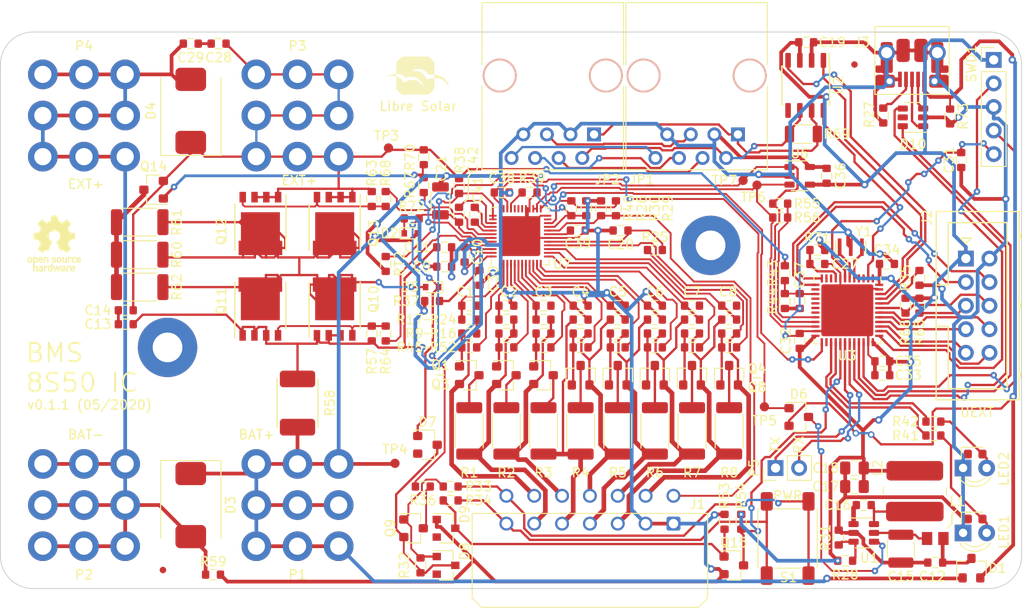
<source format=kicad_pcb>
(kicad_pcb (version 20171130) (host pcbnew "(5.1.12)-1")
  (title_block (title "BMS 8S50 IC") (date 2020-05-08) (rev v0.1.1) (company "Libre Solar Technologies GmbH") (comment 1 "License: CC-BY-SA") (comment 2 "Author: Martin Jäger"))
  (layers (0 F.Cu signal) (31 B.Cu signal) (34 B.Paste user hide) (35 F.Paste user hide) (36 B.SilkS user hide) (37 F.SilkS user hide) (38 B.Mask user hide) (39 F.Mask user hide) (44 Edge.Cuts user))
  (net 0 "")
  (net 1 +3V3)
  (net 2 "Net-(C27-Pad1)")
  (net 3 /MCU/BOOT0)
  (net 4 /MCU/~RESET)
  (net 5 /MCU/I2C1_SCL)
  (net 6 /MCU/I2C1_SDA)
  (net 7 /MCU/SPI1_MISO)
  (net 8 /MCU/SPI1_MOSI)
  (net 9 /MCU/SPI1_SCK)
  (net 10 /MCU/SSEL)
  (net 11 "Net-(LED1-Pad2)")
  (net 12 "Net-(LED2-Pad2)")
  (net 13 /MCU/USART1_TX)
  (net 14 /MCU/USART1_RX)
  (net 15 /MCU/LED1)
  (net 16 /MCU/LED2)
  (net 17 /MCU/SWCLK)
  (net 18 /MCU/SWDIO)
  (net 19 "Net-(Q5-Pad3)")
  (net 20 "Net-(Q6-Pad3)")
  (net 21 "Net-(Q7-Pad3)")
  (net 22 GND)
  (net 23 /MCU/I2C2_SDA)
  (net 24 /MCU/I2C2_SCL)
  (net 25 "Net-(Q4-Pad3)")
  (net 26 "Net-(U7-Pad23)")
  (net 27 "Net-(U7-Pad30)")
  (net 28 "Net-(U7-Pad31)")
  (net 29 "Net-(U7-Pad32)")
  (net 30 "Net-(U7-Pad35)")
  (net 31 /ISL94202/VC8)
  (net 32 /ISL94202/CB8)
  (net 33 /ISL94202/VC7)
  (net 34 /ISL94202/CB7)
  (net 35 /ISL94202/VC6)
  (net 36 /ISL94202/CB6)
  (net 37 /ISL94202/VC5)
  (net 38 /ISL94202/CB5)
  (net 39 /ISL94202/VC4)
  (net 40 /ISL94202/CB4)
  (net 41 /ISL94202/VC3)
  (net 42 /ISL94202/CB3)
  (net 43 /ISL94202/VC2)
  (net 44 /ISL94202/CB2)
  (net 45 /ISL94202/VC1)
  (net 46 /ISL94202/CB1)
  (net 47 /ISL94202/VC0)
  (net 48 "Net-(Q9-Pad3)")
  (net 49 "Net-(Q7-Pad1)")
  (net 50 "Net-(Q6-Pad1)")
  (net 51 "Net-(Q5-Pad1)")
  (net 52 "Net-(Q4-Pad1)")
  (net 53 "Net-(Q3-Pad1)")
  (net 54 "Net-(Q2-Pad1)")
  (net 55 "Net-(Q1-Pad1)")
  (net 56 "Net-(C13-Pad2)")
  (net 57 "Net-(C28-Pad2)")
  (net 58 "Net-(C42-Pad2)")
  (net 59 "Net-(C41-Pad2)")
  (net 60 "Net-(C41-Pad1)")
  (net 61 "Net-(Q14-Pad1)")
  (net 62 "Net-(Q12-PadG)")
  (net 63 "Net-(Q10-PadG)")
  (net 64 "Net-(Q14-Pad3)")
  (net 65 "Net-(C39-Pad1)")
  (net 66 "Net-(R39-Pad1)")
  (net 67 "Net-(C30-Pad1)")
  (net 68 /ISL94202/XT2)
  (net 69 /MCU/CAN_TX)
  (net 70 /MCU/CAN_RX)
  (net 71 /MCU/CAN_STB)
  (net 72 /MCU/USB_DP)
  (net 73 /MCU/USB_DM)
  (net 74 /MCU/USART2_RX)
  (net 75 /MCU/USART2_TX)
  (net 76 /ISL94202/NTC_BAT)
  (net 77 /ISL94202/CHMON)
  (net 78 /ISL94202/VDD)
  (net 79 /MCU/USB_D+)
  (net 80 /MCU/USB_D-)
  (net 81 "Net-(D10-Pad5)")
  (net 82 "Net-(C16-Pad1)")
  (net 83 /ISL94202/CELL6+)
  (net 84 /ISL94202/CELL1+)
  (net 85 "Net-(Q8-Pad3)")
  (net 86 "Net-(D8-Pad2)")
  (net 87 /ISL94202/CELL1-)
  (net 88 "Net-(D9-Pad1)")
  (net 89 /ISL94202/CELL2+)
  (net 90 /ISL94202/CELL3+)
  (net 91 /ISL94202/CELL4+)
  (net 92 /ISL94202/CELL7+)
  (net 93 /ISL94202/CELL8+)
  (net 94 /ISL94202/CELL5+)
  (net 95 /MCU/CAN_H)
  (net 96 /MCU/CAN_L)
  (net 97 "Net-(J3-Pad4)")
  (net 98 /CAN_V+)
  (net 99 "Net-(JP1-Pad4)")
  (net 100 "Net-(JP1-Pad5)")
  (net 101 "Net-(JP1-Pad6)")
  (net 102 /ISL94202/CHG+)
  (net 103 "Net-(U2-Pad5)")
  (net 104 /ISL94202/BTN_2)
  (net 105 /ISL94202/BTN_1)
  (net 106 /ISL94202/BTN_SIGNAL)
  (net 107 /ISL94202/ALERT)
  (net 108 /ISL94202/DFET)
  (net 109 /ISL94202/PCFET)
  (net 110 /ISL94202/CFET)
  (net 111 /ISL94202/CSI2)
  (net 112 /BAT+)
  (net 113 /BAT-)
  (net 114 /V_EXT)
  (net 115 "/Power Supply/VIN")
  (net 116 "/Power Supply/SW")
  (net 117 "/Power Supply/FB")
  (net 118 "Net-(U3-Pad26)")
  (net 119 "Net-(U3-Pad19)")
  (net 120 "Net-(U3-Pad18)")
  (net 121 "Net-(U3-Pad17)")
  (net 122 "Net-(U3-Pad16)")
  (net 123 "Net-(U3-Pad14)")
  (net 124 "Net-(U3-Pad10)")
  (net 125 "Net-(U3-Pad4)")
  (net 126 "Net-(U3-Pad3)")
  (net 127 "Net-(U3-Pad11)")
  (net 128 "Net-(U3-Pad6)")
  (net 129 "Net-(U3-Pad5)")
  (net 130 "Net-(Q1-Pad3)")
  (net 131 "Net-(Q2-Pad3)")
  (net 132 "Net-(Q3-Pad3)")
  (net 133 +5V)
  (net 134 /EXT+)
  (net 135 /ISL94202/RGO)
  (net 136 "Net-(Q8-Pad1)")
  (net 137 "Net-(C12-Pad1)")
  (net 138 "/Power Supply/EN")
  (net 139 "Net-(D7-Pad2)")
  (net 140 "Net-(D7-Pad3)")
  (net 141 /MCU/I2C2_PULLUP)
  (net 142 /ISL94202/TEMPO)
  (net 143 "Net-(D2-Pad1)")
  (module LibreSolar:R_0603_1608 (layer F.Cu) (at 194.8 69.1 270)
    (fp_text reference R73 (at 0 -1.4 90) (layer F.SilkS))
    (fp_text value 330k)
    (pad 2 smd roundrect (at 0.8 0 270) (size 0.8 0.9) (layers F.Cu F.Paste F.Mask) (roundrect_rratio 0.2) (net 22 GND))
    (pad 1 smd roundrect (at -0.8 0 270) (size 0.8 0.9) (layers F.Cu F.Paste F.Mask) (roundrect_rratio 0.2) (net 133 +5V))
  )
  (module LibreSolar:C_1206_3216 (layer F.Cu) (at 139.9 78.2 90)
    (fp_text reference C21 (at 3.5 0.1 90) (layer F.SilkS))
    (fp_text value 4.7u)
    (pad 2 smd roundrect (at 1.5 0 90) (size 1 1.8) (layers F.Cu F.Paste F.Mask) (roundrect_rratio 0.2) (net 22 GND))
    (pad 1 smd roundrect (at -1.5 0 90) (size 1 1.8) (layers F.Cu F.Paste F.Mask) (roundrect_rratio 0.2) (net 78 /ISL94202/VDD))
  )
  (module LibreSolar:R_0603_1608 (layer F.Cu) (at 136.8 80.1 180)
    (fp_text reference R72 (at 0 1.3) (layer F.SilkS))
    (fp_text value 4R7)
    (pad 2 smd roundrect (at 0.8 0 180) (size 0.8 0.9) (layers F.Cu F.Paste F.Mask) (roundrect_rratio 0.2) (net 143 "Net-(D2-Pad1)"))
    (pad 1 smd roundrect (at -0.8 0 180) (size 0.8 0.9) (layers F.Cu F.Paste F.Mask) (roundrect_rratio 0.2) (net 78 /ISL94202/VDD))
  )
  (module LibreSolar:R_0603_1608 (layer F.Cu) (at 138.1 73.5 270)
    (fp_text reference R70 (at 0 1.5 90) (layer F.SilkS))
    (fp_text value 1M)
    (pad 2 smd roundrect (at 0.8 0 270) (size 0.8 0.9) (layers F.Cu F.Paste F.Mask) (roundrect_rratio 0.2) (net 61 "Net-(Q14-Pad1)"))
    (pad 1 smd roundrect (at -0.8 0 270) (size 0.8 0.9) (layers F.Cu F.Paste F.Mask) (roundrect_rratio 0.2) (net 134 /EXT+))
  )
  (module LibreSolar:C_0603_1608 (layer F.Cu) (at 159.3 81.4 180)
    (fp_text reference C20 (at 0 -1.5) (layer F.SilkS))
    (fp_text value 47n)
    (pad 2 smd roundrect (at 0.8 0 180) (size 0.8 0.9) (layers F.Cu F.Paste F.Mask) (roundrect_rratio 0.2) (net 22 GND))
    (pad 1 smd roundrect (at -0.8 0 180) (size 0.8 0.9) (layers F.Cu F.Paste F.Mask) (roundrect_rratio 0.2) (net 47 /ISL94202/VC0))
  )
  (module LibreSolar:C_0603_1608 (layer F.Cu) (at 193.2 117.2 180)
    (fp_text reference C12 (at 0.3 -1.5 180) (layer F.SilkS))
    (fp_text value 1u)
    (pad 2 smd roundrect (at 0.8 0 180) (size 0.8 0.9) (layers F.Cu F.Paste F.Mask) (roundrect_rratio 0.2) (net 22 GND))
    (pad 1 smd roundrect (at -0.8 0 180) (size 0.8 0.9) (layers F.Cu F.Paste F.Mask) (roundrect_rratio 0.2) (net 137 "Net-(C12-Pad1)"))
  )
  (module LibreSolar:TestPoint_1mm_pad (layer F.Cu) (at 174.8 100.4 180)
    (fp_text reference TP5 (at 0 -1.5 180) (layer F.SilkS))
    (fp_text value Regout)
    (pad 1 smd circle (at 0 0 180) (size 1 1) (layers F.Cu F.Paste F.Mask) (net 135 /ISL94202/RGO))
  )
  (module LibreSolar:TestPoint_1mm_pad (layer F.Cu) (at 135 106.5)
    (fp_text reference TP4 (at 0 -1.5) (layer F.SilkS))
    (fp_text value Bat+)
    (pad 1 smd circle (at 0 0) (size 1 1) (layers F.Cu F.Paste F.Mask) (net 112 /BAT+))
  )
  (module LibreSolar:TestPoint_1mm_pad (layer F.Cu) (at 134.3 72.5)
    (fp_text reference TP3 (at -0.2 -1.3) (layer F.SilkS))
    (fp_text value Ext+)
    (pad 1 smd circle (at 0 0) (size 1 1) (layers F.Cu F.Paste F.Mask) (net 134 /EXT+))
  )
  (module LibreSolar:R_0603_1608 (layer F.Cu) (at 176.5 80)
    (fp_text reference R56 (at 2.9 0) (layer F.SilkS))
    (fp_text value 2.2k)
    (pad 2 smd roundrect (at 0.8 0) (size 0.8 0.9) (layers F.Cu F.Paste F.Mask) (roundrect_rratio 0.2) (net 141 /MCU/I2C2_PULLUP))
    (pad 1 smd roundrect (at -0.8 0) (size 0.8 0.9) (layers F.Cu F.Paste F.Mask) (roundrect_rratio 0.2) (net 23 /MCU/I2C2_SDA))
  )
  (module LibreSolar:R_0603_1608 (layer F.Cu) (at 176.5 78.5)
    (fp_text reference R55 (at 2.9 0) (layer F.SilkS))
    (fp_text value 2.2k)
    (pad 2 smd roundrect (at 0.8 0) (size 0.8 0.9) (layers F.Cu F.Paste F.Mask) (roundrect_rratio 0.2) (net 141 /MCU/I2C2_PULLUP))
    (pad 1 smd roundrect (at -0.8 0) (size 0.8 0.9) (layers F.Cu F.Paste F.Mask) (roundrect_rratio 0.2) (net 24 /MCU/I2C2_SCL))
  )
  (module LibreSolar:SOT-23 (layer F.Cu) (at 138.5 104.5)
    (fp_text reference D7 (at 0 -2.45) (layer F.SilkS))
    (fp_text value BAV70)
    (pad 1 smd roundrect (at -1.05 -0.95) (size 1 0.9) (layers F.Cu F.Paste F.Mask) (roundrect_rratio 0.2) (net 78 /ISL94202/VDD))
    (pad 2 smd roundrect (at -1.05 0.95) (size 1 0.9) (layers F.Cu F.Paste F.Mask) (roundrect_rratio 0.2) (net 139 "Net-(D7-Pad2)"))
    (pad 3 smd roundrect (at 1.05 0) (size 1 0.9) (layers F.Cu F.Paste F.Mask) (roundrect_rratio 0.2) (net 140 "Net-(D7-Pad3)"))
  )
  (module LibreSolar:SOT-23 (layer F.Cu) (at 178.5 101.5)
    (fp_text reference D6 (at 0 -2.45) (layer F.SilkS))
    (fp_text value BAV70)
    (pad 1 smd roundrect (at -1.05 -0.95) (size 1 0.9) (layers F.Cu F.Paste F.Mask) (roundrect_rratio 0.2) (net 135 /ISL94202/RGO))
    (pad 2 smd roundrect (at -1.05 0.95) (size 1 0.9) (layers F.Cu F.Paste F.Mask) (roundrect_rratio 0.2) (net 133 +5V))
    (pad 3 smd roundrect (at 1.05 0) (size 1 0.9) (layers F.Cu F.Paste F.Mask) (roundrect_rratio 0.2) (net 138 "/Power Supply/EN"))
  )
  (module LibreSolar:SOT-23 (layer F.Cu) (at 197.1 117.8 90)
    (fp_text reference D1 (at 0 2.8 180) (layer F.SilkS))
    (fp_text value BAV70)
    (pad 1 smd roundrect (at -1.05 -0.95 90) (size 1 0.9) (layers F.Cu F.Paste F.Mask) (roundrect_rratio 0.2) (net 112 /BAT+))
    (pad 2 smd roundrect (at -1.05 0.95 90) (size 1 0.9) (layers F.Cu F.Paste F.Mask) (roundrect_rratio 0.2) (net 133 +5V))
    (pad 3 smd roundrect (at 1.05 0 90) (size 1 0.9) (layers F.Cu F.Paste F.Mask) (roundrect_rratio 0.2) (net 137 "Net-(C12-Pad1)"))
  )
  (module LibreSolar:Wuerth_WP-THRBU_74650195 (layer F.Cu) (at 101.5 69)
    (fp_text reference P4 (at 0 -7.5) (layer F.SilkS))
    (fp_text value CONN_01X01)
    (pad 1 thru_hole circle (at -4.435 -4.435) (size 3.2 3.2) (drill 1.85) (layers *.Cu *.Mask F.Paste) (net 113 /BAT-))
    (pad 1 thru_hole circle (at 0 -4.435) (size 3.2 3.2) (drill 1.85) (layers *.Cu *.Mask F.Paste) (net 113 /BAT-))
    (pad 1 thru_hole circle (at 4.435 -4.435) (size 3.2 3.2) (drill 1.85) (layers *.Cu *.Mask F.Paste) (net 113 /BAT-))
    (pad 1 thru_hole circle (at 4.435 0) (size 3.2 3.2) (drill 1.85) (layers *.Cu *.Mask F.Paste) (net 113 /BAT-))
    (pad 1 thru_hole circle (at 0 0) (size 3.2 3.2) (drill 1.85) (layers *.Cu *.Mask F.Paste) (net 113 /BAT-))
    (pad 1 thru_hole circle (at -4.435 0) (size 3.2 3.2) (drill 1.85) (layers *.Cu *.Mask F.Paste) (net 113 /BAT-))
    (pad 1 thru_hole circle (at -4.435 4.435) (size 3.2 3.2) (drill 1.85) (layers *.Cu *.Mask F.Paste) (net 113 /BAT-))
    (pad 1 thru_hole circle (at 0 4.435) (size 3.2 3.2) (drill 1.85) (layers *.Cu *.Mask F.Paste) (net 113 /BAT-))
    (pad 1 thru_hole circle (at 4.435 4.435) (size 3.2 3.2) (drill 1.85) (layers *.Cu *.Mask F.Paste) (net 113 /BAT-))
  )
  (module LibreSolar:Wuerth_WP-THRBU_74650195 (layer F.Cu) (at 124.5 69)
    (fp_text reference P3 (at 0 -7.5) (layer F.SilkS))
    (fp_text value CONN_01X01)
    (pad 1 thru_hole circle (at -4.435 -4.435) (size 3.2 3.2) (drill 1.85) (layers *.Cu *.Mask F.Paste) (net 134 /EXT+))
    (pad 1 thru_hole circle (at 0 -4.435) (size 3.2 3.2) (drill 1.85) (layers *.Cu *.Mask F.Paste) (net 134 /EXT+))
    (pad 1 thru_hole circle (at 4.435 -4.435) (size 3.2 3.2) (drill 1.85) (layers *.Cu *.Mask F.Paste) (net 134 /EXT+))
    (pad 1 thru_hole circle (at 4.435 0) (size 3.2 3.2) (drill 1.85) (layers *.Cu *.Mask F.Paste) (net 134 /EXT+))
    (pad 1 thru_hole circle (at 0 0) (size 3.2 3.2) (drill 1.85) (layers *.Cu *.Mask F.Paste) (net 134 /EXT+))
    (pad 1 thru_hole circle (at -4.435 0) (size 3.2 3.2) (drill 1.85) (layers *.Cu *.Mask F.Paste) (net 134 /EXT+))
    (pad 1 thru_hole circle (at -4.435 4.435) (size 3.2 3.2) (drill 1.85) (layers *.Cu *.Mask F.Paste) (net 134 /EXT+))
    (pad 1 thru_hole circle (at 0 4.435) (size 3.2 3.2) (drill 1.85) (layers *.Cu *.Mask F.Paste) (net 134 /EXT+))
    (pad 1 thru_hole circle (at 4.435 4.435) (size 3.2 3.2) (drill 1.85) (layers *.Cu *.Mask F.Paste) (net 134 /EXT+))
  )
  (module LibreSolar:Wuerth_WP-THRBU_74650195 (layer F.Cu) (at 101.5 111 180)
    (fp_text reference P2 (at 0 -7.5 180) (layer F.SilkS))
    (fp_text value CONN_01X01)
    (pad 1 thru_hole circle (at -4.435 -4.435 180) (size 3.2 3.2) (drill 1.85) (layers *.Cu *.Mask F.Paste) (net 113 /BAT-))
    (pad 1 thru_hole circle (at 0 -4.435 180) (size 3.2 3.2) (drill 1.85) (layers *.Cu *.Mask F.Paste) (net 113 /BAT-))
    (pad 1 thru_hole circle (at 4.435 -4.435 180) (size 3.2 3.2) (drill 1.85) (layers *.Cu *.Mask F.Paste) (net 113 /BAT-))
    (pad 1 thru_hole circle (at 4.435 0 180) (size 3.2 3.2) (drill 1.85) (layers *.Cu *.Mask F.Paste) (net 113 /BAT-))
    (pad 1 thru_hole circle (at 0 0 180) (size 3.2 3.2) (drill 1.85) (layers *.Cu *.Mask F.Paste) (net 113 /BAT-))
    (pad 1 thru_hole circle (at -4.435 0 180) (size 3.2 3.2) (drill 1.85) (layers *.Cu *.Mask F.Paste) (net 113 /BAT-))
    (pad 1 thru_hole circle (at -4.435 4.435 180) (size 3.2 3.2) (drill 1.85) (layers *.Cu *.Mask F.Paste) (net 113 /BAT-))
    (pad 1 thru_hole circle (at 0 4.435 180) (size 3.2 3.2) (drill 1.85) (layers *.Cu *.Mask F.Paste) (net 113 /BAT-))
    (pad 1 thru_hole circle (at 4.435 4.435 180) (size 3.2 3.2) (drill 1.85) (layers *.Cu *.Mask F.Paste) (net 113 /BAT-))
  )
  (module LibreSolar:Wuerth_WP-THRBU_74650195 (layer F.Cu) (at 124.5 111 180)
    (fp_text reference P1 (at 0 -7.5 180) (layer F.SilkS))
    (fp_text value CONN_01X01)
    (pad 1 thru_hole circle (at -4.435 -4.435 180) (size 3.2 3.2) (drill 1.85) (layers *.Cu *.Mask F.Paste) (net 112 /BAT+))
    (pad 1 thru_hole circle (at 0 -4.435 180) (size 3.2 3.2) (drill 1.85) (layers *.Cu *.Mask F.Paste) (net 112 /BAT+))
    (pad 1 thru_hole circle (at 4.435 -4.435 180) (size 3.2 3.2) (drill 1.85) (layers *.Cu *.Mask F.Paste) (net 112 /BAT+))
    (pad 1 thru_hole circle (at 4.435 0 180) (size 3.2 3.2) (drill 1.85) (layers *.Cu *.Mask F.Paste) (net 112 /BAT+))
    (pad 1 thru_hole circle (at 0 0 180) (size 3.2 3.2) (drill 1.85) (layers *.Cu *.Mask F.Paste) (net 112 /BAT+))
    (pad 1 thru_hole circle (at -4.435 0 180) (size 3.2 3.2) (drill 1.85) (layers *.Cu *.Mask F.Paste) (net 112 /BAT+))
    (pad 1 thru_hole circle (at -4.435 4.435 180) (size 3.2 3.2) (drill 1.85) (layers *.Cu *.Mask F.Paste) (net 112 /BAT+))
    (pad 1 thru_hole circle (at 0 4.435 180) (size 3.2 3.2) (drill 1.85) (layers *.Cu *.Mask F.Paste) (net 112 /BAT+))
    (pad 1 thru_hole circle (at 4.435 4.435 180) (size 3.2 3.2) (drill 1.85) (layers *.Cu *.Mask F.Paste) (net 112 /BAT+))
  )
  (module MountingHole:MountingHole_3.2mm_M3_Pad (layer F.Cu) (at 110.5 94)
    (fp_text reference H1 hide)
    (fp_text value MountingHole)
    (pad 1 thru_hole circle (at 0 0) (size 6.4 6.4) (drill 3.2) (layers *.Cu *.Mask))
  )
  (module LibreSolar:R_0603_1608 (layer F.Cu) (at 115.4 118.5)
    (fp_text reference R59 (at 0 -1.4) (layer F.SilkS))
    (fp_text value 100)
    (pad 2 smd roundrect (at 0.8 0) (size 0.8 0.9) (layers F.Cu F.Paste F.Mask) (roundrect_rratio 0.2) (net 22 GND))
    (pad 1 smd roundrect (at -0.8 0) (size 0.8 0.9) (layers F.Cu F.Paste F.Mask) (roundrect_rratio 0.2) (net 113 /BAT-))
  )
  (module Diode_SMD:D_SOD-523 (layer F.Cu) (at 136.7 81.7)
    (fp_text reference D2 (at -2.3 0) (layer F.SilkS))
    (fp_text value PMEG6002)
    (pad 1 smd rect (at -0.7 0 180) (size 0.6 0.7) (layers F.Cu F.Paste F.Mask) (net 143 "Net-(D2-Pad1)"))
    (pad 2 smd rect (at 0.7 0 180) (size 0.6 0.7) (layers F.Cu F.Paste F.Mask) (net 112 /BAT+))
  )
  (module LibreSolar:R_Shunt_2512 (layer F.Cu) (at 124.5 100 270)
    (fp_text reference R58 (at 0 -3.5 270) (layer F.SilkS))
    (fp_text value 1m)
    (pad 1 smd roundrect (at -2.6 0 270) (size 1.8 3.8) (layers F.Cu F.Paste F.Mask) (roundrect_rratio 0.2) (net 111 /ISL94202/CSI2))
    (pad 2 smd roundrect (at 2.6 0 270) (size 1.8 3.8) (layers F.Cu F.Paste F.Mask) (roundrect_rratio 0.2) (net 112 /BAT+))
  )
  (module Connector_PinHeader_2.54mm:PinHeader_1x05_P2.54mm_Vertical (layer F.Cu) (at 199.5 63)
    (fp_text reference SWD1 (at -2.4 0.4 90) (layer F.SilkS))
    (fp_text value ST_Nucleo_SWD_5p)
    (pad 5 thru_hole oval (at 0 10.16) (size 1.7 1.7) (drill 1) (layers *.Cu *.Mask) (net 4 /MCU/~RESET))
    (pad 4 thru_hole oval (at 0 7.62) (size 1.7 1.7) (drill 1) (layers *.Cu *.Mask) (net 18 /MCU/SWDIO))
    (pad 3 thru_hole oval (at 0 5.08) (size 1.7 1.7) (drill 1) (layers *.Cu *.Mask) (net 22 GND))
    (pad 2 thru_hole oval (at 0 2.54) (size 1.7 1.7) (drill 1) (layers *.Cu *.Mask) (net 17 /MCU/SWCLK))
    (pad 1 thru_hole rect (at 0 0) (size 1.7 1.7) (drill 1) (layers *.Cu *.Mask) (net 1 +3V3))
  )
  (module LibreSolar:TestPoint_1mm_pad (layer F.Cu) (at 172.5 76 180)
    (fp_text reference TP7 (at 2 0 180) (layer F.SilkS))
    (fp_text value SCL)
    (pad 1 smd circle (at 0 0 180) (size 1 1) (layers F.Cu F.Paste F.Mask) (net 24 /MCU/I2C2_SCL))
  )
  (module LibreSolar:TestPoint_1mm_pad (layer F.Cu) (at 174 76.5 180)
    (fp_text reference TP6 (at 0.4 -1.3 180) (layer F.SilkS))
    (fp_text value SDA)
    (pad 1 smd circle (at 0 0 180) (size 1 1) (layers F.Cu F.Paste F.Mask) (net 23 /MCU/I2C2_SDA))
  )
  (module LibreSolar:Resonator_Murata_CSTNE (layer F.Cu) (at 184.1 83.2)
    (fp_text reference Y1 (at 1.4 -1.7) (layer F.SilkS))
    (fp_text value 8MHz)
    (pad 1 smd roundrect (at -1.2 0) (size 0.4 1.9) (layers F.Cu F.Paste F.Mask) (roundrect_rratio 0.2) (net 128 "Net-(U3-Pad6)"))
    (pad 3 smd roundrect (at 1.2 0) (size 0.4 1.9) (layers F.Cu F.Paste F.Mask) (roundrect_rratio 0.2) (net 129 "Net-(U3-Pad5)"))
    (pad 2 smd roundrect (at 0 0) (size 0.4 1.9) (layers F.Cu F.Paste F.Mask) (roundrect_rratio 0.2) (net 22 GND))
  )
  (module Package_DFN_QFN:QFN-48-1EP_7x7mm_P0.5mm_EP5.6x5.6mm (layer F.Cu) (at 183.73 90 270)
    (fp_text reference U3 (at 4.9 0.03) (layer F.SilkS))
    (fp_text value STM32F072CBU6)
    (pad 48 smd roundrect (at -2.75 -3.4375 270) (size 0.25 0.875) (layers F.Cu F.Paste F.Mask) (net 1 +3V3))
    (pad 47 smd roundrect (at -2.25 -3.4375 270) (size 0.25 0.875) (layers F.Cu F.Paste F.Mask) (net 22 GND))
    (pad 46 smd roundrect (at -1.75 -3.4375 270) (size 0.25 0.875) (layers F.Cu F.Paste F.Mask) (net 69 /MCU/CAN_TX))
    (pad 45 smd roundrect (at -1.25 -3.4375 270) (size 0.25 0.875) (layers F.Cu F.Paste F.Mask) (net 70 /MCU/CAN_RX))
    (pad 44 smd roundrect (at -0.75 -3.4375 270) (size 0.25 0.875) (layers F.Cu F.Paste F.Mask) (net 3 /MCU/BOOT0))
    (pad 43 smd roundrect (at -0.25 -3.4375 270) (size 0.25 0.875) (layers F.Cu F.Paste F.Mask) (net 6 /MCU/I2C1_SDA))
    (pad 42 smd roundrect (at 0.25 -3.4375 270) (size 0.25 0.875) (layers F.Cu F.Paste F.Mask) (net 5 /MCU/I2C1_SCL))
    (pad 41 smd roundrect (at 0.75 -3.4375 270) (size 0.25 0.875) (layers F.Cu F.Paste F.Mask) (net 8 /MCU/SPI1_MOSI))
    (pad 40 smd roundrect (at 1.25 -3.4375 270) (size 0.25 0.875) (layers F.Cu F.Paste F.Mask) (net 7 /MCU/SPI1_MISO))
    (pad 39 smd roundrect (at 1.75 -3.4375 270) (size 0.25 0.875) (layers F.Cu F.Paste F.Mask) (net 9 /MCU/SPI1_SCK))
    (pad 38 smd roundrect (at 2.25 -3.4375 270) (size 0.25 0.875) (layers F.Cu F.Paste F.Mask) (net 10 /MCU/SSEL))
    (pad 37 smd roundrect (at 2.75 -3.4375 270) (size 0.25 0.875) (layers F.Cu F.Paste F.Mask) (net 17 /MCU/SWCLK))
    (pad 36 smd roundrect (at 3.4375 -2.75 270) (size 0.875 0.25) (layers F.Cu F.Paste F.Mask) (net 1 +3V3))
    (pad 35 smd roundrect (at 3.4375 -2.25 270) (size 0.875 0.25) (layers F.Cu F.Paste F.Mask) (net 22 GND))
    (pad 34 smd roundrect (at 3.4375 -1.75 270) (size 0.875 0.25) (layers F.Cu F.Paste F.Mask) (net 18 /MCU/SWDIO))
    (pad 33 smd roundrect (at 3.4375 -1.25 270) (size 0.875 0.25) (layers F.Cu F.Paste F.Mask) (net 72 /MCU/USB_DP))
    (pad 32 smd roundrect (at 3.4375 -0.75 270) (size 0.875 0.25) (layers F.Cu F.Paste F.Mask) (net 73 /MCU/USB_DM))
    (pad 31 smd roundrect (at 3.4375 -0.25 270) (size 0.875 0.25) (layers F.Cu F.Paste F.Mask) (net 14 /MCU/USART1_RX))
    (pad 30 smd roundrect (at 3.4375 0.25 270) (size 0.875 0.25) (layers F.Cu F.Paste F.Mask) (net 13 /MCU/USART1_TX))
    (pad 29 smd roundrect (at 3.4375 0.75 270) (size 0.875 0.25) (layers F.Cu F.Paste F.Mask) (net 106 /ISL94202/BTN_SIGNAL))
    (pad 28 smd roundrect (at 3.4375 1.25 270) (size 0.875 0.25) (layers F.Cu F.Paste F.Mask) (net 16 /MCU/LED2))
    (pad 27 smd roundrect (at 3.4375 1.75 270) (size 0.875 0.25) (layers F.Cu F.Paste F.Mask) (net 15 /MCU/LED1))
    (pad 26 smd roundrect (at 3.4375 2.25 270) (size 0.875 0.25) (layers F.Cu F.Paste F.Mask) (net 118 "Net-(U3-Pad26)"))
    (pad 25 smd roundrect (at 3.4375 2.75 270) (size 0.875 0.25) (layers F.Cu F.Paste F.Mask) (net 107 /ISL94202/ALERT))
    (pad 24 smd roundrect (at 2.75 3.4375 270) (size 0.25 0.875) (layers F.Cu F.Paste F.Mask) (net 1 +3V3))
    (pad 23 smd roundrect (at 2.25 3.4375 270) (size 0.25 0.875) (layers F.Cu F.Paste F.Mask) (net 22 GND))
    (pad 22 smd roundrect (at 1.75 3.4375 270) (size 0.25 0.875) (layers F.Cu F.Paste F.Mask) (net 23 /MCU/I2C2_SDA))
    (pad 21 smd roundrect (at 1.25 3.4375 270) (size 0.25 0.875) (layers F.Cu F.Paste F.Mask) (net 24 /MCU/I2C2_SCL))
    (pad 20 smd roundrect (at 0.75 3.4375 270) (size 0.25 0.875) (layers F.Cu F.Paste F.Mask) (net 141 /MCU/I2C2_PULLUP))
    (pad 19 smd roundrect (at 0.25 3.4375 270) (size 0.25 0.875) (layers F.Cu F.Paste F.Mask) (net 119 "Net-(U3-Pad19)"))
    (pad 18 smd roundrect (at -0.25 3.4375 270) (size 0.25 0.875) (layers F.Cu F.Paste F.Mask) (net 120 "Net-(U3-Pad18)"))
    (pad 17 smd roundrect (at -0.75 3.4375 270) (size 0.25 0.875) (layers F.Cu F.Paste F.Mask) (net 121 "Net-(U3-Pad17)"))
    (pad 16 smd roundrect (at -1.25 3.4375 270) (size 0.25 0.875) (layers F.Cu F.Paste F.Mask) (net 122 "Net-(U3-Pad16)"))
    (pad 15 smd roundrect (at -1.75 3.4375 270) (size 0.25 0.875) (layers F.Cu F.Paste F.Mask) (net 114 /V_EXT))
    (pad 14 smd roundrect (at -2.25 3.4375 270) (size 0.25 0.875) (layers F.Cu F.Paste F.Mask) (net 123 "Net-(U3-Pad14)"))
    (pad 13 smd roundrect (at -2.75 3.4375 270) (size 0.25 0.875) (layers F.Cu F.Paste F.Mask) (net 74 /MCU/USART2_RX))
    (pad 12 smd roundrect (at -3.4375 2.75 270) (size 0.875 0.25) (layers F.Cu F.Paste F.Mask) (net 75 /MCU/USART2_TX))
    (pad 11 smd roundrect (at -3.4375 2.25 270) (size 0.875 0.25) (layers F.Cu F.Paste F.Mask) (net 127 "Net-(U3-Pad11)"))
    (pad 10 smd roundrect (at -3.4375 1.75 270) (size 0.875 0.25) (layers F.Cu F.Paste F.Mask) (net 124 "Net-(U3-Pad10)"))
    (pad 9 smd roundrect (at -3.4375 1.25 270) (size 0.875 0.25) (layers F.Cu F.Paste F.Mask) (net 2 "Net-(C27-Pad1)"))
    (pad 8 smd roundrect (at -3.4375 0.75 270) (size 0.875 0.25) (layers F.Cu F.Paste F.Mask) (net 22 GND))
    (pad 7 smd roundrect (at -3.4375 0.25 270) (size 0.875 0.25) (layers F.Cu F.Paste F.Mask) (net 4 /MCU/~RESET))
    (pad 6 smd roundrect (at -3.4375 -0.25 270) (size 0.875 0.25) (layers F.Cu F.Paste F.Mask) (net 128 "Net-(U3-Pad6)"))
    (pad 5 smd roundrect (at -3.4375 -0.75 270) (size 0.875 0.25) (layers F.Cu F.Paste F.Mask) (net 129 "Net-(U3-Pad5)"))
    (pad 4 smd roundrect (at -3.4375 -1.25 270) (size 0.875 0.25) (layers F.Cu F.Paste F.Mask) (net 125 "Net-(U3-Pad4)"))
    (pad 3 smd roundrect (at -3.4375 -1.75 270) (size 0.875 0.25) (layers F.Cu F.Paste F.Mask) (net 126 "Net-(U3-Pad3)"))
    (pad 2 smd roundrect (at -3.4375 -2.25 270) (size 0.875 0.25) (layers F.Cu F.Paste F.Mask) (net 71 /MCU/CAN_STB))
    (pad 1 smd roundrect (at -3.4375 -2.75 270) (size 0.875 0.25) (layers F.Cu F.Paste F.Mask) (net 1 +3V3))
    (pad 49 smd roundrect (at 0 0 270) (size 5.6 5.6) (layers F.Cu F.Mask) (roundrect_rratio 0.044643) (net 22 GND))
  )
  (module LibreSolar:R_0603_1608 (layer F.Cu) (at 180.5 83.5)
    (fp_text reference R71 (at 0 -1.3) (layer F.SilkS))
    (fp_text value 100)
    (pad 2 smd roundrect (at 0.8 0) (size 0.8 0.9) (layers F.Cu F.Paste F.Mask) (roundrect_rratio 0.2) (net 1 +3V3))
    (pad 1 smd roundrect (at -0.8 0) (size 0.8 0.9) (layers F.Cu F.Paste F.Mask) (roundrect_rratio 0.2) (net 2 "Net-(C27-Pad1)"))
  )
  (module MountingHole:MountingHole_3.2mm_M3_Pad (layer F.Cu) (at 169 83)
    (fp_text reference H2 hide)
    (fp_text value MountingHole)
    (pad 1 thru_hole circle (at 0 0) (size 6.4 6.4) (drill 3.2) (layers *.Cu *.Mask))
  )
  (module LibreSolar:LED_0603_D3.0mm (layer F.Cu) (at 197.5 105.5)
    (fp_text reference LED2 (at 3.1 1.6 90) (layer F.SilkS))
    (fp_text value LED)
    (pad 1 smd roundrect (at -0.7875 0) (size 0.875 0.95) (layers F.Cu F.Paste F.Mask) (net 22 GND))
    (pad 2 smd roundrect (at 0.7875 0) (size 0.875 0.95) (layers F.Cu F.Paste F.Mask) (net 12 "Net-(LED2-Pad2)"))
    (pad 2 thru_hole circle (at 1.24 1.5) (size 1.8 1.8) (drill 0.9) (layers *.Cu *.Mask) (net 12 "Net-(LED2-Pad2)"))
    (pad 1 thru_hole rect (at -1.3 1.5) (size 1.8 1.8) (drill 0.9) (layers *.Cu *.Mask) (net 22 GND))
  )
  (module LibreSolar:LED_0603_D3.0mm (layer F.Cu) (at 197.5 112.5)
    (fp_text reference LED1 (at 3.1 1.4 90) (layer F.SilkS))
    (fp_text value LED)
    (pad 1 smd roundrect (at -0.7875 0) (size 0.875 0.95) (layers F.Cu F.Paste F.Mask) (net 22 GND))
    (pad 2 smd roundrect (at 0.7875 0) (size 0.875 0.95) (layers F.Cu F.Paste F.Mask) (net 11 "Net-(LED1-Pad2)"))
    (pad 2 thru_hole circle (at 1.24 1.5) (size 1.8 1.8) (drill 0.9) (layers *.Cu *.Mask) (net 11 "Net-(LED1-Pad2)"))
    (pad 1 thru_hole rect (at -1.3 1.5) (size 1.8 1.8) (drill 0.9) (layers *.Cu *.Mask) (net 22 GND))
  )
  (module LibreSolar:R_0603_1608 (layer F.Cu) (at 177 86 270)
    (fp_text reference R43 (at 0 1.3 270) (layer F.SilkS))
    (fp_text value 330k)
    (pad 2 smd roundrect (at 0.8 0 270) (size 0.8 0.9) (layers F.Cu F.Paste F.Mask) (roundrect_rratio 0.2) (net 114 /V_EXT))
    (pad 1 smd roundrect (at -0.8 0 270) (size 0.8 0.9) (layers F.Cu F.Paste F.Mask) (roundrect_rratio 0.2) (net 134 /EXT+))
  )
  (module LibreSolar:R_0603_1608 (layer F.Cu) (at 177 89 270)
    (fp_text reference R44 (at 0 1.3 270) (layer F.SilkS))
    (fp_text value 22k)
    (pad 2 smd roundrect (at 0.8 0 270) (size 0.8 0.9) (layers F.Cu F.Paste F.Mask) (roundrect_rratio 0.2) (net 22 GND))
    (pad 1 smd roundrect (at -0.8 0 270) (size 0.8 0.9) (layers F.Cu F.Paste F.Mask) (roundrect_rratio 0.2) (net 114 /V_EXT))
  )
  (module Connector_Molex:Molex_Micro-Fit_3.0_43045-1400_2x07_P3.00mm_Horizontal (layer F.Cu) (at 165 113 180)
    (fp_text reference J1 (at -2.6 2.1 180) (layer F.SilkS))
    (fp_text value Conn_01x10)
    (pad "" np_thru_hole circle (at 2.14 -4.32 180) (size 3 3) (drill 3) (layers *.Cu *.Mask))
    (pad "" np_thru_hole circle (at 15.84 -4.32 180) (size 3 3) (drill 3) (layers *.Cu *.Mask))
    (pad 1 thru_hole roundrect (at 0 0 180) (size 1.5 1.5) (drill 1.02) (layers *.Cu *.Mask) (roundrect_rratio 0.166667) (net 22 GND))
    (pad 2 thru_hole circle (at 3 0 180) (size 1.5 1.5) (drill 1.02) (layers *.Cu *.Mask) (net 22 GND))
    (pad 3 thru_hole circle (at 6 0 180) (size 1.5 1.5) (drill 1.02) (layers *.Cu *.Mask) (net 84 /ISL94202/CELL1+))
    (pad 4 thru_hole circle (at 9 0 180) (size 1.5 1.5) (drill 1.02) (layers *.Cu *.Mask) (net 90 /ISL94202/CELL3+))
    (pad 5 thru_hole circle (at 12 0 180) (size 1.5 1.5) (drill 1.02) (layers *.Cu *.Mask) (net 94 /ISL94202/CELL5+))
    (pad 6 thru_hole circle (at 15 0 180) (size 1.5 1.5) (drill 1.02) (layers *.Cu *.Mask) (net 92 /ISL94202/CELL7+))
    (pad 7 thru_hole circle (at 18 0 180) (size 1.5 1.5) (drill 1.02) (layers *.Cu *.Mask) (net 104 /ISL94202/BTN_2))
    (pad 8 thru_hole circle (at 0 3 180) (size 1.5 1.5) (drill 1.02) (layers *.Cu *.Mask) (net 76 /ISL94202/NTC_BAT))
    (pad 9 thru_hole circle (at 3 3 180) (size 1.5 1.5) (drill 1.02) (layers *.Cu *.Mask) (net 87 /ISL94202/CELL1-))
    (pad 10 thru_hole circle (at 6 3 180) (size 1.5 1.5) (drill 1.02) (layers *.Cu *.Mask) (net 89 /ISL94202/CELL2+))
    (pad 11 thru_hole circle (at 9 3 180) (size 1.5 1.5) (drill 1.02) (layers *.Cu *.Mask) (net 91 /ISL94202/CELL4+))
    (pad 12 thru_hole circle (at 12 3 180) (size 1.5 1.5) (drill 1.02) (layers *.Cu *.Mask) (net 83 /ISL94202/CELL6+))
    (pad 13 thru_hole circle (at 15 3 180) (size 1.5 1.5) (drill 1.02) (layers *.Cu *.Mask) (net 93 /ISL94202/CELL8+))
    (pad 14 thru_hole circle (at 18 3 180) (size 1.5 1.5) (drill 1.02) (layers *.Cu *.Mask) (net 105 /ISL94202/BTN_1))
  )
  (module LibreSolar:SW_SPST_6mm (layer F.Cu) (at 177.3 114.6 90)
    (fp_text reference S1 (at -4.2 0.1 180) (layer F.SilkS))
    (fp_text value SW_PUSH)
    (pad 1 smd roundrect (at 4 -2.25 90) (size 2 1.3) (layers F.Cu F.Paste F.Mask) (roundrect_rratio 0.2) (net 104 /ISL94202/BTN_2))
    (pad 1 smd roundrect (at -4 -2.25 90) (size 2 1.3) (layers F.Cu F.Paste F.Mask) (roundrect_rratio 0.2) (net 104 /ISL94202/BTN_2))
    (pad 2 smd roundrect (at -4 2.25 90) (size 2 1.3) (layers F.Cu F.Paste F.Mask) (roundrect_rratio 0.2) (net 105 /ISL94202/BTN_1))
    (pad 2 smd roundrect (at 4 2.25 90) (size 2 1.3) (layers F.Cu F.Paste F.Mask) (roundrect_rratio 0.2) (net 105 /ISL94202/BTN_1))
  )
  (module LibreSolar:USB_Micro-B_10103594-0001LF (layer F.Cu) (at 190.7 63.6 180)
    (fp_text reference J3 (at 5.4 2.5 180) (layer F.SilkS))
    (fp_text value USB_B_Micro)
    (pad 6 smd roundrect (at -3 -0.4 180) (size 1.85 0.8) (layers F.Cu F.Paste F.Mask) (roundrect_rratio 0.2) (net 22 GND))
    (pad 6 smd roundrect (at 3 -0.4 180) (size 1.85 0.8) (layers F.Cu F.Paste F.Mask) (roundrect_rratio 0.2) (net 22 GND))
    (pad 6 smd roundrect (at 2.725 1 270) (size 3.05 1.3) (layers F.Cu F.Paste F.Mask) (roundrect_rratio 0.2) (net 22 GND))
    (pad 6 smd roundrect (at -2.725 1 270) (size 3.05 1.3) (layers F.Cu F.Paste F.Mask) (roundrect_rratio 0.2) (net 22 GND))
    (pad 6 smd roundrect (at -2.9 -1.7 180) (size 2.1 1.4) (layers F.Cu F.Paste F.Mask) (roundrect_rratio 0.2) (net 22 GND))
    (pad 6 smd roundrect (at 2.9 -1.7 180) (size 2.1 1.4) (layers F.Cu F.Paste F.Mask) (roundrect_rratio 0.2) (net 22 GND))
    (pad 1 smd rect (at -1.3 -1.5 270) (size 1.65 0.4) (layers F.Cu F.Paste F.Mask) (net 133 +5V))
    (pad 2 smd rect (at -0.65 -1.5 270) (size 1.65 0.4) (layers F.Cu F.Paste F.Mask) (net 80 /MCU/USB_D-))
    (pad 3 smd rect (at 0 -1.5 270) (size 1.65 0.4) (layers F.Cu F.Paste F.Mask) (net 79 /MCU/USB_D+))
    (pad 4 smd rect (at 0.65 -1.5 270) (size 1.65 0.4) (layers F.Cu F.Paste F.Mask) (net 97 "Net-(J3-Pad4)"))
    (pad 5 smd rect (at 1.3 -1.5 270) (size 1.65 0.4) (layers F.Cu F.Paste F.Mask) (net 22 GND))
    (pad 6 thru_hole circle (at -2.42 -1.7 270) (size 1.1 1.1) (drill 0.65) (layers *.Cu *.Mask) (net 22 GND))
    (pad 6 thru_hole circle (at 2.42 -1.7 270) (size 1.1 1.1) (drill 0.65) (layers *.Cu *.Mask) (net 22 GND))
    (pad 6 thru_hole oval (at -2.73 1.38 270) (size 1.8 1.8) (drill 1.2) (layers *.Cu *.Mask) (net 22 GND))
    (pad 6 thru_hole oval (at 2.73 1.38 270) (size 1.8 1.8) (drill 1.2) (layers *.Cu *.Mask) (net 22 GND))
    (pad 6 smd roundrect (at -0.96 1.62 270) (size 2.5 1.43) (layers F.Cu F.Paste F.Mask) (net 22 GND))
    (pad 6 smd roundrect (at 0.96 1.62 270) (size 2.5 1.43) (layers F.Cu F.Paste F.Mask) (net 22 GND))
  )
  (module Diode_SMD:D_SOT-23_ANK (layer F.Cu) (at 140.5 117.5)
    (fp_text reference D8 (at 2 -1.5 90) (layer F.SilkS))
    (fp_text value 12V)
    (pad 1 smd rect (at 1 0) (size 0.9 0.8) (layers F.Cu F.Paste F.Mask) (net 140 "Net-(D7-Pad3)"))
    (pad "" smd rect (at -1 0.95) (size 0.9 0.8) (layers F.Cu F.Paste F.Mask))
    (pad 2 smd rect (at -1 -0.95) (size 0.9 0.8) (layers F.Cu F.Paste F.Mask) (net 86 "Net-(D8-Pad2)"))
  )
  (module Diode_SMD:D_SOT-23_ANK (layer F.Cu) (at 140.5 113.5)
    (fp_text reference D9 (at 2 -1.5 90) (layer F.SilkS))
    (fp_text value 12V)
    (pad 2 smd rect (at -1 -0.95) (size 0.9 0.8) (layers F.Cu F.Paste F.Mask) (net 22 GND))
    (pad "" smd rect (at -1 0.95) (size 0.9 0.8) (layers F.Cu F.Paste F.Mask))
    (pad 1 smd rect (at 1 0) (size 0.9 0.8) (layers F.Cu F.Paste F.Mask) (net 88 "Net-(D9-Pad1)"))
  )
  (module LibreSolar:SOIC-8_3.9x4.9mm_Pitch1.27mm (layer F.Cu) (at 179.25 65.75 270)
    (fp_text reference U2 (at 0 -3.5 270) (layer F.SilkS))
    (fp_text value TCAN334)
    (pad 1 smd roundrect (at -2.7 -1.905 270) (size 1.6 0.6) (layers F.Cu F.Paste F.Mask) (roundrect_rratio 0.2) (net 69 /MCU/CAN_TX))
    (pad 2 smd roundrect (at -2.7 -0.635 270) (size 1.6 0.6) (layers F.Cu F.Paste F.Mask) (roundrect_rratio 0.2) (net 22 GND))
    (pad 3 smd roundrect (at -2.7 0.635 270) (size 1.6 0.6) (layers F.Cu F.Paste F.Mask) (roundrect_rratio 0.2) (net 1 +3V3))
    (pad 4 smd roundrect (at -2.7 1.905 270) (size 1.6 0.6) (layers F.Cu F.Paste F.Mask) (roundrect_rratio 0.2) (net 70 /MCU/CAN_RX))
    (pad 5 smd roundrect (at 2.7 1.905 270) (size 1.6 0.6) (layers F.Cu F.Paste F.Mask) (roundrect_rratio 0.2) (net 103 "Net-(U2-Pad5)"))
    (pad 6 smd roundrect (at 2.7 0.635 270) (size 1.6 0.6) (layers F.Cu F.Paste F.Mask) (roundrect_rratio 0.2) (net 96 /MCU/CAN_L))
    (pad 7 smd roundrect (at 2.7 -0.635 270) (size 1.6 0.6) (layers F.Cu F.Paste F.Mask) (roundrect_rratio 0.2) (net 95 /MCU/CAN_H))
    (pad 8 smd roundrect (at 2.7 -1.905 270) (size 1.6 0.6) (layers F.Cu F.Paste F.Mask) (roundrect_rratio 0.2) (net 71 /MCU/CAN_STB))
  )
  (module LibreSolar:Bourns_SRN6045TA (layer F.Cu) (at 191 109.5 90)
    (fp_text reference L2 (at 2.5 -4 270) (layer F.SilkS))
    (fp_text value 47uH)
    (pad 2 smd roundrect (at 2.2 0 90) (size 2.1 6.1) (layers F.Cu F.Paste F.Mask) (roundrect_rratio 0.2) (net 1 +3V3))
    (pad 1 smd roundrect (at -2.2 0 90) (size 2.1 6.2) (layers F.Cu F.Paste F.Mask) (roundrect_rratio 0.2) (net 116 "/Power Supply/SW"))
  )
  (module LibreSolar:C_0603_1608 (layer F.Cu) (at 185.5 111)
    (fp_text reference C16 (at -2.8 0) (layer F.SilkS))
    (fp_text value 100n)
    (pad 2 smd roundrect (at 0.8 0) (size 0.8 0.9) (layers F.Cu F.Paste F.Mask) (roundrect_rratio 0.2) (net 116 "/Power Supply/SW"))
    (pad 1 smd roundrect (at -0.8 0) (size 0.8 0.9) (layers F.Cu F.Paste F.Mask) (roundrect_rratio 0.2) (net 82 "Net-(C16-Pad1)"))
  )
  (module LibreSolar:C_0603_1608 (layer F.Cu) (at 179.3 61.1)
    (fp_text reference C19 (at 2.8 0) (layer F.SilkS))
    (fp_text value 100n)
    (pad 1 smd roundrect (at -0.8 0) (size 0.8 0.9) (layers F.Cu F.Paste F.Mask) (roundrect_rratio 0.2) (net 1 +3V3))
    (pad 2 smd roundrect (at 0.8 0) (size 0.8 0.9) (layers F.Cu F.Paste F.Mask) (roundrect_rratio 0.2) (net 22 GND))
  )
  (module LibreSolar:C_0805_2012 (layer F.Cu) (at 184.5 107 180)
    (fp_text reference C18 (at 3.1 0 180) (layer F.SilkS))
    (fp_text value 10u)
    (pad 1 smd roundrect (at -1 0 180) (size 1.1 1.4) (layers F.Cu F.Paste F.Mask) (roundrect_rratio 0.2) (net 1 +3V3))
    (pad 2 smd roundrect (at 1 0 180) (size 1.1 1.4) (layers F.Cu F.Paste F.Mask) (roundrect_rratio 0.2) (net 22 GND))
  )
  (module LibreSolar:C_0805_2012 (layer F.Cu) (at 184.5 109 180)
    (fp_text reference C17 (at 3.1 0 180) (layer F.SilkS))
    (fp_text value 10u)
    (pad 2 smd roundrect (at 1 0 180) (size 1.1 1.4) (layers F.Cu F.Paste F.Mask) (roundrect_rratio 0.2) (net 22 GND))
    (pad 1 smd roundrect (at -1 0 180) (size 1.1 1.4) (layers F.Cu F.Paste F.Mask) (roundrect_rratio 0.2) (net 1 +3V3))
  )
  (module LibreSolar:C_1210_3225 (layer F.Cu) (at 189.5 115.7 270)
    (fp_text reference C15 (at 3 0) (layer F.SilkS))
    (fp_text value 4.7u)
    (pad 1 smd roundrect (at -1.5 0 270) (size 1.1 2.7) (layers F.Cu F.Paste F.Mask) (roundrect_rratio 0.2) (net 115 "/Power Supply/VIN"))
    (pad 2 smd roundrect (at 1.5 0 270) (size 1.1 2.7) (layers F.Cu F.Paste F.Mask) (roundrect_rratio 0.2) (net 22 GND))
  )
  (module LibreSolar:RJ45_8P8C (layer F.Cu) (at 167.5 68.5 180)
    (fp_text reference JP1 (at 5.9 -7.4 180) (layer F.SilkS))
    (fp_text value RJ45_NS)
    (pad "" np_thru_hole circle (at 5.715 3.81 180) (size 3.65 3.65) (drill 3.25) (layers *.Cu *.SilkS *.Mask))
    (pad "" np_thru_hole circle (at -5.715 3.81 180) (size 3.65 3.65) (drill 3.25) (layers *.Cu *.SilkS *.Mask))
    (pad 1 thru_hole rect (at -4.445 -2.54 180) (size 1.5 1.5) (drill 0.9) (layers *.Cu *.Mask) (net 95 /MCU/CAN_H))
    (pad 2 thru_hole circle (at -3.175 -5.08 180) (size 1.5 1.5) (drill 0.9) (layers *.Cu *.Mask) (net 96 /MCU/CAN_L))
    (pad 3 thru_hole circle (at -1.905 -2.54 180) (size 1.5 1.5) (drill 0.9) (layers *.Cu *.Mask) (net 22 GND))
    (pad 4 thru_hole circle (at -0.635 -5.08 180) (size 1.5 1.5) (drill 0.9) (layers *.Cu *.Mask) (net 99 "Net-(JP1-Pad4)"))
    (pad 5 thru_hole circle (at 0.635 -2.54 180) (size 1.5 1.5) (drill 0.9) (layers *.Cu *.Mask) (net 100 "Net-(JP1-Pad5)"))
    (pad 6 thru_hole circle (at 1.905 -5.08 180) (size 1.5 1.5) (drill 0.9) (layers *.Cu *.Mask) (net 101 "Net-(JP1-Pad6)"))
    (pad 7 thru_hole circle (at 3.175 -2.54 180) (size 1.5 1.5) (drill 0.9) (layers *.Cu *.Mask) (net 22 GND))
    (pad 8 thru_hole circle (at 4.445 -5.08 180) (size 1.5 1.5) (drill 0.9) (layers *.Cu *.Mask) (net 98 /CAN_V+))
  )
  (module LibreSolar:R_0603_1608 (layer F.Cu) (at 138 109)
    (fp_text reference R36 (at 0 1.5) (layer F.SilkS))
    (fp_text value 1k)
    (pad 2 smd roundrect (at 0.8 0) (size 0.8 0.9) (layers F.Cu F.Paste F.Mask) (roundrect_rratio 0.2) (net 48 "Net-(Q9-Pad3)"))
    (pad 1 smd roundrect (at -0.8 0) (size 0.8 0.9) (layers F.Cu F.Paste F.Mask) (roundrect_rratio 0.2) (net 77 /ISL94202/CHMON))
  )
  (module LibreSolar:R_0603_1608 (layer F.Cu) (at 170.5 112.8 270)
    (fp_text reference R53 (at -2.8 0 270) (layer F.SilkS))
    (fp_text value 1M)
    (pad 1 smd roundrect (at -0.8 0 270) (size 0.8 0.9) (layers F.Cu F.Paste F.Mask) (roundrect_rratio 0.2) (net 22 GND))
    (pad 2 smd roundrect (at 0.8 0 270) (size 0.8 0.9) (layers F.Cu F.Paste F.Mask) (roundrect_rratio 0.2) (net 88 "Net-(D9-Pad1)"))
  )
  (module LibreSolar:R_0603_1608 (layer F.Cu) (at 172.3 112.8 90)
    (fp_text reference R54 (at 2.8 0 90) (layer F.SilkS))
    (fp_text value 1k)
    (pad 2 smd roundrect (at 0.8 0 90) (size 0.8 0.9) (layers F.Cu F.Paste F.Mask) (roundrect_rratio 0.2) (net 1 +3V3))
    (pad 1 smd roundrect (at -0.8 0 90) (size 0.8 0.9) (layers F.Cu F.Paste F.Mask) (roundrect_rratio 0.2) (net 106 /ISL94202/BTN_SIGNAL))
  )
  (module LibreSolar:R_0603_1608 (layer F.Cu) (at 190 89.5 90)
    (fp_text reference R66 (at -2.9 0 90) (layer F.SilkS))
    (fp_text value 2.2k)
    (pad 1 smd roundrect (at -0.8 0 90) (size 0.8 0.9) (layers F.Cu F.Paste F.Mask) (roundrect_rratio 0.2) (net 6 /MCU/I2C1_SDA))
    (pad 2 smd roundrect (at 0.8 0 90) (size 0.8 0.9) (layers F.Cu F.Paste F.Mask) (roundrect_rratio 0.2) (net 1 +3V3))
  )
  (module LibreSolar:R_0603_1608 (layer F.Cu) (at 137.75 117.5 270)
    (fp_text reference R32 (at 0 1.75 270) (layer F.SilkS))
    (fp_text value 1M)
    (pad 2 smd roundrect (at 0.8 0 270) (size 0.8 0.9) (layers F.Cu F.Paste F.Mask) (roundrect_rratio 0.2) (net 140 "Net-(D7-Pad3)"))
    (pad 1 smd roundrect (at -0.8 0 270) (size 0.8 0.9) (layers F.Cu F.Paste F.Mask) (roundrect_rratio 0.2) (net 86 "Net-(D8-Pad2)"))
  )
  (module LibreSolar:R_0603_1608 (layer F.Cu) (at 191.5 89.5 90)
    (fp_text reference R65 (at -2.9 0 90) (layer F.SilkS))
    (fp_text value 2.2k)
    (pad 1 smd roundrect (at -0.8 0 90) (size 0.8 0.9) (layers F.Cu F.Paste F.Mask) (roundrect_rratio 0.2) (net 5 /MCU/I2C1_SCL))
    (pad 2 smd roundrect (at 0.8 0 90) (size 0.8 0.9) (layers F.Cu F.Paste F.Mask) (roundrect_rratio 0.2) (net 1 +3V3))
  )
  (module LibreSolar:R_1206_3216 (layer F.Cu) (at 179 71 180)
    (fp_text reference R69 (at -3.6 0 180) (layer F.SilkS))
    (fp_text value 120)
    (pad 1 smd roundrect (at -1.5 0 180) (size 1 1.8) (layers F.Cu F.Paste F.Mask) (roundrect_rratio 0.2) (net 95 /MCU/CAN_H))
    (pad 2 smd roundrect (at 1.5 0 180) (size 1 1.8) (layers F.Cu F.Paste F.Mask) (roundrect_rratio 0.2) (net 96 /MCU/CAN_L))
  )
  (module LibreSolar:SOT-23 (layer F.Cu) (at 171.5 117.5)
    (fp_text reference Q15 (at 0 -2.45) (layer F.SilkS))
    (fp_text value BSS138)
    (pad 1 smd roundrect (at -1.05 -0.95) (size 1 0.9) (layers F.Cu F.Paste F.Mask) (roundrect_rratio 0.2) (net 88 "Net-(D9-Pad1)"))
    (pad 2 smd roundrect (at -1.05 0.95) (size 1 0.9) (layers F.Cu F.Paste F.Mask) (roundrect_rratio 0.2) (net 22 GND))
    (pad 3 smd roundrect (at 1.05 0) (size 1 0.9) (layers F.Cu F.Paste F.Mask) (roundrect_rratio 0.2) (net 106 /ISL94202/BTN_SIGNAL))
  )
  (module LibreSolar:SOT-23 (layer F.Cu) (at 137 113.5)
    (fp_text reference Q9 (at -2.5 0 90) (layer F.SilkS))
    (fp_text value NDS0605)
    (pad 3 smd roundrect (at 1.05 0) (size 1 0.9) (layers F.Cu F.Paste F.Mask) (roundrect_rratio 0.2) (net 48 "Net-(Q9-Pad3)"))
    (pad 2 smd roundrect (at -1.05 0.95) (size 1 0.9) (layers F.Cu F.Paste F.Mask) (roundrect_rratio 0.2) (net 140 "Net-(D7-Pad3)"))
    (pad 1 smd roundrect (at -1.05 -0.95) (size 1 0.9) (layers F.Cu F.Paste F.Mask) (roundrect_rratio 0.2) (net 86 "Net-(D8-Pad2)"))
  )
  (module LibreSolar:SOT-23-6 (layer F.Cu) (at 185.5 114)
    (fp_text reference U1 (at 0.6 2.7) (layer F.SilkS))
    (fp_text value TPS560430X)
    (pad 5 smd roundrect (at 1.1 0) (size 1.1 0.65) (layers F.Cu F.Paste F.Mask) (roundrect_rratio 0.2) (net 115 "/Power Supply/VIN"))
    (pad 6 smd roundrect (at 1.1 -0.95) (size 1.1 0.65) (layers F.Cu F.Paste F.Mask) (roundrect_rratio 0.2) (net 116 "/Power Supply/SW"))
    (pad 4 smd roundrect (at 1.1 0.95) (size 1.1 0.65) (layers F.Cu F.Paste F.Mask) (roundrect_rratio 0.2) (net 138 "/Power Supply/EN"))
    (pad 3 smd roundrect (at -1.1 0.95) (size 1.1 0.65) (layers F.Cu F.Paste F.Mask) (roundrect_rratio 0.2) (net 117 "/Power Supply/FB"))
    (pad 2 smd roundrect (at -1.1 0) (size 1.1 0.65) (layers F.Cu F.Paste F.Mask) (roundrect_rratio 0.2) (net 22 GND))
    (pad 1 smd roundrect (at -1.1 -0.95) (size 1.1 0.65) (layers F.Cu F.Paste F.Mask) (roundrect_rratio 0.2) (net 82 "Net-(C16-Pad1)"))
  )
  (module LibreSolar:SOT-23-6 (layer F.Cu) (at 190.8 69.2 180)
    (fp_text reference D10 (at 0 -2.9 180) (layer F.SilkS))
    (fp_text value USBLC6-2SC6)
    (pad 1 smd roundrect (at -1.1 -0.95 180) (size 1.1 0.65) (layers F.Cu F.Paste F.Mask) (roundrect_rratio 0.2) (net 79 /MCU/USB_D+))
    (pad 2 smd roundrect (at -1.1 0 180) (size 1.1 0.65) (layers F.Cu F.Paste F.Mask) (roundrect_rratio 0.2) (net 22 GND))
    (pad 3 smd roundrect (at -1.1 0.95 180) (size 1.1 0.65) (layers F.Cu F.Paste F.Mask) (roundrect_rratio 0.2) (net 80 /MCU/USB_D-))
    (pad 4 smd roundrect (at 1.1 0.95 180) (size 1.1 0.65) (layers F.Cu F.Paste F.Mask) (roundrect_rratio 0.2) (net 73 /MCU/USB_DM))
    (pad 6 smd roundrect (at 1.1 -0.95 180) (size 1.1 0.65) (layers F.Cu F.Paste F.Mask) (roundrect_rratio 0.2) (net 72 /MCU/USB_DP))
    (pad 5 smd roundrect (at 1.1 0 180) (size 1.1 0.65) (layers F.Cu F.Paste F.Mask) (roundrect_rratio 0.2) (net 81 "Net-(D10-Pad5)"))
  )
  (module Diode_SMD:D_SOD-523 (layer F.Cu) (at 139 87.5 180)
    (fp_text reference D5 (at 2.4 0 180) (layer F.SilkS))
    (fp_text value PMEG6002)
    (pad 2 smd rect (at 0.7 0) (size 0.6 0.7) (layers F.Cu F.Paste F.Mask) (net 102 /ISL94202/CHG+))
    (pad 1 smd rect (at -0.7 0) (size 0.6 0.7) (layers F.Cu F.Paste F.Mask) (net 78 /ISL94202/VDD))
  )
  (module LibreSolar:C_0603_1608 (layer F.Cu) (at 144.1 86.5 270)
    (fp_text reference C30 (at 0.1 -1.5 90) (layer F.SilkS))
    (fp_text value 470n)
    (pad 1 smd roundrect (at -0.8 0 270) (size 0.8 0.9) (layers F.Cu F.Paste F.Mask) (roundrect_rratio 0.2) (net 67 "Net-(C30-Pad1)"))
    (pad 2 smd roundrect (at 0.8 0 270) (size 0.8 0.9) (layers F.Cu F.Paste F.Mask) (roundrect_rratio 0.2) (net 22 GND))
  )
  (module LibreSolar:C_0603_1608 (layer F.Cu) (at 154.7 81.4)
    (fp_text reference C39 (at 0 1.4) (layer F.SilkS))
    (fp_text value 1u)
    (pad 2 smd roundrect (at 0.8 0) (size 0.8 0.9) (layers F.Cu F.Paste F.Mask) (roundrect_rratio 0.2) (net 22 GND))
    (pad 1 smd roundrect (at -0.8 0) (size 0.8 0.9) (layers F.Cu F.Paste F.Mask) (roundrect_rratio 0.2) (net 65 "Net-(C39-Pad1)"))
  )
  (module LibreSolar:C_0603_1608 (layer F.Cu) (at 146.5 77.3)
    (fp_text reference C38 (at 0 -1.5) (layer F.SilkS))
    (fp_text value 100n)
    (pad 1 smd roundrect (at -0.8 0) (size 0.8 0.9) (layers F.Cu F.Paste F.Mask) (roundrect_rratio 0.2) (net 135 /ISL94202/RGO))
    (pad 2 smd roundrect (at 0.8 0) (size 0.8 0.9) (layers F.Cu F.Paste F.Mask) (roundrect_rratio 0.2) (net 22 GND))
  )
  (module LibreSolar:R_0603_1608 (layer F.Cu) (at 154 79 90)
    (fp_text reference R40 (at 0 6.2 90) (layer F.SilkS))
    (fp_text value 22k)
    (pad 1 smd roundrect (at -0.8 0 90) (size 0.8 0.9) (layers F.Cu F.Paste F.Mask) (roundrect_rratio 0.2) (net 68 /ISL94202/XT2))
    (pad 2 smd roundrect (at 0.8 0 90) (size 0.8 0.9) (layers F.Cu F.Paste F.Mask) (roundrect_rratio 0.2) (net 142 /ISL94202/TEMPO))
  )
  (module LibreSolar:R_0603_1608 (layer F.Cu) (at 149.5 77.3)
    (fp_text reference R39 (at 0.25 -1.55) (layer F.SilkS))
    (fp_text value 2.2k)
    (pad 2 smd roundrect (at 0.8 0) (size 0.8 0.9) (layers F.Cu F.Paste F.Mask) (roundrect_rratio 0.2) (net 22 GND))
    (pad 1 smd roundrect (at -0.8 0) (size 0.8 0.9) (layers F.Cu F.Paste F.Mask) (roundrect_rratio 0.2) (net 66 "Net-(R39-Pad1)"))
  )
  (module LibreSolar:R_0603_1608 (layer F.Cu) (at 141.9 76.6 270)
    (fp_text reference R38 (at -2.8 -0.1 270) (layer F.SilkS))
    (fp_text value 1k)
    (pad 1 smd roundrect (at -0.8 0 270) (size 0.8 0.9) (layers F.Cu F.Paste F.Mask) (roundrect_rratio 0.2) (net 134 /EXT+))
    (pad 2 smd roundrect (at 0.8 0 270) (size 0.8 0.9) (layers F.Cu F.Paste F.Mask) (roundrect_rratio 0.2) (net 77 /ISL94202/CHMON))
  )
  (module LibreSolar:R_0603_1608 (layer F.Cu) (at 139 89)
    (fp_text reference R37 (at -2.8 0) (layer F.SilkS))
    (fp_text value 100)
    (pad 2 smd roundrect (at 0.8 0) (size 0.8 0.9) (layers F.Cu F.Paste F.Mask) (roundrect_rratio 0.2) (net 67 "Net-(C30-Pad1)"))
    (pad 1 smd roundrect (at -0.8 0) (size 0.8 0.9) (layers F.Cu F.Paste F.Mask) (roundrect_rratio 0.2) (net 112 /BAT+))
  )
  (module LibreSolar:R_0603_1608 (layer F.Cu) (at 141 110.5)
    (fp_text reference R34 (at 3 0) (layer F.SilkS))
    (fp_text value 10k)
    (pad 1 smd roundrect (at -0.8 0) (size 0.8 0.9) (layers F.Cu F.Paste F.Mask) (roundrect_rratio 0.2) (net 88 "Net-(D9-Pad1)"))
    (pad 2 smd roundrect (at 0.8 0) (size 0.8 0.9) (layers F.Cu F.Paste F.Mask) (roundrect_rratio 0.2) (net 104 /ISL94202/BTN_2))
  )
  (module LibreSolar:R_0603_1608 (layer F.Cu) (at 141 109 180)
    (fp_text reference R33 (at -3 0 180) (layer F.SilkS))
    (fp_text value 10k)
    (pad 2 smd roundrect (at 0.8 0 180) (size 0.8 0.9) (layers F.Cu F.Paste F.Mask) (roundrect_rratio 0.2) (net 86 "Net-(D8-Pad2)"))
    (pad 1 smd roundrect (at -0.8 0 180) (size 0.8 0.9) (layers F.Cu F.Paste F.Mask) (roundrect_rratio 0.2) (net 105 /ISL94202/BTN_1))
  )
  (module LibreSolar:R_0603_1608 (layer F.Cu) (at 155.6 79 270)
    (fp_text reference R26 (at 0 -6 270) (layer F.SilkS))
    (fp_text value 10k)
    (pad 1 smd roundrect (at -0.8 0 270) (size 0.8 0.9) (layers F.Cu F.Paste F.Mask) (roundrect_rratio 0.2) (net 22 GND))
    (pad 2 smd roundrect (at 0.8 0 270) (size 0.8 0.9) (layers F.Cu F.Paste F.Mask) (roundrect_rratio 0.2) (net 68 /ISL94202/XT2))
  )
  (module LibreSolar:R_0603_1608 (layer F.Cu) (at 158.8 79 90)
    (fp_text reference R29 (at 0 5.6 90) (layer F.SilkS))
    (fp_text value 22k)
    (pad 2 smd roundrect (at 0.8 0 90) (size 0.8 0.9) (layers F.Cu F.Paste F.Mask) (roundrect_rratio 0.2) (net 142 /ISL94202/TEMPO))
    (pad 1 smd roundrect (at -0.8 0 90) (size 0.8 0.9) (layers F.Cu F.Paste F.Mask) (roundrect_rratio 0.2) (net 76 /ISL94202/NTC_BAT))
  )
  (module LibreSolar:R_0603_1608 (layer F.Cu) (at 157.2 79 270)
    (fp_text reference R30 (at 0 -5.8 270) (layer F.SilkS))
    (fp_text value 10k)
    (pad 1 smd roundrect (at -0.8 0 270) (size 0.8 0.9) (layers F.Cu F.Paste F.Mask) (roundrect_rratio 0.2) (net 22 GND))
    (pad 2 smd roundrect (at 0.8 0 270) (size 0.8 0.9) (layers F.Cu F.Paste F.Mask) (roundrect_rratio 0.2) (net 76 /ISL94202/NTC_BAT))
  )
  (module LibreSolar:RJ45_8P8C (layer F.Cu) (at 152 68.5 180)
    (fp_text reference JP2 (at -5.9 -7.4 180) (layer F.SilkS))
    (fp_text value RJ45_NS)
    (pad 8 thru_hole circle (at 4.445 -5.08 180) (size 1.5 1.5) (drill 0.9) (layers *.Cu *.Mask) (net 98 /CAN_V+))
    (pad 7 thru_hole circle (at 3.175 -2.54 180) (size 1.5 1.5) (drill 0.9) (layers *.Cu *.Mask) (net 22 GND))
    (pad 6 thru_hole circle (at 1.905 -5.08 180) (size 1.5 1.5) (drill 0.9) (layers *.Cu *.Mask) (net 101 "Net-(JP1-Pad6)"))
    (pad 5 thru_hole circle (at 0.635 -2.54 180) (size 1.5 1.5) (drill 0.9) (layers *.Cu *.Mask) (net 100 "Net-(JP1-Pad5)"))
    (pad 4 thru_hole circle (at -0.635 -5.08 180) (size 1.5 1.5) (drill 0.9) (layers *.Cu *.Mask) (net 99 "Net-(JP1-Pad4)"))
    (pad 3 thru_hole circle (at -1.905 -2.54 180) (size 1.5 1.5) (drill 0.9) (layers *.Cu *.Mask) (net 22 GND))
    (pad 2 thru_hole circle (at -3.175 -5.08 180) (size 1.5 1.5) (drill 0.9) (layers *.Cu *.Mask) (net 96 /MCU/CAN_L))
    (pad 1 thru_hole rect (at -4.445 -2.54 180) (size 1.5 1.5) (drill 0.9) (layers *.Cu *.Mask) (net 95 /MCU/CAN_H))
    (pad "" np_thru_hole circle (at -5.715 3.81 180) (size 3.65 3.65) (drill 3.25) (layers *.Cu *.SilkS *.Mask))
    (pad "" np_thru_hole circle (at 5.715 3.81 180) (size 3.65 3.65) (drill 3.25) (layers *.Cu *.SilkS *.Mask))
  )
  (module LibreSolar:Box_Header_2x05x2.54mm_Straight (layer F.Cu) (at 196.5 84.42 270)
    (fp_text reference J2 (at -4.42 4.2 90) (layer F.SilkS))
    (fp_text value UEXT)
    (pad 1 thru_hole rect (at 0 0 270) (size 1.7 1.7) (drill 1) (layers *.Cu *.Mask) (net 1 +3V3))
    (pad 2 thru_hole circle (at 0 -2.54 270) (size 1.7 1.7) (drill 1) (layers *.Cu *.Mask) (net 22 GND))
    (pad 3 thru_hole circle (at 2.54 0 270) (size 1.7 1.7) (drill 1) (layers *.Cu *.Mask) (net 75 /MCU/USART2_TX))
    (pad 4 thru_hole circle (at 2.54 -2.54 270) (size 1.7 1.7) (drill 1) (layers *.Cu *.Mask) (net 74 /MCU/USART2_RX))
    (pad 5 thru_hole circle (at 5.08 0 270) (size 1.7 1.7) (drill 1) (layers *.Cu *.Mask) (net 5 /MCU/I2C1_SCL))
    (pad 6 thru_hole circle (at 5.08 -2.54 270) (size 1.7 1.7) (drill 1) (layers *.Cu *.Mask) (net 6 /MCU/I2C1_SDA))
    (pad 7 thru_hole circle (at 7.62 0 270) (size 1.7 1.7) (drill 1) (layers *.Cu *.Mask) (net 7 /MCU/SPI1_MISO))
    (pad 8 thru_hole circle (at 7.62 -2.54 270) (size 1.7 1.7) (drill 1) (layers *.Cu *.Mask) (net 8 /MCU/SPI1_MOSI))
    (pad 9 thru_hole circle (at 10.16 0 270) (size 1.7 1.7) (drill 1) (layers *.Cu *.Mask) (net 9 /MCU/SPI1_SCK))
    (pad 10 thru_hole circle (at 10.16 -2.54 270) (size 1.7 1.7) (drill 1) (layers *.Cu *.Mask) (net 10 /MCU/SSEL))
  )
  (module LibreSolar:C_0603_1608 (layer F.Cu) (at 181.5 75.5 90)
    (fp_text reference C36 (at 0 1.5 90) (layer F.SilkS))
    (fp_text value 100n)
    (pad 1 smd roundrect (at -0.8 0 90) (size 0.8 0.9) (layers F.Cu F.Paste F.Mask) (roundrect_rratio 0.2) (net 1 +3V3))
    (pad 2 smd roundrect (at 0.8 0 90) (size 0.8 0.9) (layers F.Cu F.Paste F.Mask) (roundrect_rratio 0.2) (net 22 GND))
  )
  (module LibreSolar:SOT-23-5 (layer F.Cu) (at 178.6 75.5)
    (fp_text reference U6 (at 0 -2.4) (layer F.SilkS))
    (fp_text value 24AA32)
    (pad 1 smd roundrect (at -1.1 -0.95) (size 1.1 0.65) (layers F.Cu F.Paste F.Mask) (roundrect_rratio 0.2) (net 24 /MCU/I2C2_SCL))
    (pad 2 smd roundrect (at -1.1 0) (size 1.1 0.65) (layers F.Cu F.Paste F.Mask) (roundrect_rratio 0.2) (net 22 GND))
    (pad 3 smd roundrect (at -1.1 0.95) (size 1.1 0.65) (layers F.Cu F.Paste F.Mask) (roundrect_rratio 0.2) (net 23 /MCU/I2C2_SDA))
    (pad 4 smd roundrect (at 1.1 0.95) (size 1.1 0.65) (layers F.Cu F.Paste F.Mask) (roundrect_rratio 0.2) (net 1 +3V3))
    (pad 5 smd roundrect (at 1.1 -0.95) (size 1.1 0.65) (layers F.Cu F.Paste F.Mask) (roundrect_rratio 0.2) (net 22 GND))
  )
  (module LibreSolar:C_0603_1608 (layer F.Cu) (at 141.9 79.7 90)
    (fp_text reference C42 (at 5.9 1.5 270) (layer F.SilkS))
    (fp_text value 4.7n)
    (pad 2 smd roundrect (at 0.8 0 90) (size 0.8 0.9) (layers F.Cu F.Paste F.Mask) (roundrect_rratio 0.2) (net 58 "Net-(C42-Pad2)"))
    (pad 1 smd roundrect (at -0.8 0 90) (size 0.8 0.9) (layers F.Cu F.Paste F.Mask) (roundrect_rratio 0.2) (net 78 /ISL94202/VDD))
  )
  (module LibreSolar:C_0603_1608 (layer F.Cu) (at 143.6 79.7 90)
    (fp_text reference C41 (at 2.7 0.3 90) (layer F.SilkS))
    (fp_text value 4.7n)
    (pad 1 smd roundrect (at -0.8 0 90) (size 0.8 0.9) (layers F.Cu F.Paste F.Mask) (roundrect_rratio 0.2) (net 60 "Net-(C41-Pad1)"))
    (pad 2 smd roundrect (at 0.8 0 90) (size 0.8 0.9) (layers F.Cu F.Paste F.Mask) (roundrect_rratio 0.2) (net 59 "Net-(C41-Pad2)"))
  )
  (module LibreSolar:R_0603_1608 (layer F.Cu) (at 134 78 270)
    (fp_text reference R68 (at -2.8 0 270) (layer F.SilkS))
    (fp_text value 100)
    (pad 2 smd roundrect (at 0.8 0 270) (size 0.8 0.9) (layers F.Cu F.Paste F.Mask) (roundrect_rratio 0.2) (net 62 "Net-(Q12-PadG)"))
    (pad 1 smd roundrect (at -0.8 0 270) (size 0.8 0.9) (layers F.Cu F.Paste F.Mask) (roundrect_rratio 0.2) (net 108 /ISL94202/DFET))
  )
  (module LibreSolar:R_0603_1608 (layer F.Cu) (at 138.1 76.5 270)
    (fp_text reference R67 (at 0 1.5 270) (layer F.SilkS))
    (fp_text value 100)
    (pad 1 smd roundrect (at -0.8 0 270) (size 0.8 0.9) (layers F.Cu F.Paste F.Mask) (roundrect_rratio 0.2) (net 61 "Net-(Q14-Pad1)"))
    (pad 2 smd roundrect (at 0.8 0 270) (size 0.8 0.9) (layers F.Cu F.Paste F.Mask) (roundrect_rratio 0.2) (net 109 /ISL94202/PCFET))
  )
  (module LibreSolar:5X6_MOSFET (layer F.Cu) (at 120.505 80.525 180)
    (fp_text reference Q12 (at 4.205 -0.975 90) (layer F.SilkS))
    (fp_text value BSC016N06NS hide)
    (pad D smd rect (at -1.15 -0.3 270) (size 0.6 0.9) (layers F.Cu F.Paste) (net 102 /ISL94202/CHG+))
    (pad D smd rect (at -1.15 0.55 270) (size 0.6 0.9) (layers F.Cu F.Paste) (net 102 /ISL94202/CHG+))
    (pad D smd rect (at -1.15 -1.15 270) (size 0.6 0.9) (layers F.Cu F.Paste) (net 102 /ISL94202/CHG+))
    (pad D smd rect (at 1.15 -0.3 270) (size 0.6 0.9) (layers F.Cu F.Paste) (net 102 /ISL94202/CHG+))
    (pad D smd rect (at 1.15 0.55 270) (size 0.6 0.9) (layers F.Cu F.Paste) (net 102 /ISL94202/CHG+))
    (pad D smd rect (at 1.15 -1.15 270) (size 0.6 0.9) (layers F.Cu F.Paste) (net 102 /ISL94202/CHG+))
    (pad D smd rect (at 0 -1.15 270) (size 0.6 0.9) (layers F.Cu F.Paste) (net 102 /ISL94202/CHG+))
    (pad D smd rect (at 0 0.55 270) (size 0.6 0.9) (layers F.Cu F.Paste) (net 102 /ISL94202/CHG+))
    (pad D smd rect (at -1.875 -3 180) (size 0.6 0.9) (layers F.Cu F.Paste) (net 102 /ISL94202/CHG+))
    (pad D smd rect (at 1.875 -3 180) (size 0.6 0.9) (layers F.Cu F.Paste) (net 102 /ISL94202/CHG+))
    (pad D smd rect (at -0.6 -3 180) (size 0.6 0.9) (layers F.Cu F.Paste) (net 102 /ISL94202/CHG+))
    (pad S smd rect (at -0.635 2.725 180) (size 0.7 1.15) (layers F.Cu F.Paste F.Mask) (net 134 /EXT+))
    (pad S smd rect (at -1.905 2.725 180) (size 0.7 1.15) (layers F.Cu F.Paste F.Mask) (net 134 /EXT+))
    (pad S smd rect (at 0.635 2.725 180) (size 0.7 1.15) (layers F.Cu F.Paste F.Mask) (net 134 /EXT+))
    (pad D smd rect (at 0 -2.75 180) (size 4.7 1.55) (layers F.Cu F.Mask) (net 102 /ISL94202/CHG+))
    (pad D smd rect (at 0 -0.45 180) (size 4.2 3.1) (layers F.Cu F.Mask) (net 102 /ISL94202/CHG+))
    (pad G smd rect (at 1.905 2.725 180) (size 0.7 1.15) (layers F.Cu F.Paste F.Mask) (net 62 "Net-(Q12-PadG)"))
    (pad D smd rect (at 0.6 -3 180) (size 0.6 0.9) (layers F.Cu F.Paste) (net 102 /ISL94202/CHG+))
    (pad D smd rect (at 0 -0.3 270) (size 0.6 0.9) (layers F.Cu F.Paste) (net 102 /ISL94202/CHG+))
  )
  (module LibreSolar:5X6_MOSFET (layer F.Cu) (at 128.505 80.525 180)
    (fp_text reference Q13 (at -4.195 -1.175 90) (layer F.SilkS))
    (fp_text value BSC016N06NS hide)
    (pad D smd rect (at 0 -0.3 270) (size 0.6 0.9) (layers F.Cu F.Paste) (net 102 /ISL94202/CHG+))
    (pad D smd rect (at 0.6 -3 180) (size 0.6 0.9) (layers F.Cu F.Paste) (net 102 /ISL94202/CHG+))
    (pad G smd rect (at 1.905 2.725 180) (size 0.7 1.15) (layers F.Cu F.Paste F.Mask) (net 62 "Net-(Q12-PadG)"))
    (pad D smd rect (at 0 -0.45 180) (size 4.2 3.1) (layers F.Cu F.Mask) (net 102 /ISL94202/CHG+))
    (pad D smd rect (at 0 -2.75 180) (size 4.7 1.55) (layers F.Cu F.Mask) (net 102 /ISL94202/CHG+))
    (pad S smd rect (at 0.635 2.725 180) (size 0.7 1.15) (layers F.Cu F.Paste F.Mask) (net 134 /EXT+))
    (pad S smd rect (at -1.905 2.725 180) (size 0.7 1.15) (layers F.Cu F.Paste F.Mask) (net 134 /EXT+))
    (pad S smd rect (at -0.635 2.725 180) (size 0.7 1.15) (layers F.Cu F.Paste F.Mask) (net 134 /EXT+))
    (pad D smd rect (at -0.6 -3 180) (size 0.6 0.9) (layers F.Cu F.Paste) (net 102 /ISL94202/CHG+))
    (pad D smd rect (at 1.875 -3 180) (size 0.6 0.9) (layers F.Cu F.Paste) (net 102 /ISL94202/CHG+))
    (pad D smd rect (at -1.875 -3 180) (size 0.6 0.9) (layers F.Cu F.Paste) (net 102 /ISL94202/CHG+))
    (pad D smd rect (at 0 0.55 270) (size 0.6 0.9) (layers F.Cu F.Paste) (net 102 /ISL94202/CHG+))
    (pad D smd rect (at 0 -1.15 270) (size 0.6 0.9) (layers F.Cu F.Paste) (net 102 /ISL94202/CHG+))
    (pad D smd rect (at 1.15 -1.15 270) (size 0.6 0.9) (layers F.Cu F.Paste) (net 102 /ISL94202/CHG+))
    (pad D smd rect (at 1.15 0.55 270) (size 0.6 0.9) (layers F.Cu F.Paste) (net 102 /ISL94202/CHG+))
    (pad D smd rect (at 1.15 -0.3 270) (size 0.6 0.9) (layers F.Cu F.Paste) (net 102 /ISL94202/CHG+))
    (pad D smd rect (at -1.15 -1.15 270) (size 0.6 0.9) (layers F.Cu F.Paste) (net 102 /ISL94202/CHG+))
    (pad D smd rect (at -1.15 0.55 270) (size 0.6 0.9) (layers F.Cu F.Paste) (net 102 /ISL94202/CHG+))
    (pad D smd rect (at -1.15 -0.3 270) (size 0.6 0.9) (layers F.Cu F.Paste) (net 102 /ISL94202/CHG+))
  )
  (module LibreSolar:5X6_MOSFET (layer F.Cu) (at 128.5 89.975)
    (fp_text reference Q10 (at 4.2 -1.175 270) (layer F.SilkS))
    (fp_text value BSC016N06NS hide)
    (pad D smd rect (at -1.15 -0.3 90) (size 0.6 0.9) (layers F.Cu F.Paste) (net 102 /ISL94202/CHG+))
    (pad D smd rect (at -1.15 0.55 90) (size 0.6 0.9) (layers F.Cu F.Paste) (net 102 /ISL94202/CHG+))
    (pad D smd rect (at -1.15 -1.15 90) (size 0.6 0.9) (layers F.Cu F.Paste) (net 102 /ISL94202/CHG+))
    (pad D smd rect (at 1.15 -0.3 90) (size 0.6 0.9) (layers F.Cu F.Paste) (net 102 /ISL94202/CHG+))
    (pad D smd rect (at 1.15 0.55 90) (size 0.6 0.9) (layers F.Cu F.Paste) (net 102 /ISL94202/CHG+))
    (pad D smd rect (at 1.15 -1.15 90) (size 0.6 0.9) (layers F.Cu F.Paste) (net 102 /ISL94202/CHG+))
    (pad D smd rect (at 0 -1.15 90) (size 0.6 0.9) (layers F.Cu F.Paste) (net 102 /ISL94202/CHG+))
    (pad D smd rect (at 0 0.55 90) (size 0.6 0.9) (layers F.Cu F.Paste) (net 102 /ISL94202/CHG+))
    (pad D smd rect (at -1.875 -3) (size 0.6 0.9) (layers F.Cu F.Paste) (net 102 /ISL94202/CHG+))
    (pad D smd rect (at 1.875 -3) (size 0.6 0.9) (layers F.Cu F.Paste) (net 102 /ISL94202/CHG+))
    (pad D smd rect (at -0.6 -3) (size 0.6 0.9) (layers F.Cu F.Paste) (net 102 /ISL94202/CHG+))
    (pad S smd rect (at -0.635 2.725) (size 0.7 1.15) (layers F.Cu F.Paste F.Mask) (net 111 /ISL94202/CSI2))
    (pad S smd rect (at -1.905 2.725) (size 0.7 1.15) (layers F.Cu F.Paste F.Mask) (net 111 /ISL94202/CSI2))
    (pad S smd rect (at 0.635 2.725) (size 0.7 1.15) (layers F.Cu F.Paste F.Mask) (net 111 /ISL94202/CSI2))
    (pad D smd rect (at 0 -2.75) (size 4.7 1.55) (layers F.Cu F.Mask) (net 102 /ISL94202/CHG+))
    (pad D smd rect (at 0 -0.45) (size 4.2 3.1) (layers F.Cu F.Mask) (net 102 /ISL94202/CHG+))
    (pad G smd rect (at 1.905 2.725) (size 0.7 1.15) (layers F.Cu F.Paste F.Mask) (net 63 "Net-(Q10-PadG)"))
    (pad D smd rect (at 0.6 -3) (size 0.6 0.9) (layers F.Cu F.Paste) (net 102 /ISL94202/CHG+))
    (pad D smd rect (at 0 -0.3 90) (size 0.6 0.9) (layers F.Cu F.Paste) (net 102 /ISL94202/CHG+))
  )
  (module LibreSolar:5X6_MOSFET (layer F.Cu) (at 120.495 89.975)
    (fp_text reference Q11 (at -4.195 -0.975 270) (layer F.SilkS))
    (fp_text value BSC016N06NS hide)
    (pad D smd rect (at 0 -0.3 90) (size 0.6 0.9) (layers F.Cu F.Paste) (net 102 /ISL94202/CHG+))
    (pad D smd rect (at 0.6 -3) (size 0.6 0.9) (layers F.Cu F.Paste) (net 102 /ISL94202/CHG+))
    (pad G smd rect (at 1.905 2.725) (size 0.7 1.15) (layers F.Cu F.Paste F.Mask) (net 63 "Net-(Q10-PadG)"))
    (pad D smd rect (at 0 -0.45) (size 4.2 3.1) (layers F.Cu F.Mask) (net 102 /ISL94202/CHG+))
    (pad D smd rect (at 0 -2.75) (size 4.7 1.55) (layers F.Cu F.Mask) (net 102 /ISL94202/CHG+))
    (pad S smd rect (at 0.635 2.725) (size 0.7 1.15) (layers F.Cu F.Paste F.Mask) (net 111 /ISL94202/CSI2))
    (pad S smd rect (at -1.905 2.725) (size 0.7 1.15) (layers F.Cu F.Paste F.Mask) (net 111 /ISL94202/CSI2))
    (pad S smd rect (at -0.635 2.725) (size 0.7 1.15) (layers F.Cu F.Paste F.Mask) (net 111 /ISL94202/CSI2))
    (pad D smd rect (at -0.6 -3) (size 0.6 0.9) (layers F.Cu F.Paste) (net 102 /ISL94202/CHG+))
    (pad D smd rect (at 1.875 -3) (size 0.6 0.9) (layers F.Cu F.Paste) (net 102 /ISL94202/CHG+))
    (pad D smd rect (at -1.875 -3) (size 0.6 0.9) (layers F.Cu F.Paste) (net 102 /ISL94202/CHG+))
    (pad D smd rect (at 0 0.55 90) (size 0.6 0.9) (layers F.Cu F.Paste) (net 102 /ISL94202/CHG+))
    (pad D smd rect (at 0 -1.15 90) (size 0.6 0.9) (layers F.Cu F.Paste) (net 102 /ISL94202/CHG+))
    (pad D smd rect (at 1.15 -1.15 90) (size 0.6 0.9) (layers F.Cu F.Paste) (net 102 /ISL94202/CHG+))
    (pad D smd rect (at 1.15 0.55 90) (size 0.6 0.9) (layers F.Cu F.Paste) (net 102 /ISL94202/CHG+))
    (pad D smd rect (at 1.15 -0.3 90) (size 0.6 0.9) (layers F.Cu F.Paste) (net 102 /ISL94202/CHG+))
    (pad D smd rect (at -1.15 -1.15 90) (size 0.6 0.9) (layers F.Cu F.Paste) (net 102 /ISL94202/CHG+))
    (pad D smd rect (at -1.15 0.55 90) (size 0.6 0.9) (layers F.Cu F.Paste) (net 102 /ISL94202/CHG+))
    (pad D smd rect (at -1.15 -0.3 90) (size 0.6 0.9) (layers F.Cu F.Paste) (net 102 /ISL94202/CHG+))
  )
  (module LibreSolar:C_0603_1608 (layer F.Cu) (at 106 90)
    (fp_text reference C14 (at -3 0) (layer F.SilkS))
    (fp_text value 100n)
    (pad 2 smd roundrect (at 0.8 0) (size 0.8 0.9) (layers F.Cu F.Paste F.Mask) (roundrect_rratio 0.2) (net 134 /EXT+))
    (pad 1 smd roundrect (at -0.8 0) (size 0.8 0.9) (layers F.Cu F.Paste F.Mask) (roundrect_rratio 0.2) (net 56 "Net-(C13-Pad2)"))
  )
  (module LibreSolar:C_0603_1608 (layer F.Cu) (at 116 61.25 180)
    (fp_text reference C28 (at 0 -1.5 180) (layer F.SilkS))
    (fp_text value 100n)
    (pad 1 smd roundrect (at -0.8 0 180) (size 0.8 0.9) (layers F.Cu F.Paste F.Mask) (roundrect_rratio 0.2) (net 134 /EXT+))
    (pad 2 smd roundrect (at 0.8 0 180) (size 0.8 0.9) (layers F.Cu F.Paste F.Mask) (roundrect_rratio 0.2) (net 57 "Net-(C28-Pad2)"))
  )
  (module LibreSolar:C_0603_1608 (layer F.Cu) (at 113 61.25 180)
    (fp_text reference C29 (at 0 -1.5 180) (layer F.SilkS))
    (fp_text value 100n)
    (pad 2 smd roundrect (at 0.8 0 180) (size 0.8 0.9) (layers F.Cu F.Paste F.Mask) (roundrect_rratio 0.2) (net 113 /BAT-))
    (pad 1 smd roundrect (at -0.8 0 180) (size 0.8 0.9) (layers F.Cu F.Paste F.Mask) (roundrect_rratio 0.2) (net 57 "Net-(C28-Pad2)"))
  )
  (module LibreSolar:C_0603_1608 (layer F.Cu) (at 106 91.5 180)
    (fp_text reference C13 (at 3 0 180) (layer F.SilkS))
    (fp_text value 100n)
    (pad 1 smd roundrect (at -0.8 0 180) (size 0.8 0.9) (layers F.Cu F.Paste F.Mask) (roundrect_rratio 0.2) (net 111 /ISL94202/CSI2))
    (pad 2 smd roundrect (at 0.8 0 180) (size 0.8 0.9) (layers F.Cu F.Paste F.Mask) (roundrect_rratio 0.2) (net 56 "Net-(C13-Pad2)"))
  )
  (module LibreSolar:D_SMC (layer F.Cu) (at 113 111 270)
    (fp_text reference D3 (at 0 -4.3 270) (layer F.SilkS))
    (fp_text value SMCJ36A)
    (pad 2 smd roundrect (at 3.4 0) (size 3.3 2.5) (layers F.Cu F.Paste F.Mask) (roundrect_rratio 0.2) (net 113 /BAT-))
    (pad 1 smd roundrect (at -3.4 0) (size 3.3 2.5) (layers F.Cu F.Paste F.Mask) (roundrect_rratio 0.2) (net 112 /BAT+))
  )
  (module LibreSolar:D_SMC (layer F.Cu) (at 113 68.5 90)
    (fp_text reference D4 (at 0 -4.3 90) (layer F.SilkS))
    (fp_text value SMCJ36A)
    (pad 1 smd roundrect (at -3.4 0 180) (size 3.3 2.5) (layers F.Cu F.Paste F.Mask) (roundrect_rratio 0.2) (net 134 /EXT+))
    (pad 2 smd roundrect (at 3.4 0 180) (size 3.3 2.5) (layers F.Cu F.Paste F.Mask) (roundrect_rratio 0.2) (net 113 /BAT-))
  )
  (module LibreSolar:R_0603_1608 (layer F.Cu) (at 134 92.5 270)
    (fp_text reference R64 (at 3 0 270) (layer F.SilkS))
    (fp_text value 100)
    (pad 2 smd roundrect (at 0.8 0 270) (size 0.8 0.9) (layers F.Cu F.Paste F.Mask) (roundrect_rratio 0.2) (net 110 /ISL94202/CFET))
    (pad 1 smd roundrect (at -0.8 0 270) (size 0.8 0.9) (layers F.Cu F.Paste F.Mask) (roundrect_rratio 0.2) (net 63 "Net-(Q10-PadG)"))
  )
  (module LibreSolar:R_0603_1608 (layer F.Cu) (at 132.5 78 270)
    (fp_text reference R63 (at -2.8 0 270) (layer F.SilkS))
    (fp_text value 1M)
    (pad 1 smd roundrect (at -0.8 0 270) (size 0.8 0.9) (layers F.Cu F.Paste F.Mask) (roundrect_rratio 0.2) (net 134 /EXT+))
    (pad 2 smd roundrect (at 0.8 0 270) (size 0.8 0.9) (layers F.Cu F.Paste F.Mask) (roundrect_rratio 0.2) (net 62 "Net-(Q12-PadG)"))
  )
  (module LibreSolar:R_0603_1608 (layer F.Cu) (at 134 85 270)
    (fp_text reference RT2 (at 0 -1.5 270) (layer F.SilkS))
    (fp_text value 10k)
    (pad 2 smd roundrect (at 0.8 0 270) (size 0.8 0.9) (layers F.Cu F.Paste F.Mask) (roundrect_rratio 0.2) (net 22 GND))
    (pad 1 smd roundrect (at -0.8 0 270) (size 0.8 0.9) (layers F.Cu F.Paste F.Mask) (roundrect_rratio 0.2) (net 68 /ISL94202/XT2))
  )
  (module LibreSolar:R_0603_1608 (layer F.Cu) (at 132.5 92.5 270)
    (fp_text reference R57 (at 3 0 270) (layer F.SilkS))
    (fp_text value 1M)
    (pad 1 smd roundrect (at -0.8 0 270) (size 0.8 0.9) (layers F.Cu F.Paste F.Mask) (roundrect_rratio 0.2) (net 63 "Net-(Q10-PadG)"))
    (pad 2 smd roundrect (at 0.8 0 270) (size 0.8 0.9) (layers F.Cu F.Paste F.Mask) (roundrect_rratio 0.2) (net 111 /ISL94202/CSI2))
  )
  (module LibreSolar:R_2010_5025 (layer F.Cu) (at 107.5 84)
    (fp_text reference R60 (at 4 0 90) (layer F.SilkS))
    (fp_text value 330)
    (pad 1 smd roundrect (at -2.5 0) (size 1.2 2.8) (layers F.Cu F.Paste F.Mask) (roundrect_rratio 0.2) (net 64 "Net-(Q14-Pad3)"))
    (pad 2 smd roundrect (at 2.5 0) (size 1.2 2.8) (layers F.Cu F.Paste F.Mask) (roundrect_rratio 0.2) (net 102 /ISL94202/CHG+))
  )
  (module LibreSolar:R_2010_5025 (layer F.Cu) (at 107.5 80.5)
    (fp_text reference R61 (at 4 0 90) (layer F.SilkS))
    (fp_text value 330)
    (pad 2 smd roundrect (at 2.5 0) (size 1.2 2.8) (layers F.Cu F.Paste F.Mask) (roundrect_rratio 0.2) (net 102 /ISL94202/CHG+))
    (pad 1 smd roundrect (at -2.5 0) (size 1.2 2.8) (layers F.Cu F.Paste F.Mask) (roundrect_rratio 0.2) (net 64 "Net-(Q14-Pad3)"))
  )
  (module LibreSolar:R_2010_5025 (layer F.Cu) (at 107.5 87.5)
    (fp_text reference R62 (at 4 0 90) (layer F.SilkS))
    (fp_text value 330)
    (pad 1 smd roundrect (at -2.5 0) (size 1.2 2.8) (layers F.Cu F.Paste F.Mask) (roundrect_rratio 0.2) (net 64 "Net-(Q14-Pad3)"))
    (pad 2 smd roundrect (at 2.5 0) (size 1.2 2.8) (layers F.Cu F.Paste F.Mask) (roundrect_rratio 0.2) (net 102 /ISL94202/CHG+))
  )
  (module LibreSolar:SOT-23 (layer F.Cu) (at 109 77 180)
    (fp_text reference Q14 (at 0 2.5 180) (layer F.SilkS))
    (fp_text value BSS138)
    (pad 3 smd roundrect (at 1.05 0 180) (size 1 0.9) (layers F.Cu F.Paste F.Mask) (roundrect_rratio 0.2) (net 64 "Net-(Q14-Pad3)"))
    (pad 2 smd roundrect (at -1.05 0.95 180) (size 1 0.9) (layers F.Cu F.Paste F.Mask) (roundrect_rratio 0.2) (net 134 /EXT+))
    (pad 1 smd roundrect (at -1.05 -0.95 180) (size 1 0.9) (layers F.Cu F.Paste F.Mask) (roundrect_rratio 0.2) (net 61 "Net-(Q14-Pad1)"))
  )
  (module LibreSolar:C_0603_1608 (layer F.Cu) (at 167 89.5)
    (fp_text reference C7 (at 0 -1.5) (layer F.SilkS))
    (fp_text value 47n)
    (pad 2 smd roundrect (at 0.8 0) (size 0.8 0.9) (layers F.Cu F.Paste F.Mask) (roundrect_rratio 0.2))
    (pad 1 smd roundrect (at -0.8 0) (size 0.8 0.9) (layers F.Cu F.Paste F.Mask) (roundrect_rratio 0.2) (net 43 /ISL94202/VC2))
  )
  (module LibreSolar:C_0603_1608 (layer F.Cu) (at 143 89.5)
    (fp_text reference C1 (at -0.4 -1.5 180) (layer F.SilkS))
    (fp_text value 47n)
    (pad 1 smd roundrect (at -0.8 0) (size 0.8 0.9) (layers F.Cu F.Paste F.Mask) (roundrect_rratio 0.2) (net 31 /ISL94202/VC8))
    (pad 2 smd roundrect (at 0.8 0) (size 0.8 0.9) (layers F.Cu F.Paste F.Mask) (roundrect_rratio 0.2))
  )
  (module LibreSolar:C_0603_1608 (layer F.Cu) (at 140.3 83.2)
    (fp_text reference C11 (at -2.9 0) (layer F.SilkS))
    (fp_text value 1u)
    (pad 1 smd roundrect (at -0.8 0) (size 0.8 0.9) (layers F.Cu F.Paste F.Mask) (roundrect_rratio 0.2) (net 111 /ISL94202/CSI2))
    (pad 2 smd roundrect (at 0.8 0) (size 0.8 0.9) (layers F.Cu F.Paste F.Mask) (roundrect_rratio 0.2) (net 22 GND))
  )
  (module LibreSolar:C_0603_1608 (layer F.Cu) (at 142.5 84 90)
    (fp_text reference C10 (at 0.3 1.4 90) (layer F.SilkS))
    (fp_text value 10n)
    (pad 2 smd roundrect (at 0.8 0 90) (size 0.8 0.9) (layers F.Cu F.Paste F.Mask) (roundrect_rratio 0.2) (net 111 /ISL94202/CSI2))
    (pad 1 smd roundrect (at -0.8 0 90) (size 0.8 0.9) (layers F.Cu F.Paste F.Mask) (roundrect_rratio 0.2) (net 112 /BAT+))
  )
  (module LibreSolar:C_0603_1608 (layer F.Cu) (at 171 89.5)
    (fp_text reference C8 (at -0.1 -1.5) (layer F.SilkS))
    (fp_text value 47n)
    (pad 1 smd roundrect (at -0.8 0) (size 0.8 0.9) (layers F.Cu F.Paste F.Mask) (roundrect_rratio 0.2) (net 45 /ISL94202/VC1))
    (pad 2 smd roundrect (at 0.8 0) (size 0.8 0.9) (layers F.Cu F.Paste F.Mask) (roundrect_rratio 0.2))
  )
  (module LibreSolar:C_0603_1608 (layer F.Cu) (at 163 89.5)
    (fp_text reference C6 (at 0 -1.5) (layer F.SilkS))
    (fp_text value 47n)
    (pad 2 smd roundrect (at 0.8 0) (size 0.8 0.9) (layers F.Cu F.Paste F.Mask) (roundrect_rratio 0.2) (net 22 GND))
    (pad 1 smd roundrect (at -0.8 0) (size 0.8 0.9) (layers F.Cu F.Paste F.Mask) (roundrect_rratio 0.2) (net 41 /ISL94202/VC3))
  )
  (module LibreSolar:C_0603_1608 (layer F.Cu) (at 159 89.5)
    (fp_text reference C5 (at 0 -1.5) (layer F.SilkS))
    (fp_text value 47n)
    (pad 1 smd roundrect (at -0.8 0) (size 0.8 0.9) (layers F.Cu F.Paste F.Mask) (roundrect_rratio 0.2) (net 39 /ISL94202/VC4))
    (pad 2 smd roundrect (at 0.8 0) (size 0.8 0.9) (layers F.Cu F.Paste F.Mask) (roundrect_rratio 0.2) (net 22 GND))
  )
  (module LibreSolar:C_0603_1608 (layer F.Cu) (at 155 89.5)
    (fp_text reference C4 (at 0 -1.5) (layer F.SilkS))
    (fp_text value 47n)
    (pad 2 smd roundrect (at 0.8 0) (size 0.8 0.9) (layers F.Cu F.Paste F.Mask) (roundrect_rratio 0.2) (net 22 GND))
    (pad 1 smd roundrect (at -0.8 0) (size 0.8 0.9) (layers F.Cu F.Paste F.Mask) (roundrect_rratio 0.2) (net 37 /ISL94202/VC5))
  )
  (module LibreSolar:C_0603_1608 (layer F.Cu) (at 147 89.5)
    (fp_text reference C2 (at 0.3 -1.5) (layer F.SilkS))
    (fp_text value 47n)
    (pad 1 smd roundrect (at -0.8 0) (size 0.8 0.9) (layers F.Cu F.Paste F.Mask) (roundrect_rratio 0.2) (net 33 /ISL94202/VC7))
    (pad 2 smd roundrect (at 0.8 0) (size 0.8 0.9) (layers F.Cu F.Paste F.Mask) (roundrect_rratio 0.2) (net 22 GND))
  )
  (module LibreSolar:C_0603_1608 (layer F.Cu) (at 151 89.5)
    (fp_text reference C3 (at 0 -1.5) (layer F.SilkS))
    (fp_text value 47n)
    (pad 2 smd roundrect (at 0.8 0) (size 0.8 0.9) (layers F.Cu F.Paste F.Mask) (roundrect_rratio 0.2))
    (pad 1 smd roundrect (at -0.8 0) (size 0.8 0.9) (layers F.Cu F.Paste F.Mask) (roundrect_rratio 0.2) (net 35 /ISL94202/VC6))
  )
  (module LibreSolar:C_0603_1608 (layer F.Cu) (at 140.3 85.3)
    (fp_text reference C9 (at -2.4 0) (layer F.SilkS))
    (fp_text value 1u)
    (pad 1 smd roundrect (at -0.8 0) (size 0.8 0.9) (layers F.Cu F.Paste F.Mask) (roundrect_rratio 0.2) (net 112 /BAT+))
    (pad 2 smd roundrect (at 0.8 0) (size 0.8 0.9) (layers F.Cu F.Paste F.Mask) (roundrect_rratio 0.2) (net 22 GND))
  )
  (module LibreSolar:R_0603_1608 (layer F.Cu) (at 159 92.5 180)
    (fp_text reference R13 hide)
    (fp_text value 330k)
    (pad 1 smd roundrect (at -0.8 0 180) (size 0.8 0.9) (layers F.Cu F.Paste F.Mask) (roundrect_rratio 0.2) (net 90 /ISL94202/CELL3+))
    (pad 2 smd roundrect (at 0.8 0 180) (size 0.8 0.9) (layers F.Cu F.Paste F.Mask) (roundrect_rratio 0.2) (net 51 "Net-(Q5-Pad1)"))
  )
  (module LibreSolar:R_0603_1608 (layer F.Cu) (at 159 94 180)
    (fp_text reference R49 hide)
    (fp_text value 10k)
    (pad 2 smd roundrect (at 0.8 0 180) (size 0.8 0.9) (layers F.Cu F.Paste F.Mask) (roundrect_rratio 0.2) (net 51 "Net-(Q5-Pad1)"))
    (pad 1 smd roundrect (at -0.8 0 180) (size 0.8 0.9) (layers F.Cu F.Paste F.Mask) (roundrect_rratio 0.2) (net 40 /ISL94202/CB4))
  )
  (module LibreSolar:R_0603_1608 (layer F.Cu) (at 163 94 180)
    (fp_text reference R50 hide)
    (fp_text value 10k)
    (pad 1 smd roundrect (at -0.8 0 180) (size 0.8 0.9) (layers F.Cu F.Paste F.Mask) (roundrect_rratio 0.2) (net 42 /ISL94202/CB3))
    (pad 2 smd roundrect (at 0.8 0 180) (size 0.8 0.9) (layers F.Cu F.Paste F.Mask) (roundrect_rratio 0.2) (net 50 "Net-(Q6-Pad1)"))
  )
  (module LibreSolar:R_0603_1608 (layer F.Cu) (at 167 94 180)
    (fp_text reference R51 hide)
    (fp_text value 10k)
    (pad 2 smd roundrect (at 0.8 0 180) (size 0.8 0.9) (layers F.Cu F.Paste F.Mask) (roundrect_rratio 0.2) (net 49 "Net-(Q7-Pad1)"))
    (pad 1 smd roundrect (at -0.8 0 180) (size 0.8 0.9) (layers F.Cu F.Paste F.Mask) (roundrect_rratio 0.2) (net 44 /ISL94202/CB2))
  )
  (module LibreSolar:R_0603_1608 (layer F.Cu) (at 171 94 180)
    (fp_text reference R52 (at 30.8 0 180) (layer F.SilkS))
    (fp_text value 10k)
    (pad 1 smd roundrect (at -0.8 0 180) (size 0.8 0.9) (layers F.Cu F.Paste F.Mask) (roundrect_rratio 0.2) (net 46 /ISL94202/CB1))
    (pad 2 smd roundrect (at 0.8 0 180) (size 0.8 0.9) (layers F.Cu F.Paste F.Mask) (roundrect_rratio 0.2) (net 136 "Net-(Q8-Pad1)"))
  )
  (module LibreSolar:R_0603_1608 (layer F.Cu) (at 155 92.5 180)
    (fp_text reference R12 hide)
    (fp_text value 330k)
    (pad 1 smd roundrect (at -0.8 0 180) (size 0.8 0.9) (layers F.Cu F.Paste F.Mask) (roundrect_rratio 0.2) (net 91 /ISL94202/CELL4+))
    (pad 2 smd roundrect (at 0.8 0 180) (size 0.8 0.9) (layers F.Cu F.Paste F.Mask) (roundrect_rratio 0.2) (net 52 "Net-(Q4-Pad1)"))
  )
  (module LibreSolar:R_0603_1608 (layer F.Cu) (at 151 92.5)
    (fp_text reference R11 hide)
    (fp_text value 330k)
    (pad 2 smd roundrect (at 0.8 0) (size 0.8 0.9) (layers F.Cu F.Paste F.Mask) (roundrect_rratio 0.2) (net 83 /ISL94202/CELL6+))
    (pad 1 smd roundrect (at -0.8 0) (size 0.8 0.9) (layers F.Cu F.Paste F.Mask) (roundrect_rratio 0.2) (net 53 "Net-(Q3-Pad1)"))
  )
  (module LibreSolar:R_0603_1608 (layer F.Cu) (at 147 92.5)
    (fp_text reference R10 hide)
    (fp_text value 330k)
    (pad 1 smd roundrect (at -0.8 0) (size 0.8 0.9) (layers F.Cu F.Paste F.Mask) (roundrect_rratio 0.2) (net 54 "Net-(Q2-Pad1)"))
    (pad 2 smd roundrect (at 0.8 0) (size 0.8 0.9) (layers F.Cu F.Paste F.Mask) (roundrect_rratio 0.2) (net 92 /ISL94202/CELL7+))
  )
  (module LibreSolar:R_0603_1608 (layer F.Cu) (at 155 94 180)
    (fp_text reference R48 hide)
    (fp_text value 10k)
    (pad 1 smd roundrect (at -0.8 0 180) (size 0.8 0.9) (layers F.Cu F.Paste F.Mask) (roundrect_rratio 0.2) (net 38 /ISL94202/CB5))
    (pad 2 smd roundrect (at 0.8 0 180) (size 0.8 0.9) (layers F.Cu F.Paste F.Mask) (roundrect_rratio 0.2) (net 52 "Net-(Q4-Pad1)"))
  )
  (module LibreSolar:R_0603_1608 (layer F.Cu) (at 143 94 180)
    (fp_text reference R45 (at 6.4 0 180) (layer F.SilkS))
    (fp_text value 10k)
    (pad 2 smd roundrect (at 0.8 0 180) (size 0.8 0.9) (layers F.Cu F.Paste F.Mask) (roundrect_rratio 0.2) (net 55 "Net-(Q1-Pad1)"))
    (pad 1 smd roundrect (at -0.8 0 180) (size 0.8 0.9) (layers F.Cu F.Paste F.Mask) (roundrect_rratio 0.2) (net 32 /ISL94202/CB8))
  )
  (module LibreSolar:R_0603_1608 (layer F.Cu) (at 171 92.5 180)
    (fp_text reference R16 (at 30.8 0 180) (layer F.SilkS))
    (fp_text value 330k)
    (pad 1 smd roundrect (at -0.8 0 180) (size 0.8 0.9) (layers F.Cu F.Paste F.Mask) (roundrect_rratio 0.2) (net 87 /ISL94202/CELL1-))
    (pad 2 smd roundrect (at 0.8 0 180) (size 0.8 0.9) (layers F.Cu F.Paste F.Mask) (roundrect_rratio 0.2) (net 136 "Net-(Q8-Pad1)"))
  )
  (module LibreSolar:R_0603_1608 (layer F.Cu) (at 143 91)
    (fp_text reference R17 (at -6.4 0) (layer F.SilkS))
    (fp_text value 1k)
    (pad 2 smd roundrect (at 0.8 0) (size 0.8 0.9) (layers F.Cu F.Paste F.Mask) (roundrect_rratio 0.2) (net 93 /ISL94202/CELL8+))
    (pad 1 smd roundrect (at -0.8 0) (size 0.8 0.9) (layers F.Cu F.Paste F.Mask) (roundrect_rratio 0.2) (net 31 /ISL94202/VC8))
  )
  (module LibreSolar:R_0603_1608 (layer F.Cu) (at 143 92.5)
    (fp_text reference R9 (at -5.9 0) (layer F.SilkS))
    (fp_text value 330k)
    (pad 1 smd roundrect (at -0.8 0) (size 0.8 0.9) (layers F.Cu F.Paste F.Mask) (roundrect_rratio 0.2) (net 55 "Net-(Q1-Pad1)"))
    (pad 2 smd roundrect (at 0.8 0) (size 0.8 0.9) (layers F.Cu F.Paste F.Mask) (roundrect_rratio 0.2) (net 93 /ISL94202/CELL8+))
  )
  (module LibreSolar:R_0603_1608 (layer F.Cu) (at 151 91)
    (fp_text reference R19 hide)
    (fp_text value 1k)
    (pad 2 smd roundrect (at 0.8 0) (size 0.8 0.9) (layers F.Cu F.Paste F.Mask) (roundrect_rratio 0.2) (net 83 /ISL94202/CELL6+))
    (pad 1 smd roundrect (at -0.8 0) (size 0.8 0.9) (layers F.Cu F.Paste F.Mask) (roundrect_rratio 0.2) (net 35 /ISL94202/VC6))
  )
  (module LibreSolar:R_0603_1608 (layer F.Cu) (at 155 91 180)
    (fp_text reference R20 hide)
    (fp_text value 1k)
    (pad 1 smd roundrect (at -0.8 0 180) (size 0.8 0.9) (layers F.Cu F.Paste F.Mask) (roundrect_rratio 0.2) (net 37 /ISL94202/VC5))
    (pad 2 smd roundrect (at 0.8 0 180) (size 0.8 0.9) (layers F.Cu F.Paste F.Mask) (roundrect_rratio 0.2) (net 94 /ISL94202/CELL5+))
  )
  (module LibreSolar:R_0603_1608 (layer F.Cu) (at 159 91 180)
    (fp_text reference R21 hide)
    (fp_text value 1k)
    (pad 2 smd roundrect (at 0.8 0 180) (size 0.8 0.9) (layers F.Cu F.Paste F.Mask) (roundrect_rratio 0.2) (net 91 /ISL94202/CELL4+))
    (pad 1 smd roundrect (at -0.8 0 180) (size 0.8 0.9) (layers F.Cu F.Paste F.Mask) (roundrect_rratio 0.2) (net 39 /ISL94202/VC4))
  )
  (module LibreSolar:R_0603_1608 (layer F.Cu) (at 163 91 180)
    (fp_text reference R22 hide)
    (fp_text value 1k)
    (pad 1 smd roundrect (at -0.8 0 180) (size 0.8 0.9) (layers F.Cu F.Paste F.Mask) (roundrect_rratio 0.2) (net 41 /ISL94202/VC3))
    (pad 2 smd roundrect (at 0.8 0 180) (size 0.8 0.9) (layers F.Cu F.Paste F.Mask) (roundrect_rratio 0.2) (net 90 /ISL94202/CELL3+))
  )
  (module LibreSolar:R_0603_1608 (layer F.Cu) (at 167 91 180)
    (fp_text reference R23 hide)
    (fp_text value 1k)
    (pad 2 smd roundrect (at 0.8 0 180) (size 0.8 0.9) (layers F.Cu F.Paste F.Mask) (roundrect_rratio 0.2) (net 89 /ISL94202/CELL2+))
    (pad 1 smd roundrect (at -0.8 0 180) (size 0.8 0.9) (layers F.Cu F.Paste F.Mask) (roundrect_rratio 0.2) (net 43 /ISL94202/VC2))
  )
  (module LibreSolar:R_0603_1608 (layer F.Cu) (at 163 83.5 180)
    (fp_text reference R25 (at 0 1.4 180) (layer F.SilkS))
    (fp_text value 1k)
    (pad 1 smd roundrect (at -0.8 0 180) (size 0.8 0.9) (layers F.Cu F.Paste F.Mask) (roundrect_rratio 0.2) (net 47 /ISL94202/VC0))
    (pad 2 smd roundrect (at 0.8 0 180) (size 0.8 0.9) (layers F.Cu F.Paste F.Mask) (roundrect_rratio 0.2) (net 87 /ISL94202/CELL1-))
  )
  (module LibreSolar:R_0603_1608 (layer F.Cu) (at 147 91)
    (fp_text reference R18 hide)
    (fp_text value 1k)
    (pad 2 smd roundrect (at 0.8 0) (size 0.8 0.9) (layers F.Cu F.Paste F.Mask) (roundrect_rratio 0.2) (net 92 /ISL94202/CELL7+))
    (pad 1 smd roundrect (at -0.8 0) (size 0.8 0.9) (layers F.Cu F.Paste F.Mask) (roundrect_rratio 0.2) (net 33 /ISL94202/VC7))
  )
  (module LibreSolar:R_0603_1608 (layer F.Cu) (at 167 92.5 180)
    (fp_text reference R15 hide)
    (fp_text value 330k)
    (pad 1 smd roundrect (at -0.8 0 180) (size 0.8 0.9) (layers F.Cu F.Paste F.Mask) (roundrect_rratio 0.2) (net 84 /ISL94202/CELL1+))
    (pad 2 smd roundrect (at 0.8 0 180) (size 0.8 0.9) (layers F.Cu F.Paste F.Mask) (roundrect_rratio 0.2) (net 49 "Net-(Q7-Pad1)"))
  )
  (module LibreSolar:R_0603_1608 (layer F.Cu) (at 163 92.5 180)
    (fp_text reference R14 hide)
    (fp_text value 330k)
    (pad 2 smd roundrect (at 0.8 0 180) (size 0.8 0.9) (layers F.Cu F.Paste F.Mask) (roundrect_rratio 0.2) (net 50 "Net-(Q6-Pad1)"))
    (pad 1 smd roundrect (at -0.8 0 180) (size 0.8 0.9) (layers F.Cu F.Paste F.Mask) (roundrect_rratio 0.2) (net 89 /ISL94202/CELL2+))
  )
  (module LibreSolar:R_0603_1608 (layer F.Cu) (at 171 91 180)
    (fp_text reference R24 (at 30.8 0 180) (layer F.SilkS))
    (fp_text value 1k)
    (pad 1 smd roundrect (at -0.8 0 180) (size 0.8 0.9) (layers F.Cu F.Paste F.Mask) (roundrect_rratio 0.2) (net 45 /ISL94202/VC1))
    (pad 2 smd roundrect (at 0.8 0 180) (size 0.8 0.9) (layers F.Cu F.Paste F.Mask) (roundrect_rratio 0.2) (net 84 /ISL94202/CELL1+))
  )
  (module LibreSolar:R_0603_1608 (layer F.Cu) (at 147 94 180)
    (fp_text reference R46 hide)
    (fp_text value 10k)
    (pad 2 smd roundrect (at 0.8 0 180) (size 0.8 0.9) (layers F.Cu F.Paste F.Mask) (roundrect_rratio 0.2) (net 54 "Net-(Q2-Pad1)"))
    (pad 1 smd roundrect (at -0.8 0 180) (size 0.8 0.9) (layers F.Cu F.Paste F.Mask) (roundrect_rratio 0.2) (net 34 /ISL94202/CB7))
  )
  (module LibreSolar:R_0603_1608 (layer F.Cu) (at 151 94 180)
    (fp_text reference R47 hide)
    (fp_text value 10k)
    (pad 1 smd roundrect (at -0.8 0 180) (size 0.8 0.9) (layers F.Cu F.Paste F.Mask) (roundrect_rratio 0.2) (net 36 /ISL94202/CB6))
    (pad 2 smd roundrect (at 0.8 0 180) (size 0.8 0.9) (layers F.Cu F.Paste F.Mask) (roundrect_rratio 0.2) (net 53 "Net-(Q3-Pad1)"))
  )
  (module LibreSolar:R_2010_5025 (layer F.Cu) (at 143 103 90)
    (fp_text reference R1 (at -4.5 0 180) (layer F.SilkS))
    (fp_text value 33)
    (pad 2 smd roundrect (at 2.5 0 90) (size 1.2 2.8) (layers F.Cu F.Paste F.Mask) (roundrect_rratio 0.2) (net 130 "Net-(Q1-Pad3)"))
    (pad 1 smd roundrect (at -2.5 0 90) (size 1.2 2.8) (layers F.Cu F.Paste F.Mask) (roundrect_rratio 0.2) (net 92 /ISL94202/CELL7+))
  )
  (module LibreSolar:R_2010_5025 (layer F.Cu) (at 147 103 90)
    (fp_text reference R2 (at -4.5 0 180) (layer F.SilkS))
    (fp_text value 33)
    (pad 1 smd roundrect (at -2.5 0 90) (size 1.2 2.8) (layers F.Cu F.Paste F.Mask) (roundrect_rratio 0.2) (net 83 /ISL94202/CELL6+))
    (pad 2 smd roundrect (at 2.5 0 90) (size 1.2 2.8) (layers F.Cu F.Paste F.Mask) (roundrect_rratio 0.2) (net 131 "Net-(Q2-Pad3)"))
  )
  (module LibreSolar:R_2010_5025 (layer F.Cu) (at 151 103 90)
    (fp_text reference R3 (at -4.5 0 180) (layer F.SilkS))
    (fp_text value 33)
    (pad 2 smd roundrect (at 2.5 0 90) (size 1.2 2.8) (layers F.Cu F.Paste F.Mask) (roundrect_rratio 0.2) (net 132 "Net-(Q3-Pad3)"))
    (pad 1 smd roundrect (at -2.5 0 90) (size 1.2 2.8) (layers F.Cu F.Paste F.Mask) (roundrect_rratio 0.2) (net 94 /ISL94202/CELL5+))
  )
  (module LibreSolar:R_2010_5025 (layer F.Cu) (at 163 103 270)
    (fp_text reference R6 (at 4.5 0) (layer F.SilkS))
    (fp_text value 33)
    (pad 1 smd roundrect (at -2.5 0 270) (size 1.2 2.8) (layers F.Cu F.Paste F.Mask) (roundrect_rratio 0.2) (net 20 "Net-(Q6-Pad3)"))
    (pad 2 smd roundrect (at 2.5 0 270) (size 1.2 2.8) (layers F.Cu F.Paste F.Mask) (roundrect_rratio 0.2) (net 90 /ISL94202/CELL3+))
  )
  (module LibreSolar:R_2010_5025 (layer F.Cu) (at 167 103 270)
    (fp_text reference R7 (at 4.5 0) (layer F.SilkS))
    (fp_text value 33)
    (pad 2 smd roundrect (at 2.5 0 270) (size 1.2 2.8) (layers F.Cu F.Paste F.Mask) (roundrect_rratio 0.2) (net 89 /ISL94202/CELL2+))
    (pad 1 smd roundrect (at -2.5 0 270) (size 1.2 2.8) (layers F.Cu F.Paste F.Mask) (roundrect_rratio 0.2) (net 21 "Net-(Q7-Pad3)"))
  )
  (module LibreSolar:R_2010_5025 (layer F.Cu) (at 171 103 270)
    (fp_text reference R8 (at 4.5 0) (layer F.SilkS))
    (fp_text value 33)
    (pad 1 smd roundrect (at -2.5 0 270) (size 1.2 2.8) (layers F.Cu F.Paste F.Mask) (roundrect_rratio 0.2) (net 85 "Net-(Q8-Pad3)"))
    (pad 2 smd roundrect (at 2.5 0 270) (size 1.2 2.8) (layers F.Cu F.Paste F.Mask) (roundrect_rratio 0.2) (net 84 /ISL94202/CELL1+))
  )
  (module LibreSolar:R_2010_5025 (layer F.Cu) (at 159 103 270)
    (fp_text reference R5 (at 4.5 0) (layer F.SilkS))
    (fp_text value 33)
    (pad 2 smd roundrect (at 2.5 0 270) (size 1.2 2.8) (layers F.Cu F.Paste F.Mask) (roundrect_rratio 0.2) (net 91 /ISL94202/CELL4+))
    (pad 1 smd roundrect (at -2.5 0 270) (size 1.2 2.8) (layers F.Cu F.Paste F.Mask) (roundrect_rratio 0.2) (net 19 "Net-(Q5-Pad3)"))
  )
  (module LibreSolar:R_2010_5025 (layer F.Cu) (at 155 103 270)
    (fp_text reference R4 (at 4.5 0) (layer F.SilkS))
    (fp_text value 33)
    (pad 1 smd roundrect (at -2.5 0 270) (size 1.2 2.8) (layers F.Cu F.Paste F.Mask) (roundrect_rratio 0.2) (net 25 "Net-(Q4-Pad3)"))
    (pad 2 smd roundrect (at 2.5 0 270) (size 1.2 2.8) (layers F.Cu F.Paste F.Mask) (roundrect_rratio 0.2) (net 94 /ISL94202/CELL5+))
  )
  (module LibreSolar:SOT-23 (layer F.Cu) (at 143 97)
    (fp_text reference Q1 (at -3.1 -1.1) (layer F.SilkS))
    (fp_text value NDS0605)
    (pad 1 smd roundrect (at -1.05 -0.95) (size 1 0.9) (layers F.Cu F.Paste F.Mask) (roundrect_rratio 0.2) (net 55 "Net-(Q1-Pad1)"))
    (pad 2 smd roundrect (at -1.05 0.95) (size 1 0.9) (layers F.Cu F.Paste F.Mask) (roundrect_rratio 0.2) (net 93 /ISL94202/CELL8+))
    (pad 3 smd roundrect (at 1.05 0) (size 1 0.9) (layers F.Cu F.Paste F.Mask) (roundrect_rratio 0.2) (net 130 "Net-(Q1-Pad3)"))
  )
  (module LibreSolar:SOT-23 (layer F.Cu) (at 147 97)
    (fp_text reference Q2 hide)
    (fp_text value NDS0605)
    (pad 3 smd roundrect (at 1.05 0) (size 1 0.9) (layers F.Cu F.Paste F.Mask) (roundrect_rratio 0.2) (net 131 "Net-(Q2-Pad3)"))
    (pad 2 smd roundrect (at -1.05 0.95) (size 1 0.9) (layers F.Cu F.Paste F.Mask) (roundrect_rratio 0.2) (net 92 /ISL94202/CELL7+))
    (pad 1 smd roundrect (at -1.05 -0.95) (size 1 0.9) (layers F.Cu F.Paste F.Mask) (roundrect_rratio 0.2) (net 54 "Net-(Q2-Pad1)"))
  )
  (module LibreSolar:SOT-23 (layer F.Cu) (at 151 97)
    (fp_text reference Q3 (at -11.1 1) (layer F.SilkS))
    (fp_text value NDS0605)
    (pad 1 smd roundrect (at -1.05 -0.95) (size 1 0.9) (layers F.Cu F.Paste F.Mask) (roundrect_rratio 0.2) (net 53 "Net-(Q3-Pad1)"))
    (pad 2 smd roundrect (at -1.05 0.95) (size 1 0.9) (layers F.Cu F.Paste F.Mask) (roundrect_rratio 0.2) (net 83 /ISL94202/CELL6+))
    (pad 3 smd roundrect (at 1.05 0) (size 1 0.9) (layers F.Cu F.Paste F.Mask) (roundrect_rratio 0.2) (net 132 "Net-(Q3-Pad3)"))
  )
  (module LibreSolar:SOT-23 (layer F.Cu) (at 155 97 90)
    (fp_text reference Q4 (at 0.7 19 180) (layer F.SilkS))
    (fp_text value BSS138)
    (pad 3 smd roundrect (at 1.05 0 90) (size 1 0.9) (layers F.Cu F.Paste F.Mask) (roundrect_rratio 0.2) (net 25 "Net-(Q4-Pad3)"))
    (pad 2 smd roundrect (at -1.05 0.95 90) (size 1 0.9) (layers F.Cu F.Paste F.Mask) (roundrect_rratio 0.2) (net 91 /ISL94202/CELL4+))
    (pad 1 smd roundrect (at -1.05 -0.95 90) (size 1 0.9) (layers F.Cu F.Paste F.Mask) (roundrect_rratio 0.2) (net 52 "Net-(Q4-Pad1)"))
  )
  (module LibreSolar:SOT-23 (layer F.Cu) (at 159 97 90)
    (fp_text reference Q5 hide)
    (fp_text value BSS138)
    (pad 1 smd roundrect (at -1.05 -0.95 90) (size 1 0.9) (layers F.Cu F.Paste F.Mask) (roundrect_rratio 0.2) (net 51 "Net-(Q5-Pad1)"))
    (pad 2 smd roundrect (at -1.05 0.95 90) (size 1 0.9) (layers F.Cu F.Paste F.Mask) (roundrect_rratio 0.2) (net 90 /ISL94202/CELL3+))
    (pad 3 smd roundrect (at 1.05 0 90) (size 1 0.9) (layers F.Cu F.Paste F.Mask) (roundrect_rratio 0.2) (net 19 "Net-(Q5-Pad3)"))
  )
  (module LibreSolar:SOT-23 (layer F.Cu) (at 163 97 90)
    (fp_text reference Q6 hide)
    (fp_text value BSS138)
    (pad 3 smd roundrect (at 1.05 0 90) (size 1 0.9) (layers F.Cu F.Paste F.Mask) (roundrect_rratio 0.2) (net 20 "Net-(Q6-Pad3)"))
    (pad 2 smd roundrect (at -1.05 0.95 90) (size 1 0.9) (layers F.Cu F.Paste F.Mask) (roundrect_rratio 0.2) (net 89 /ISL94202/CELL2+))
    (pad 1 smd roundrect (at -1.05 -0.95 90) (size 1 0.9) (layers F.Cu F.Paste F.Mask) (roundrect_rratio 0.2) (net 50 "Net-(Q6-Pad1)"))
  )
  (module LibreSolar:SOT-23 (layer F.Cu) (at 167 97 90)
    (fp_text reference Q7 hide)
    (fp_text value BSS138)
    (pad 1 smd roundrect (at -1.05 -0.95 90) (size 1 0.9) (layers F.Cu F.Paste F.Mask) (roundrect_rratio 0.2) (net 49 "Net-(Q7-Pad1)"))
    (pad 2 smd roundrect (at -1.05 0.95 90) (size 1 0.9) (layers F.Cu F.Paste F.Mask) (roundrect_rratio 0.2) (net 84 /ISL94202/CELL1+))
    (pad 3 smd roundrect (at 1.05 0 90) (size 1 0.9) (layers F.Cu F.Paste F.Mask) (roundrect_rratio 0.2) (net 21 "Net-(Q7-Pad3)"))
  )
  (module LibreSolar:SOT-23 (layer F.Cu) (at 171 97 90)
    (fp_text reference Q8 (at -1.3 3 180) (layer F.SilkS))
    (fp_text value BSS138)
    (pad 3 smd roundrect (at 1.05 0 90) (size 1 0.9) (layers F.Cu F.Paste F.Mask) (roundrect_rratio 0.2) (net 85 "Net-(Q8-Pad3)"))
    (pad 2 smd roundrect (at -1.05 0.95 90) (size 1 0.9) (layers F.Cu F.Paste F.Mask) (roundrect_rratio 0.2) (net 87 /ISL94202/CELL1-))
    (pad 1 smd roundrect (at -1.05 -0.95 90) (size 1 0.9) (layers F.Cu F.Paste F.Mask) (roundrect_rratio 0.2) (net 136 "Net-(Q8-Pad1)"))
  )
  (module Package_DFN_QFN:QFN-48-1EP_6x6mm_P0.4mm_EP4.3x4.3mm (layer F.Cu) (at 148.5 82 90)
    (fp_text reference U7 (at -3 4.5 180) (layer F.SilkS))
    (fp_text value ISL94202)
    (pad 49 smd roundrect (at 0 0 90) (size 4.3 4.3) (layers F.Cu F.Mask) (roundrect_rratio 0.05814) (net 22 GND))
    (pad 1 smd roundrect (at -2.95 -2.2 90) (size 0.8 0.2) (layers F.Cu F.Paste F.Mask) (net 31 /ISL94202/VC8))
    (pad 2 smd roundrect (at -2.95 -1.8 90) (size 0.8 0.2) (layers F.Cu F.Paste F.Mask) (net 32 /ISL94202/CB8))
    (pad 3 smd roundrect (at -2.95 -1.4 90) (size 0.8 0.2) (layers F.Cu F.Paste F.Mask) (net 33 /ISL94202/VC7))
    (pad 4 smd roundrect (at -2.95 -1 90) (size 0.8 0.2) (layers F.Cu F.Paste F.Mask) (net 34 /ISL94202/CB7))
    (pad 5 smd roundrect (at -2.95 -0.6 90) (size 0.8 0.2) (layers F.Cu F.Paste F.Mask) (net 35 /ISL94202/VC6))
    (pad 6 smd roundrect (at -2.95 -0.2 90) (size 0.8 0.2) (layers F.Cu F.Paste F.Mask) (net 36 /ISL94202/CB6))
    (pad 7 smd roundrect (at -2.95 0.2 90) (size 0.8 0.2) (layers F.Cu F.Paste F.Mask) (net 37 /ISL94202/VC5))
    (pad 8 smd roundrect (at -2.95 0.6 90) (size 0.8 0.2) (layers F.Cu F.Paste F.Mask) (net 38 /ISL94202/CB5))
    (pad 9 smd roundrect (at -2.95 1 90) (size 0.8 0.2) (layers F.Cu F.Paste F.Mask) (net 39 /ISL94202/VC4))
    (pad 10 smd roundrect (at -2.95 1.4 90) (size 0.8 0.2) (layers F.Cu F.Paste F.Mask) (net 40 /ISL94202/CB4))
    (pad 11 smd roundrect (at -2.95 1.8 90) (size 0.8 0.2) (layers F.Cu F.Paste F.Mask) (net 41 /ISL94202/VC3))
    (pad 12 smd roundrect (at -2.95 2.2 90) (size 0.8 0.2) (layers F.Cu F.Paste F.Mask) (net 42 /ISL94202/CB3))
    (pad 13 smd roundrect (at -2.2 2.95 90) (size 0.2 0.8) (layers F.Cu F.Paste F.Mask) (net 43 /ISL94202/VC2))
    (pad 14 smd roundrect (at -1.8 2.95 90) (size 0.2 0.8) (layers F.Cu F.Paste F.Mask) (net 44 /ISL94202/CB2))
    (pad 15 smd roundrect (at -1.4 2.95 90) (size 0.2 0.8) (layers F.Cu F.Paste F.Mask) (net 45 /ISL94202/VC1))
    (pad 16 smd roundrect (at -1 2.95 90) (size 0.2 0.8) (layers F.Cu F.Paste F.Mask) (net 46 /ISL94202/CB1))
    (pad 17 smd roundrect (at -0.6 2.95 90) (size 0.2 0.8) (layers F.Cu F.Paste F.Mask) (net 47 /ISL94202/VC0))
    (pad 18 smd roundrect (at -0.2 2.95 90) (size 0.2 0.8) (layers F.Cu F.Paste F.Mask) (net 22 GND))
    (pad 19 smd roundrect (at 0.2 2.95 90) (size 0.2 0.8) (layers F.Cu F.Paste F.Mask) (net 65 "Net-(C39-Pad1)"))
    (pad 20 smd roundrect (at 0.6 2.95 90) (size 0.2 0.8) (layers F.Cu F.Paste F.Mask) (net 76 /ISL94202/NTC_BAT))
    (pad 21 smd roundrect (at 1 2.95 90) (size 0.2 0.8) (layers F.Cu F.Paste F.Mask) (net 68 /ISL94202/XT2))
    (pad 22 smd roundrect (at 1.4 2.95 90) (size 0.2 0.8) (layers F.Cu F.Paste F.Mask) (net 142 /ISL94202/TEMPO))
    (pad 23 smd roundrect (at 1.8 2.95 90) (size 0.2 0.8) (layers F.Cu F.Paste F.Mask) (net 26 "Net-(U7-Pad23)"))
    (pad 24 smd roundrect (at 2.2 2.95 90) (size 0.2 0.8) (layers F.Cu F.Paste F.Mask) (net 22 GND))
    (pad 25 smd roundrect (at 2.95 2.2 90) (size 0.8 0.2) (layers F.Cu F.Paste F.Mask) (net 24 /MCU/I2C2_SCL))
    (pad 26 smd roundrect (at 2.95 1.8 90) (size 0.8 0.2) (layers F.Cu F.Paste F.Mask) (net 23 /MCU/I2C2_SDA))
    (pad 27 smd roundrect (at 2.95 1.4 90) (size 0.8 0.2) (layers F.Cu F.Paste F.Mask) (net 23 /MCU/I2C2_SDA))
    (pad 28 smd roundrect (at 2.95 1 90) (size 0.8 0.2) (layers F.Cu F.Paste F.Mask) (net 22 GND))
    (pad 29 smd roundrect (at 2.95 0.6 90) (size 0.8 0.2) (layers F.Cu F.Paste F.Mask) (net 22 GND))
    (pad 30 smd roundrect (at 2.95 0.2 90) (size 0.8 0.2) (layers F.Cu F.Paste F.Mask) (net 27 "Net-(U7-Pad30)"))
    (pad 31 smd roundrect (at 2.95 -0.2 90) (size 0.8 0.2) (layers F.Cu F.Paste F.Mask) (net 28 "Net-(U7-Pad31)"))
    (pad 32 smd roundrect (at 2.95 -0.6 90) (size 0.8 0.2) (layers F.Cu F.Paste F.Mask) (net 29 "Net-(U7-Pad32)"))
    (pad 33 smd roundrect (at 2.95 -1 90) (size 0.8 0.2) (layers F.Cu F.Paste F.Mask) (net 66 "Net-(R39-Pad1)"))
    (pad 34 smd roundrect (at 2.95 -1.4 90) (size 0.8 0.2) (layers F.Cu F.Paste F.Mask) (net 107 /ISL94202/ALERT))
    (pad 35 smd roundrect (at 2.95 -1.8 90) (size 0.8 0.2) (layers F.Cu F.Paste F.Mask) (net 30 "Net-(U7-Pad35)"))
    (pad 36 smd roundrect (at 2.95 -2.2 90) (size 0.8 0.2) (layers F.Cu F.Paste F.Mask) (net 135 /ISL94202/RGO))
    (pad 37 smd roundrect (at 2.2 -2.95 90) (size 0.2 0.8) (layers F.Cu F.Paste F.Mask) (net 77 /ISL94202/CHMON))
    (pad 38 smd roundrect (at 1.8 -2.95 90) (size 0.2 0.8) (layers F.Cu F.Paste F.Mask) (net 77 /ISL94202/CHMON))
    (pad 39 smd roundrect (at 1.4 -2.95 90) (size 0.2 0.8) (layers F.Cu F.Paste F.Mask) (net 58 "Net-(C42-Pad2)"))
    (pad 40 smd roundrect (at 1 -2.95 90) (size 0.2 0.8) (layers F.Cu F.Paste F.Mask) (net 59 "Net-(C41-Pad2)"))
    (pad 41 smd roundrect (at 0.6 -2.95 90) (size 0.2 0.8) (layers F.Cu F.Paste F.Mask) (net 60 "Net-(C41-Pad1)"))
    (pad 42 smd roundrect (at 0.2 -2.95 90) (size 0.2 0.8) (layers F.Cu F.Paste F.Mask) (net 108 /ISL94202/DFET))
    (pad 43 smd roundrect (at -0.2 -2.95 90) (size 0.2 0.8) (layers F.Cu F.Paste F.Mask) (net 78 /ISL94202/VDD))
    (pad 44 smd roundrect (at -0.6 -2.95 90) (size 0.2 0.8) (layers F.Cu F.Paste F.Mask) (net 109 /ISL94202/PCFET))
    (pad 45 smd roundrect (at -1 -2.95 90) (size 0.2 0.8) (layers F.Cu F.Paste F.Mask) (net 110 /ISL94202/CFET))
    (pad 46 smd roundrect (at -1.4 -2.95 90) (size 0.2 0.8) (layers F.Cu F.Paste F.Mask) (net 111 /ISL94202/CSI2))
    (pad 47 smd roundrect (at -1.8 -2.95 90) (size 0.2 0.8) (layers F.Cu F.Paste F.Mask) (net 112 /BAT+))
    (pad 48 smd roundrect (at -2.2 -2.95 90) (size 0.2 0.8) (layers F.Cu F.Paste F.Mask) (net 67 "Net-(C30-Pad1)"))
  )
  (module Inductor_SMD:L_0805_2012Metric (layer F.Cu) (at 193.2 114.6 180)
    (fp_text reference L1 (at -2.4 4 180) (layer F.SilkS))
    (fp_text value 4.7uH)
    (pad 2 smd rect (at 0.88 0 180) (size 1.12 1.4) (layers F.Cu F.Paste F.Mask) (net 115 "/Power Supply/VIN"))
    (pad 1 smd rect (at -0.88 0 180) (size 1.12 1.4) (layers F.Cu F.Paste F.Mask) (net 137 "Net-(C12-Pad1)"))
  )
  (module Symbol:OSHW-Logo_5.7x6mm_SilkScreen (layer F.Cu) (at 98.3 82.8)
    (fp_text reference LOGO1 hide)
    (fp_text value OPEN_HARDWARE hide)
  )
  (module Connector_PinHeader_2.54mm:PinHeader_1x02_P2.54mm_Vertical (layer F.Cu) (at 176 107 90)
    (fp_text reference P5 (at 0 -2.33 90) (layer F.SilkS))
    (fp_text value CONN_01X02)
    (pad 2 thru_hole oval (at 0 2.54 90) (size 1.7 1.7) (drill 1) (layers *.Cu *.Mask) (net 14 /MCU/USART1_RX))
    (pad 1 thru_hole rect (at 0 0 90) (size 1.7 1.7) (drill 1) (layers *.Cu *.Mask) (net 13 /MCU/USART1_TX))
  )
  (module LibreSolar:Fiducial_0.7mm (layer F.Cu) (at 184.5 63.5)
    (fp_text reference REF**_2 hide)
    (fp_text value Fiducial_0.7mm)
    (pad ~ smd circle (at 0 0) (size 0.7 0.7) (layers F.Cu F.Mask) (clearance 0.7))
  )
  (module LibreSolar:Fiducial_0.7mm (layer F.Cu) (at 110 118)
    (fp_text reference REF** hide)
    (fp_text value Fiducial_0.7mm)
    (pad ~ smd circle (at 0 0) (size 0.7 0.7) (layers F.Cu F.Mask) (clearance 0.7))
  )
  (module LibreSolar:C_0603_1608 (layer F.Cu) (at 178.6 89 270)
    (fp_text reference C37 (at -2.8 0 90) (layer F.SilkS))
    (fp_text value 4.7n)
    (pad 2 smd roundrect (at 0.8 0 270) (size 0.8 0.9) (layers F.Cu F.Paste F.Mask) (roundrect_rratio 0.2) (net 22 GND))
    (pad 1 smd roundrect (at -0.8 0 270) (size 0.8 0.9) (layers F.Cu F.Paste F.Mask) (roundrect_rratio 0.2) (net 114 /V_EXT))
  )
  (module LibreSolar:C_0603_1608 (layer F.Cu) (at 180.5 85)
    (fp_text reference C27 (at 3 0) (layer F.SilkS))
    (fp_text value 100n)
    (pad 2 smd roundrect (at 0.8 0) (size 0.8 0.9) (layers F.Cu F.Paste F.Mask) (roundrect_rratio 0.2) (net 22 GND))
    (pad 1 smd roundrect (at -0.8 0) (size 0.8 0.9) (layers F.Cu F.Paste F.Mask) (roundrect_rratio 0.2) (net 2 "Net-(C27-Pad1)"))
  )
  (module LibreSolar:C_0603_1608 (layer F.Cu) (at 196 73.8 270)
    (fp_text reference C31 (at 0 1.3 90) (layer F.SilkS))
    (fp_text value 100n)
    (pad 2 smd roundrect (at 0.8 0 270) (size 0.8 0.9) (layers F.Cu F.Paste F.Mask) (roundrect_rratio 0.2) (net 22 GND))
    (pad 1 smd roundrect (at -0.8 0 270) (size 0.8 0.9) (layers F.Cu F.Paste F.Mask) (roundrect_rratio 0.2) (net 4 /MCU/~RESET))
  )
  (module LibreSolar:C_0603_1608 (layer F.Cu) (at 188 85)
    (fp_text reference C34 (at 0 -1.5) (layer F.SilkS))
    (fp_text value 100n)
    (pad 2 smd roundrect (at 0.8 0) (size 0.8 0.9) (layers F.Cu F.Paste F.Mask) (roundrect_rratio 0.2) (net 22 GND))
    (pad 1 smd roundrect (at -0.8 0) (size 0.8 0.9) (layers F.Cu F.Paste F.Mask) (roundrect_rratio 0.2) (net 1 +3V3))
  )
  (module LibreSolar:C_0603_1608 (layer F.Cu) (at 187.5 95.5 180)
    (fp_text reference C35 (at -2.8 0) (layer F.SilkS))
    (fp_text value 4.7u)
    (pad 2 smd roundrect (at 0.8 0 180) (size 0.8 0.9) (layers F.Cu F.Paste F.Mask) (roundrect_rratio 0.2) (net 22 GND))
    (pad 1 smd roundrect (at -0.8 0 180) (size 0.8 0.9) (layers F.Cu F.Paste F.Mask) (roundrect_rratio 0.2) (net 1 +3V3))
  )
  (module LibreSolar:C_0603_1608 (layer F.Cu) (at 178.6 93.3 90)
    (fp_text reference C32 (at 0 -1.5 90) (layer F.SilkS))
    (fp_text value 100n)
    (pad 2 smd roundrect (at 0.8 0 90) (size 0.8 0.9) (layers F.Cu F.Paste F.Mask) (roundrect_rratio 0.2) (net 22 GND))
    (pad 1 smd roundrect (at -0.8 0 90) (size 0.8 0.9) (layers F.Cu F.Paste F.Mask) (roundrect_rratio 0.2) (net 1 +3V3))
  )
  (module LibreSolar:C_0603_1608 (layer F.Cu) (at 187.5 97 180)
    (fp_text reference C33 (at -2.8 0) (layer F.SilkS))
    (fp_text value 100n)
    (pad 2 smd roundrect (at 0.8 0 180) (size 0.8 0.9) (layers F.Cu F.Paste F.Mask) (roundrect_rratio 0.2) (net 22 GND))
    (pad 1 smd roundrect (at -0.8 0 180) (size 0.8 0.9) (layers F.Cu F.Paste F.Mask) (roundrect_rratio 0.2) (net 1 +3V3))
  )
  (module LibreSolar:R_0603_1608 (layer F.Cu) (at 191.5 86.5 90)
    (fp_text reference R35 (at 0 -1.5 90) (layer F.SilkS))
    (fp_text value 1M)
    (pad 2 smd roundrect (at 0.8 0 90) (size 0.8 0.9) (layers F.Cu F.Paste F.Mask) (roundrect_rratio 0.2) (net 3 /MCU/BOOT0))
    (pad 1 smd roundrect (at -0.8 0 90) (size 0.8 0.9) (layers F.Cu F.Paste F.Mask) (roundrect_rratio 0.2) (net 22 GND))
  )
  (module LibreSolar:R_0603_1608 (layer F.Cu) (at 182.8 114.5 90)
    (fp_text reference R31 (at 0 -1.4 -90) (layer F.SilkS))
    (fp_text value 22k)
    (pad 2 smd roundrect (at 0.8 0 90) (size 0.8 0.9) (layers F.Cu F.Paste F.Mask) (roundrect_rratio 0.2) (net 22 GND))
    (pad 1 smd roundrect (at -0.8 0 90) (size 0.8 0.9) (layers F.Cu F.Paste F.Mask) (roundrect_rratio 0.2) (net 117 "/Power Supply/FB"))
  )
  (module LibreSolar:R_0603_1608 (layer F.Cu) (at 183.5 117)
    (fp_text reference R28 (at 0 1.5) (layer F.SilkS))
    (fp_text value 50.5k)
    (pad 2 smd roundrect (at 0.8 0) (size 0.8 0.9) (layers F.Cu F.Paste F.Mask) (roundrect_rratio 0.2) (net 117 "/Power Supply/FB"))
    (pad 1 smd roundrect (at -0.8 0) (size 0.8 0.9) (layers F.Cu F.Paste F.Mask) (roundrect_rratio 0.2) (net 1 +3V3))
  )
  (module LibreSolar:R_0603_1608 (layer F.Cu) (at 193 103.5 180)
    (fp_text reference R41 (at 3 0) (layer F.SilkS))
    (fp_text value 1k)
    (pad 2 smd roundrect (at 0.8 0 180) (size 0.8 0.9) (layers F.Cu F.Paste F.Mask) (roundrect_rratio 0.2) (net 15 /MCU/LED1))
    (pad 1 smd roundrect (at -0.8 0 180) (size 0.8 0.9) (layers F.Cu F.Paste F.Mask) (roundrect_rratio 0.2) (net 11 "Net-(LED1-Pad2)"))
  )
  (module LibreSolar:R_0603_1608 (layer F.Cu) (at 193 102 180)
    (fp_text reference R42 (at 3 0) (layer F.SilkS))
    (fp_text value 1k)
    (pad 2 smd roundrect (at 0.8 0 180) (size 0.8 0.9) (layers F.Cu F.Paste F.Mask) (roundrect_rratio 0.2) (net 16 /MCU/LED2))
    (pad 1 smd roundrect (at -0.8 0 180) (size 0.8 0.9) (layers F.Cu F.Paste F.Mask) (roundrect_rratio 0.2) (net 12 "Net-(LED2-Pad2)"))
  )
  (module LibreSolar:R_0603_1608 (layer F.Cu) (at 187.6 69 270)
    (fp_text reference R27 (at -0.1 1.5 90) (layer F.SilkS))
    (fp_text value 330k)
    (pad 2 smd roundrect (at 0.8 0 270) (size 0.8 0.9) (layers F.Cu F.Paste F.Mask) (roundrect_rratio 0.2) (net 22 GND))
    (pad 1 smd roundrect (at -0.8 0 270) (size 0.8 0.9) (layers F.Cu F.Paste F.Mask) (roundrect_rratio 0.2) (net 97 "Net-(J3-Pad4)"))
  )
  (module LibreSolar:LIBRESOLAR_LOGO (layer F.Cu) (at 135.2 66.7)
    (fp_text reference LOGO2 hide)
    (fp_text value LIBRE_SOLAR hide)
    (fp_text user "Libre Solar" (at 2.3 1.3) (layer F.SilkS))
  )
  (gr_text BAT+ (at 120.1 103.4) (layer F.SilkS) (effects (font (size 1 1))))
  (gr_text BAT- (at 101.7 103.4) (layer F.SilkS) (effects (font (size 1 1))))
  (gr_text EXT+ (at 101.7 76.4) (layer F.SilkS) (effects (font (size 1 1))))
  (gr_text EXT+ (at 124.7 76) (layer F.SilkS) (effects (font (size 1 1))))
  (gr_text - (at 174 97.2) (layer F.SilkS) (effects (font (size 1 1))))
  (gr_text - (at 139.9 96.9) (layer F.SilkS) (effects (font (size 1 1))))
  (gr_text UEXT (at 197.7 101) (layer F.SilkS) (effects (font (size 1 1))))
  (gr_text TX (at 176 104.5 90) (layer F.SilkS) (effects (font (size 1 1))))
  (gr_text RX (at 178.5 104.5 90) (layer F.SilkS) (effects (font (size 1 1))))
  (gr_text "v0.1.1 (05/2020)" (at 102.1 100.2) (layer F.SilkS) (effects (font (size 1 1))))
  (gr_text "BMS\n8S50 IC" (at 95.1 96.2) (layer F.SilkS) (effects (font (size 2 2) (thickness 0.2)) (justify left)))
  (gr_text PWR (at 177.3 110) (layer F.SilkS) (effects (font (size 1 1))))
  (gr_line (start 142.9 75.6) (end 143.1 75.3) (layer F.SilkS) (width 0.15))
  (gr_line (start 142.9 77.9) (end 142.5 78.3) (layer F.SilkS) (width 0.15))
  (gr_line (start 142.9 75.6) (end 142.9 77.9) (layer F.SilkS) (width 0.15))
  (gr_line (start 195 113) (end 194.5 113.5) (layer F.SilkS) (width 0.15))
  (gr_line (start 195 112) (end 195 113) (layer F.SilkS) (width 0.15))
  (gr_line (start 195.5 111.5) (end 195 112) (layer F.SilkS) (width 0.15))
  (gr_line (start 138.2 94) (end 138.7 94) (layer F.SilkS) (width 0.15))
  (gr_line (start 138.2 92.5) (end 138.7 92.5) (layer F.SilkS) (width 0.15))
  (gr_line (start 138.2 91) (end 138.7 91) (layer F.SilkS) (width 0.15))
  (gr_line (start 92.5 63.5) (end 92.5 116.5) (layer Edge.Cuts) (width 0.1))
  (gr_line (start 199 60) (end 96 60) (layer Edge.Cuts) (width 0.1))
  (gr_line (start 202.5 116.5) (end 202.5 63.5) (layer Edge.Cuts) (width 0.1))
  (gr_line (start 96 120) (end 199 120) (layer Edge.Cuts) (width 0.1))
  (gr_arc (start 199 116.5) (end 202.5 116.5) (angle 90) (layer Edge.Cuts) (width 0.1))
  (gr_arc (start 199 63.5) (end 199 60) (angle 90) (layer Edge.Cuts) (width 0.1))
  (gr_arc (start 96 63.5) (end 92.5 63.5) (angle 90) (layer Edge.Cuts) (width 0.1))
  (gr_arc (start 96 116.5) (end 96 120) (angle 90) (layer Edge.Cuts) (width 0.1))
  (via (at 147.36908 77.34324) (size 0.8) (drill 0.4) (layers F.Cu B.Cu) (net 22))
  (via (at 172.30172 111.999) (size 0.7) (drill 0.3) (layers F.Cu B.Cu) (net 1))
  (via (at 177.06676 92.76104) (size 0.7) (drill 0.3) (layers F.Cu B.Cu) (net 22))
  (segment (start 178.5 61.1575) (end 177.6282 61.1575) (width 0.4) (layer F.Cu) (net 1))
  (segment (start 177.6282 61.1575) (end 176.601 62.1847) (width 0.4) (layer F.Cu) (net 1))
  (segment (start 176.601 62.1847) (end 176.601 63.9565) (width 0.4) (layer F.Cu) (net 1))
  (segment (start 176.601 63.9565) (end 179.631 66.9865) (width 0.4) (layer F.Cu) (net 1))
  (segment (start 179.631 66.9865) (end 181.4816 66.9865) (width 0.4) (layer F.Cu) (net 1))
  (segment (start 185.5913 76.45) (end 181.2927 72.1514) (width 0.4) (layer B.Cu) (net 1))
  (segment (start 181.2927 72.1514) (end 181.2927 66.9865) (width 0.4) (layer B.Cu) (net 1))
  (segment (start 181.2927 66.9865) (end 181.4816 66.9865) (width 0.4) (layer B.Cu) (net 1))
  (segment (start 190.5483 95.5442) (end 188.3442 95.5442) (width 0.4) (layer F.Cu) (net 1))
  (segment (start 188.3442 95.5442) (end 188.3 95.5) (width 0.4) (layer F.Cu) (net 1))
  (segment (start 190.5483 95.5442) (end 190.5483 98.3812) (width 0.4) (layer B.Cu) (net 1))
  (segment (start 190.5483 98.3812) (end 187.1045 101.825) (width 0.4) (layer B.Cu) (net 1))
  (segment (start 191.7971 89.9226) (end 190.5483 91.1714) (width 0.4) (layer B.Cu) (net 1))
  (segment (start 190.5483 91.1714) (end 190.5483 95.5442) (width 0.4) (layer B.Cu) (net 1))
  (segment (start 196.5 83.7949) (end 193.0831 87.2118) (width 0.4) (layer B.Cu) (net 1))
  (segment (start 193.0831 87.2118) (end 193.0831 88.6366) (width 0.4) (layer B.Cu) (net 1))
  (segment (start 196.5 83.7949) (end 196.5 83.1699) (width 0.4) (layer B.Cu) (net 1))
  (segment (start 196.5 84.42) (end 196.5 83.7949) (width 0.4) (layer B.Cu) (net 1))
  (segment (start 181.3 83.5) (end 180.7432 82.9432) (width 0.4) (layer F.Cu) (net 1))
  (segment (start 180.7432 82.9432) (end 180.7432 82.4101) (width 0.4) (layer F.Cu) (net 1))
  (segment (start 188.4369 86.5625) (end 184.8956 86.5625) (width 0.4) (layer B.Cu) (net 1))
  (segment (start 184.8956 86.5625) (end 180.7432 82.4101) (width 0.4) (layer B.Cu) (net 1))
  (segment (start 185.4171 102.9525) (end 178.6 96.1354) (width 0.4) (layer F.Cu) (net 1))
  (segment (start 178.6 96.1354) (end 178.6 94.1) (width 0.4) (layer F.Cu) (net 1))
  (segment (start 185.4171 105.8841) (end 185.4171 102.9525) (width 0.4) (layer F.Cu) (net 1))
  (segment (start 185.4171 102.9525) (end 186.5446 101.825) (width 0.4) (layer F.Cu) (net 1))
  (segment (start 186.5446 101.825) (end 187.1045 101.825) (width 0.4) (layer F.Cu) (net 1))
  (segment (start 187.1675 86.5625) (end 187.2 86.5625) (width 0.4) (layer F.Cu) (net 1))
  (segment (start 186.5054 86.5625) (end 187.1675 86.5625) (width 0.4) (layer F.Cu) (net 1))
  (segment (start 187.1675 86.5625) (end 187.1675 86.7988) (width 0.4) (layer F.Cu) (net 1))
  (segment (start 191.7971 89.9226) (end 193.0831 88.6366) (width 0.4) (layer B.Cu) (net 1))
  (segment (start 191.7971 89.9226) (end 188.4369 86.5625) (width 0.4) (layer B.Cu) (net 1))
  (segment (start 187.2 86.5625) (end 188.4369 86.5625) (width 0.4) (layer F.Cu) (net 1))
  (segment (start 187.2 86.5625) (end 187.2 85) (width 0.4) (layer F.Cu) (net 1))
  (segment (start 186.5054 93.4375) (end 188.3 95.2321) (width 0.4) (layer F.Cu) (net 1))
  (segment (start 188.3 95.2321) (end 188.3 95.5) (width 0.4) (layer F.Cu) (net 1))
  (segment (start 185.4171 105.8841) (end 182.9269 105.8841) (width 0.4) (layer F.Cu) (net 1))
  (segment (start 182.9269 105.8841) (end 181.9132 106.8978) (width 0.4) (layer F.Cu) (net 1))
  (segment (start 181.9132 106.8978) (end 181.9132 116.2132) (width 0.4) (layer F.Cu) (net 1))
  (segment (start 181.9132 116.2132) (end 182.7 117) (width 0.4) (layer F.Cu) (net 1))
  (segment (start 185.5 107) (end 185.5 105.967) (width 0.4) (layer F.Cu) (net 1))
  (segment (start 185.5 105.967) (end 185.4171 105.8841) (width 0.4) (layer F.Cu) (net 1))
  (segment (start 188.3 97) (end 188.3 95.5) (width 0.4) (layer F.Cu) (net 1))
  (segment (start 192.0973 73.0497) (end 188.9916 73.0497) (width 0.4) (layer B.Cu) (net 1))
  (segment (start 188.9916 73.0497) (end 185.5913 76.45) (width 0.4) (layer B.Cu) (net 1))
  (segment (start 196.5 83.1699) (end 195.228 81.8979) (width 0.4) (layer B.Cu) (net 1))
  (segment (start 195.228 81.8979) (end 195.228 74.4139) (width 0.4) (layer B.Cu) (net 1))
  (segment (start 195.228 74.4139) (end 193.8638 73.0497) (width 0.4) (layer B.Cu) (net 1))
  (segment (start 193.8638 73.0497) (end 192.0973 73.0497) (width 0.4) (layer B.Cu) (net 1))
  (segment (start 198.2499 63) (end 196.1349 60.885) (width 0.4) (layer B.Cu) (net 1))
  (segment (start 196.1349 60.885) (end 192.8681 60.885) (width 0.4) (layer B.Cu) (net 1))
  (segment (start 192.8681 60.885) (end 192.0973 61.6558) (width 0.4) (layer B.Cu) (net 1))
  (segment (start 192.0973 61.6558) (end 192.0973 73.0497) (width 0.4) (layer B.Cu) (net 1))
  (segment (start 199.5 63) (end 198.2499 63) (width 0.4) (layer B.Cu) (net 1))
  (segment (start 186.5054 93.4375) (end 186.48 93.4375) (width 0.2502) (layer F.Cu) (net 1))
  (segment (start 180.2088 92.8337) (end 178.9425 94.1) (width 0.4) (layer F.Cu) (net 1))
  (segment (start 178.9425 94.1) (end 178.6 94.1) (width 0.4) (layer F.Cu) (net 1))
  (segment (start 180.2088 92.8337) (end 180.2925 92.75) (width 0.2502) (layer F.Cu) (net 1))
  (segment (start 187.1675 87.25) (end 187.1675 86.7988) (width 0.2502) (layer F.Cu) (net 1))
  (segment (start 186.5054 86.5625) (end 186.48 86.5625) (width 0.2502) (layer F.Cu) (net 1))
  (segment (start 178.615 63.05) (end 178.615 61.2725) (width 0.4) (layer F.Cu) (net 1))
  (segment (start 178.615 61.2725) (end 178.5 61.1575) (width 0.4) (layer F.Cu) (net 1))
  (segment (start 178.5 61.1) (end 178.5 61.1575) (width 0.4) (layer F.Cu) (net 1))
  (segment (start 185.5 107.3) (end 185.5 107) (width 0.4) (layer F.Cu) (net 1))
  (segment (start 180.525 76.45) (end 185.5913 76.45) (width 0.4) (layer F.Cu) (net 1))
  (segment (start 180.525 76.45) (end 181.35 76.45) (width 0.4) (layer F.Cu) (net 1))
  (segment (start 181.35 76.45) (end 181.5 76.3) (width 0.4) (layer F.Cu) (net 1))
  (segment (start 179.7 76.45) (end 180.525 76.45) (width 0.4) (layer F.Cu) (net 1))
  (segment (start 185.5 109) (end 185.5 107.3) (width 0.4) (layer F.Cu) (net 1))
  (segment (start 185.5 107.3) (end 191 107.3) (width 0.4) (layer F.Cu) (net 1))
  (segment (start 191.5 88.7) (end 193.0197 88.7) (width 0.4) (layer F.Cu) (net 1))
  (segment (start 193.0197 88.7) (end 193.0831 88.6366) (width 0.4) (layer F.Cu) (net 1))
  (segment (start 190 88.7) (end 191.5 88.7) (width 0.4) (layer F.Cu) (net 1))
  (via (at 190.5483 95.5442) (size 0.8) (drill 0.4) (layers F.Cu B.Cu) (net 1))
  (via (at 180.7432 82.4101) (size 0.8) (drill 0.4) (layers F.Cu B.Cu) (net 1))
  (via (at 187.1045 101.825) (size 0.8) (drill 0.4) (layers F.Cu B.Cu) (net 1))
  (via (at 188.4369 86.5625) (size 0.8) (drill 0.4) (layers F.Cu B.Cu) (net 1))
  (via (at 181.4816 66.9865) (size 0.8) (drill 0.4) (layers F.Cu B.Cu) (net 1))
  (via (at 185.5913 76.45) (size 0.8) (drill 0.4) (layers F.Cu B.Cu) (net 1))
  (via (at 193.0831 88.6366) (size 0.8) (drill 0.4) (layers F.Cu B.Cu) (net 1))
  (segment (start 182.7 117) (end 182.7 117) (width 0.4) (layer F.Cu) (net 1))
  (via (at 182.7 117) (size 0.7) (drill 0.3) (layers F.Cu B.Cu) (net 1))
  (segment (start 176.189998 117) (end 182.7 117) (width 0.4) (layer B.Cu) (net 1))
  (segment (start 172.30172 113.111722) (end 176.189998 117) (width 0.4) (layer B.Cu) (net 1))
  (segment (start 172.30172 111.999) (end 172.30172 113.111722) (width 0.4) (layer B.Cu) (net 1))
  (segment (start 179.7 85) (end 180.5 85.8) (width 0.25) (layer F.Cu) (net 2))
  (segment (start 180.5 85.8) (end 182.203 85.8) (width 0.25) (layer F.Cu) (net 2))
  (segment (start 182.203 85.8) (end 182.48 86.077) (width 0.25) (layer F.Cu) (net 2))
  (segment (start 182.48 86.077) (end 182.48 86.5625) (width 0.25) (layer F.Cu) (net 2))
  (segment (start 179.7 83.5) (end 179.7 85) (width 0.25) (layer F.Cu) (net 2))
  (segment (start 187.168 89.25) (end 187.1675 89.25) (width 0.25) (layer F.Cu) (net 3))
  (segment (start 187.168 89.25) (end 188.123 89.25) (width 0.25) (layer F.Cu) (net 3))
  (segment (start 188.123 89.25) (end 189.673 87.7) (width 0.25) (layer F.Cu) (net 3))
  (segment (start 189.673 87.7) (end 190.1 87.7) (width 0.25) (layer F.Cu) (net 3))
  (segment (start 190.1 87.7) (end 190.7 87.1) (width 0.25) (layer F.Cu) (net 3))
  (segment (start 190.7 87.1) (end 190.7 86.5) (width 0.25) (layer F.Cu) (net 3))
  (segment (start 190.7 86.5) (end 191.5 85.7) (width 0.25) (layer F.Cu) (net 3))
  (segment (start 198.4 72) (end 198.4 72.06) (width 0.25) (layer F.Cu) (net 4))
  (segment (start 198.4 72.06) (end 199.5 73.16) (width 0.25) (layer F.Cu) (net 4))
  (segment (start 196.1 72.1) (end 198.3 72.1) (width 0.25) (layer B.Cu) (net 4))
  (segment (start 198.3 72.1) (end 198.4 72) (width 0.25) (layer B.Cu) (net 4))
  (segment (start 183.48 86.5625) (end 183.48 85.68) (width 0.25) (layer F.Cu) (net 4))
  (segment (start 183.48 85.68) (end 182.1 84.3) (width 0.25) (layer F.Cu) (net 4))
  (segment (start 182.1 84.3) (end 182.1 81.4) (width 0.25) (layer F.Cu) (net 4))
  (segment (start 182.1 81.4) (end 183.105 80.395) (width 0.25) (layer F.Cu) (net 4))
  (segment (start 183.105 80.395) (end 186.898 80.395) (width 0.25) (layer F.Cu) (net 4))
  (segment (start 190.3 76.2) (end 190.3 76.9925) (width 0.25) (layer B.Cu) (net 4))
  (segment (start 190.3 76.9925) (end 187.248 80.045) (width 0.25) (layer B.Cu) (net 4))
  (segment (start 187.248 80.045) (end 186.898 80.395) (width 0.25) (layer B.Cu) (net 4))
  (segment (start 192.004 75.2955) (end 191.204 75.2955) (width 0.25) (layer F.Cu) (net 4))
  (segment (start 191.204 75.2955) (end 190.65 75.85) (width 0.25) (layer F.Cu) (net 4))
  (segment (start 190.65 75.85) (end 190.3 76.2) (width 0.25) (layer F.Cu) (net 4))
  (segment (start 196 73) (end 196 72.2) (width 0.25) (layer F.Cu) (net 4))
  (segment (start 196 72.2) (end 196.1 72.1) (width 0.25) (layer F.Cu) (net 4))
  (segment (start 193.542 73.852) (end 194.394 73) (width 0.25) (layer F.Cu) (net 4))
  (segment (start 194.394 73) (end 196 73) (width 0.25) (layer F.Cu) (net 4))
  (segment (start 193.542 73.852) (end 192.098 75.2955) (width 0.25) (layer B.Cu) (net 4))
  (segment (start 192.098 75.2955) (end 192.004 75.2955) (width 0.25) (layer B.Cu) (net 4))
  (via (at 198.4 72) (size 0.7) (layers F.Cu B.Cu) (net 4))
  (via (at 186.898 80.395) (size 0.7) (layers F.Cu B.Cu) (net 4))
  (via (at 190.3 76.2) (size 0.7) (layers F.Cu B.Cu) (net 4))
  (via (at 196.1 72.1) (size 0.7) (layers F.Cu B.Cu) (net 4))
  (via (at 192.004 75.2955) (size 0.7) (layers F.Cu B.Cu) (net 4))
  (via (at 193.542 73.852) (size 0.7) (layers F.Cu B.Cu) (net 4))
  (segment (start 187.168 90.25) (end 187.1675 90.25) (width 0.25) (layer F.Cu) (net 5))
  (segment (start 187.168 90.25) (end 188.734 90.25) (width 0.25) (layer F.Cu) (net 5))
  (segment (start 188.734 90.25) (end 189.509 91.025) (width 0.25) (layer F.Cu) (net 5))
  (segment (start 189.509 91.025) (end 190.775 91.025) (width 0.25) (layer F.Cu) (net 5))
  (segment (start 190.775 91.025) (end 191.054 90.7459) (width 0.25) (layer F.Cu) (net 5))
  (segment (start 191.054 90.7459) (end 191.5 90.3) (width 0.25) (layer F.Cu) (net 5))
  (segment (start 191.5 90.3) (end 195.7 90.3) (width 0.25) (layer F.Cu) (net 5))
  (segment (start 195.7 90.3) (end 196.5 89.5) (width 0.25) (layer F.Cu) (net 5))
  (segment (start 187.168 89.75) (end 187.1675 89.75) (width 0.25) (layer F.Cu) (net 6))
  (segment (start 187.168 89.75) (end 189.45 89.75) (width 0.25) (layer F.Cu) (net 6))
  (segment (start 189.45 89.75) (end 190 90.3) (width 0.25) (layer F.Cu) (net 6))
  (segment (start 190 90.3) (end 190.875 89.425) (width 0.25) (layer F.Cu) (net 6))
  (segment (start 190.875 89.425) (end 194.836 89.425) (width 0.25) (layer F.Cu) (net 6))
  (segment (start 194.836 89.425) (end 195.936 88.325) (width 0.25) (layer F.Cu) (net 6))
  (segment (start 195.936 88.325) (end 197.865 88.325) (width 0.25) (layer F.Cu) (net 6))
  (segment (start 197.865 88.325) (end 199.04 89.5) (width 0.25) (layer F.Cu) (net 6))
  (segment (start 187.168 91.25) (end 187.1675 91.25) (width 0.25) (layer F.Cu) (net 7))
  (segment (start 187.168 91.25) (end 188.359 91.25) (width 0.25) (layer F.Cu) (net 7))
  (segment (start 188.359 91.25) (end 189.149 92.04) (width 0.25) (layer F.Cu) (net 7))
  (segment (start 189.149 92.04) (end 196.5 92.04) (width 0.25) (layer F.Cu) (net 7))
  (segment (start 187.168 90.75) (end 187.1675 90.75) (width 0.25) (layer F.Cu) (net 8))
  (segment (start 187.168 90.75) (end 188.598 90.75) (width 0.25) (layer F.Cu) (net 8))
  (segment (start 188.598 90.75) (end 189.323 91.475) (width 0.25) (layer F.Cu) (net 8))
  (segment (start 189.323 91.475) (end 191.541 91.475) (width 0.25) (layer F.Cu) (net 8))
  (segment (start 191.541 91.475) (end 192.266 90.75) (width 0.25) (layer F.Cu) (net 8))
  (segment (start 192.266 90.75) (end 197.75 90.75) (width 0.25) (layer F.Cu) (net 8))
  (segment (start 197.75 90.75) (end 199.04 92.04) (width 0.25) (layer F.Cu) (net 8))
  (segment (start 187.168 91.75) (end 187.1675 91.75) (width 0.25) (layer F.Cu) (net 9))
  (segment (start 187.168 91.75) (end 188.154 91.75) (width 0.25) (layer F.Cu) (net 9))
  (segment (start 188.154 91.75) (end 189.779 93.375) (width 0.25) (layer F.Cu) (net 9))
  (segment (start 189.779 93.375) (end 195.295 93.375) (width 0.25) (layer F.Cu) (net 9))
  (segment (start 195.295 93.375) (end 196.5 94.58) (width 0.25) (layer F.Cu) (net 9))
  (segment (start 187.168 92.25) (end 187.1675 92.25) (width 0.25) (layer F.Cu) (net 10))
  (segment (start 187.168 92.25) (end 187.914 92.25) (width 0.25) (layer F.Cu) (net 10))
  (segment (start 187.914 92.25) (end 189.489 93.825) (width 0.25) (layer F.Cu) (net 10))
  (segment (start 189.489 93.825) (end 194.534 93.825) (width 0.25) (layer F.Cu) (net 10))
  (segment (start 194.534 93.825) (end 195.175 94.4656) (width 0.25) (layer F.Cu) (net 10))
  (segment (start 195.175 94.4656) (end 195.175 94.9656) (width 0.25) (layer F.Cu) (net 10))
  (segment (start 195.175 94.9656) (end 195.964 95.755) (width 0.25) (layer F.Cu) (net 10))
  (segment (start 195.964 95.755) (end 197.865 95.755) (width 0.25) (layer F.Cu) (net 10))
  (segment (start 197.865 95.755) (end 199.04 94.58) (width 0.25) (layer F.Cu) (net 10))
  (segment (start 198.2875 112.4995) (end 198.2875 112.5) (width 0.25) (layer F.Cu) (net 11))
  (segment (start 198.2875 112.4995) (end 194.9 109.112) (width 0.25) (layer F.Cu) (net 11))
  (segment (start 194.9 109.112) (end 194.9 104.6) (width 0.25) (layer F.Cu) (net 11))
  (segment (start 194.9 104.6) (end 193.8 103.5) (width 0.25) (layer F.Cu) (net 11))
  (segment (start 198.74 114) (end 198.74 112.952) (width 0.25) (layer F.Cu) (net 11))
  (segment (start 198.74 112.952) (end 198.2875 112.4995) (width 0.25) (layer F.Cu) (net 11))
  (segment (start 198.2875 105.4995) (end 198.2875 105.5) (width 0.25) (layer F.Cu) (net 12))
  (segment (start 198.2875 105.4995) (end 194.788 102) (width 0.25) (layer F.Cu) (net 12))
  (segment (start 194.788 102) (end 193.8 102) (width 0.25) (layer F.Cu) (net 12))
  (segment (start 198.74 107) (end 198.74 105.952) (width 0.25) (layer F.Cu) (net 12))
  (segment (start 198.74 105.952) (end 198.2875 105.4995) (width 0.25) (layer F.Cu) (net 12))
  (segment (start 176 107) (end 176 105.9) (width 0.25) (layer F.Cu) (net 13))
  (segment (start 176 105.9) (end 178.275 103.625) (width 0.25) (layer F.Cu) (net 13))
  (segment (start 178.275 103.625) (end 182.55 103.625) (width 0.25) (layer F.Cu) (net 13))
  (segment (start 182.55 103.625) (end 183.125 103.05) (width 0.25) (layer F.Cu) (net 13))
  (segment (start 183.125 103.05) (end 184 102.175) (width 0.25) (layer B.Cu) (net 13))
  (segment (start 184 102.175) (end 184 99.1774) (width 0.25) (layer B.Cu) (net 13))
  (segment (start 184 99.1774) (end 184.026 99.1512) (width 0.25) (layer B.Cu) (net 13))
  (segment (start 183.48 93.4375) (end 183.48 98.605) (width 0.25) (layer F.Cu) (net 13))
  (segment (start 183.48 98.605) (end 183.676 98.8012) (width 0.25) (layer F.Cu) (net 13))
  (segment (start 183.676 98.8012) (end 184.026 99.1512) (width 0.25) (layer F.Cu) (net 13))
  (via (at 184.026 99.1512) (size 0.7) (layers F.Cu B.Cu) (net 13))
  (via (at 183.125 103.05) (size 0.7) (layers F.Cu B.Cu) (net 13))
  (segment (start 178.54 107) (end 178.54 105.438) (width 0.25) (layer F.Cu) (net 14))
  (segment (start 178.54 105.438) (end 179.903 104.075) (width 0.25) (layer F.Cu) (net 14))
  (segment (start 179.903 104.075) (end 183.03 104.075) (width 0.25) (layer F.Cu) (net 14))
  (segment (start 183.03 104.075) (end 183.305 103.8) (width 0.25) (layer F.Cu) (net 14))
  (segment (start 183.305 103.8) (end 183.8 103.8) (width 0.25) (layer F.Cu) (net 14))
  (segment (start 185 99.1) (end 185 101.902) (width 0.25) (layer B.Cu) (net 14))
  (segment (start 185 101.902) (end 183.8 103.102) (width 0.25) (layer B.Cu) (net 14))
  (segment (start 183.8 103.102) (end 183.8 103.8) (width 0.25) (layer B.Cu) (net 14))
  (segment (start 183.98 93.4375) (end 183.98 97.981) (width 0.25) (layer F.Cu) (net 14))
  (segment (start 183.98 97.981) (end 185 99.001) (width 0.25) (layer F.Cu) (net 14))
  (segment (start 185 99.001) (end 185 99.1) (width 0.25) (layer F.Cu) (net 14))
  (via (at 183.8 103.8) (size 0.7) (layers F.Cu B.Cu) (net 14))
  (via (at 185 99.1) (size 0.7) (layers F.Cu B.Cu) (net 14))
  (segment (start 181.98 93.4375) (end 181.98 96.6846) (width 0.25) (layer F.Cu) (net 15))
  (segment (start 181.98 96.6846) (end 181.475 97.1896) (width 0.25) (layer F.Cu) (net 15))
  (segment (start 181.475 97.1896) (end 181.475 98.191) (width 0.25) (layer F.Cu) (net 15))
  (segment (start 181.475 98.191) (end 183.759 100.475) (width 0.25) (layer F.Cu) (net 15))
  (segment (start 183.759 100.475) (end 190.475 100.475) (width 0.25) (layer F.Cu) (net 15))
  (segment (start 190.475 100.475) (end 191.3 101.3) (width 0.25) (layer F.Cu) (net 15))
  (segment (start 191.3 101.3) (end 191.3 102.6) (width 0.25) (layer F.Cu) (net 15))
  (segment (start 191.3 102.6) (end 192.2 103.5) (width 0.25) (layer F.Cu) (net 15))
  (segment (start 192.2 102) (end 192.2 101.45) (width 0.25) (layer F.Cu) (net 16))
  (segment (start 192.2 101.45) (end 190.775 100.025) (width 0.25) (layer F.Cu) (net 16))
  (segment (start 190.775 100.025) (end 183.945 100.025) (width 0.25) (layer F.Cu) (net 16))
  (segment (start 183.945 100.025) (end 181.925 98.0046) (width 0.25) (layer F.Cu) (net 16))
  (segment (start 181.925 98.0046) (end 181.925 97.376) (width 0.25) (layer F.Cu) (net 16))
  (segment (start 181.925 97.376) (end 182.48 96.821) (width 0.25) (layer F.Cu) (net 16))
  (segment (start 182.48 96.821) (end 182.48 93.4375) (width 0.25) (layer F.Cu) (net 16))
  (segment (start 187.93 93.5125) (end 188.692 94.275) (width 0.25) (layer F.Cu) (net 17))
  (segment (start 188.692 94.275) (end 194.348 94.275) (width 0.25) (layer F.Cu) (net 17))
  (segment (start 194.348 94.275) (end 194.725 94.652) (width 0.25) (layer F.Cu) (net 17))
  (segment (start 194.725 94.652) (end 194.725 95.152) (width 0.25) (layer F.Cu) (net 17))
  (segment (start 194.725 95.152) (end 195.778 96.205) (width 0.25) (layer F.Cu) (net 17))
  (segment (start 195.778 96.205) (end 199.495 96.205) (width 0.25) (layer F.Cu) (net 17))
  (segment (start 199.495 96.205) (end 200.4 95.3) (width 0.25) (layer F.Cu) (net 17))
  (segment (start 200.4 95.3) (end 200.4 83.7) (width 0.25) (layer F.Cu) (net 17))
  (segment (start 200.4 83.7) (end 196 79.3) (width 0.25) (layer F.Cu) (net 17))
  (segment (start 187.168 92.75) (end 187.93 93.5125) (width 0.25) (layer F.Cu) (net 17))
  (segment (start 187.93 93.5125) (end 187.1675 92.75) (width 0.25) (layer F.Cu) (net 17))
  (segment (start 197.7 77.2) (end 197.7 67.34) (width 0.25) (layer F.Cu) (net 17))
  (segment (start 197.7 67.34) (end 199.5 65.54) (width 0.25) (layer F.Cu) (net 17))
  (segment (start 197.7 77.2) (end 196 78.9) (width 0.25) (layer B.Cu) (net 17))
  (segment (start 196 78.9) (end 196 79.3) (width 0.25) (layer B.Cu) (net 17))
  (via (at 196 79.3) (size 0.7) (layers F.Cu B.Cu) (net 17))
  (via (at 197.7 77.2) (size 0.7) (layers F.Cu B.Cu) (net 17))
  (segment (start 185.48 93.4375) (end 185.48 97.179) (width 0.25) (layer F.Cu) (net 18))
  (segment (start 185.48 97.179) (end 186.976 98.675) (width 0.25) (layer F.Cu) (net 18))
  (segment (start 186.976 98.675) (end 187.624 98.675) (width 0.25) (layer F.Cu) (net 18))
  (segment (start 187.624 98.675) (end 188.074 98.225) (width 0.25) (layer F.Cu) (net 18))
  (segment (start 188.074 98.225) (end 193.575 98.225) (width 0.25) (layer F.Cu) (net 18))
  (segment (start 193.575 98.225) (end 194.8 97) (width 0.25) (layer F.Cu) (net 18))
  (segment (start 194.8 97) (end 199.5 97) (width 0.25) (layer F.Cu) (net 18))
  (segment (start 200.9 98.5) (end 201.75 97.65) (width 0.25) (layer F.Cu) (net 18))
  (segment (start 201.75 97.65) (end 201.75 72.87) (width 0.25) (layer F.Cu) (net 18))
  (segment (start 201.75 72.87) (end 199.5 70.62) (width 0.25) (layer F.Cu) (net 18))
  (segment (start 200.9 98.5) (end 199.5 97.1) (width 0.25) (layer B.Cu) (net 18))
  (segment (start 199.5 97.1) (end 199.5 97) (width 0.25) (layer B.Cu) (net 18))
  (via (at 199.5 97) (size 0.7) (layers F.Cu B.Cu) (net 18))
  (via (at 200.9 98.5) (size 0.7) (layers F.Cu B.Cu) (net 18))
  (segment (start 159 100.5) (end 159 95.95) (width 0.25) (layer F.Cu) (net 19))
  (segment (start 163 100.5) (end 163 95.95) (width 0.25) (layer F.Cu) (net 20))
  (segment (start 167 100.5) (end 167 95.95) (width 0.25) (layer F.Cu) (net 21))
  (segment (start 186.7 97) (end 186.7 95.5) (width 0.4) (layer F.Cu) (net 22))
  (segment (start 183.73 92.25) (end 183.73 90) (width 0.4) (layer F.Cu) (net 22))
  (segment (start 156.8664 81.4) (end 155.5 81.4) (width 0.4) (layer F.Cu) (net 22))
  (segment (start 146.393 82.9529) (end 144.8803 82.9529) (width 0.4) (layer B.Cu) (net 22))
  (segment (start 144.8803 82.9529) (end 144.8803 82.7044) (width 0.4) (layer B.Cu) (net 22))
  (segment (start 144.8803 82.7044) (end 144.5287 82.3528) (width 0.4) (layer B.Cu) (net 22))
  (segment (start 144.5287 82.3528) (end 142.922 82.3528) (width 0.4) (layer B.Cu) (net 22))
  (segment (start 142.922 82.3528) (end 141.6208 83.654) (width 0.4) (layer B.Cu) (net 22))
  (segment (start 141.6208 83.654) (end 141.6208 84.5026) (width 0.4) (layer B.Cu) (net 22))
  (segment (start 141.6208 84.5026) (end 141.1 85.0234) (width 0.4) (layer B.Cu) (net 22))
  (segment (start 141.1 85.0234) (end 141.1 86.3825) (width 0.4) (layer B.Cu) (net 22))
  (segment (start 146.393 82.9529) (end 146.393 85.9878) (width 0.4) (layer B.Cu) (net 22))
  (segment (start 141.1 85.3) (end 141.1 86.3825) (width 0.4) (layer F.Cu) (net 22))
  (segment (start 141.1 83.2) (end 141.1 85.3) (width 0.4) (layer F.Cu) (net 22))
  (segment (start 140.5731 75.5161) (end 138.2638 75.5161) (width 0.4) (layer B.Cu) (net 22))
  (segment (start 138.2638 75.5161) (end 133.092 80.6879) (width 0.4) (layer B.Cu) (net 22))
  (segment (start 146.393 85.9878) (end 146.393 87.3937) (width 0.4) (layer B.Cu) (net 22))
  (segment (start 146.393 87.3937) (end 147.422 88.4227) (width 0.4) (layer B.Cu) (net 22))
  (segment (start 146.393 85.9878) (end 145.5585 85.9878) (width 0.4) (layer B.Cu) (net 22))
  (segment (start 156.8664 88.0978) (end 147.7469 88.0978) (width 0.4) (layer B.Cu) (net 22))
  (segment (start 147.7469 88.0978) (end 147.422 88.4227) (width 0.4) (layer B.Cu) (net 22))
  (segment (start 157.8239 88.0978) (end 156.8664 88.0978) (width 0.4) (layer B.Cu) (net 22))
  (segment (start 156.8664 88.0978) (end 156.8664 81.4) (width 0.4) (layer B.Cu) (net 22))
  (segment (start 158.5 81.4) (end 156.8664 81.4) (width 0.4) (layer F.Cu) (net 22))
  (segment (start 195.96 90.8087) (end 196.0185 90.7502) (width 0.4) (layer B.Cu) (net 22))
  (segment (start 196.0185 90.7502) (end 197.1132 90.7502) (width 0.4) (layer B.Cu) (net 22))
  (segment (start 197.1132 90.7502) (end 197.77 90.0934) (width 0.4) (layer B.Cu) (net 22))
  (segment (start 197.77 90.0934) (end 197.77 85.69) (width 0.4) (layer B.Cu) (net 22))
  (segment (start 197.77 85.69) (end 199.04 84.42) (width 0.4) (layer B.Cu) (net 22))
  (segment (start 196.2 105.6999) (end 195.218 104.7179) (width 0.4) (layer B.Cu) (net 22))
  (segment (start 195.218 104.7179) (end 195.218 91.5507) (width 0.4) (layer B.Cu) (net 22))
  (segment (start 195.218 91.5507) (end 195.96 90.8087) (width 0.4) (layer B.Cu) (net 22))
  (segment (start 195.96 90.8087) (end 193.928 88.7768) (width 0.4) (layer B.Cu) (net 22))
  (segment (start 193.928 88.7768) (end 193.928 87.6854) (width 0.4) (layer B.Cu) (net 22))
  (segment (start 191.5 87.3) (end 193.5426 87.3) (width 0.4) (layer F.Cu) (net 22))
  (segment (start 193.5426 87.3) (end 193.928 87.6854) (width 0.4) (layer F.Cu) (net 22))
  (segment (start 168.4818 113) (end 169.423 112.0588) (width 0.4) (layer B.Cu) (net 22))
  (segment (start 165 113) (end 168.4818 113) (width 0.4) (layer B.Cu) (net 22))
  (segment (start 168.4818 113) (end 168.4818 117.3133) (width 0.4) (layer B.Cu) (net 22))
  (segment (start 168.4818 117.3133) (end 169.0565 117.888) (width 0.4) (layer B.Cu) (net 22))
  (segment (start 169.0565 117.888) (end 169.888 117.888) (width 0.4) (layer F.Cu) (net 22))
  (segment (start 169.888 117.888) (end 170.45 118.45) (width 0.4) (layer F.Cu) (net 22))
  (segment (start 177.5766 75.3498) (end 183.8165 81.5897) (width 0.4) (layer B.Cu) (net 22))
  (segment (start 174.1805 75.3498) (end 177.5766 75.3498) (width 0.4) (layer B.Cu) (net 22))
  (segment (start 177.5766 75.3498) (end 177.5766 69.7599) (width 0.4) (layer B.Cu) (net 22))
  (segment (start 177.5766 69.7599) (end 181.3872 65.9493) (width 0.4) (layer B.Cu) (net 22))
  (segment (start 181.3872 65.9493) (end 187.6307 65.9493) (width 0.4) (layer B.Cu) (net 22))
  (segment (start 187.6307 65.9493) (end 188.28 65.3) (width 0.4) (layer B.Cu) (net 22))
  (segment (start 143.5149 116.9618) (end 139.9031 113.3501) (width 0.4) (layer F.Cu) (net 22))
  (segment (start 139.9031 113.3501) (end 139.5 113.3501) (width 0.4) (layer F.Cu) (net 22))
  (segment (start 170.45 118.45) (end 169.6664 119.2336) (width 0.4) (layer F.Cu) (net 22))
  (segment (start 169.6664 119.2336) (end 145.7866 119.2336) (width 0.4) (layer F.Cu) (net 22))
  (segment (start 145.7866 119.2336) (end 143.5149 116.9618) (width 0.4) (layer F.Cu) (net 22))
  (segment (start 116.2 118.5) (end 116.9502 119.2502) (width 0.4) (layer F.Cu) (net 22))
  (segment (start 116.9502 119.2502) (end 141.2265 119.2502) (width 0.4) (layer F.Cu) (net 22))
  (segment (start 141.2265 119.2502) (end 143.5149 116.9618) (width 0.4) (layer F.Cu) (net 22))
  (segment (start 134 85.8) (end 132.0482 83.8482) (width 0.4) (layer F.Cu) (net 22))
  (segment (start 132.0482 83.8482) (end 132.0482 81.6247) (width 0.4) (layer F.Cu) (net 22))
  (segment (start 132.0482 81.6247) (end 132.985 80.6879) (width 0.4) (layer F.Cu) (net 22))
  (segment (start 132.985 80.6879) (end 133.092 80.6879) (width 0.4) (layer F.Cu) (net 22))
  (segment (start 196.2 107) (end 196.2 105.6999) (width 0.4) (layer B.Cu) (net 22))
  (segment (start 196.2 114) (end 196.2 107) (width 0.4) (layer B.Cu) (net 22))
  (segment (start 187.6 69.8) (end 186.7355 68.9355) (width 0.4) (layer F.Cu) (net 22))
  (segment (start 186.7355 68.9355) (end 186.7355 66.3645) (width 0.4) (layer F.Cu) (net 22))
  (segment (start 186.7355 66.3645) (end 187.8 65.3) (width 0.4) (layer F.Cu) (net 22))
  (segment (start 148.825 71.04) (end 148.4096 71.04) (width 0.4) (layer B.Cu) (net 22))
  (segment (start 148.4096 71.04) (end 146.393 73.0566) (width 0.4) (layer B.Cu) (net 22))
  (segment (start 146.393 73.0566) (end 146.393 75.5161) (width 0.4) (layer B.Cu) (net 22))
  (segment (start 140.5731 75.5161) (end 146.393 75.5161) (width 0.4) (layer B.Cu) (net 22))
  (segment (start 139.9 76.7) (end 139.9 76.1892) (width 0.4) (layer F.Cu) (net 22))
  (segment (start 139.9 76.1892) (end 140.5731 75.5161) (width 0.4) (layer F.Cu) (net 22))
  (segment (start 189.5 117.2) (end 187.4761 117.2) (width 0.4) (layer F.Cu) (net 22))
  (segment (start 187.4761 117.2) (end 185.4615 115.1854) (width 0.4) (layer F.Cu) (net 22))
  (segment (start 185.4615 115.1854) (end 185.4615 114.6428) (width 0.4) (layer F.Cu) (net 22))
  (segment (start 185.4615 114.6428) (end 184.8187 114) (width 0.4) (layer F.Cu) (net 22))
  (segment (start 184.8187 114) (end 184.4 114) (width 0.4) (layer F.Cu) (net 22))
  (segment (start 192.4 117.2) (end 189.5 117.2) (width 0.4) (layer F.Cu) (net 22))
  (segment (start 159.8915 90.1653) (end 157.8239 88.0978) (width 0.4) (layer B.Cu) (net 22))
  (segment (start 162 113) (end 160.5 111.5) (width 0.4) (layer B.Cu) (net 22))
  (segment (start 160.5 111.5) (end 160.5 90.7739) (width 0.4) (layer B.Cu) (net 22))
  (segment (start 160.5 90.7739) (end 159.8915 90.1653) (width 0.4) (layer B.Cu) (net 22))
  (segment (start 162.065 87.9918) (end 159.8915 90.1653) (width 0.4) (layer B.Cu) (net 22))
  (segment (start 163.8 89.5) (end 162.2918 87.9918) (width 0.4) (layer F.Cu) (net 22))
  (segment (start 162.2918 87.9918) (end 162.065 87.9918) (width 0.4) (layer F.Cu) (net 22))
  (segment (start 155.8 89.5) (end 155.3992 89.0992) (width 0.4) (layer F.Cu) (net 22))
  (segment (start 155.3992 89.0992) (end 155.3992 88.3978) (width 0.4) (layer F.Cu) (net 22))
  (segment (start 155.3992 88.3978) (end 157.5239 88.3978) (width 0.4) (layer B.Cu) (net 22))
  (segment (start 157.5239 88.3978) (end 157.8239 88.0978) (width 0.4) (layer B.Cu) (net 22))
  (segment (start 178.6 89.8) (end 178.59524 89.8) (width 0.4) (layer F.Cu) (net 22))
  (segment (start 196 74.6) (end 196 76.5626) (width 0.4) (layer F.Cu) (net 22))
  (segment (start 196 76.5626) (end 197.43 77.9926) (width 0.4) (layer F.Cu) (net 22))
  (segment (start 197.43 77.9926) (end 200.7898 77.9926) (width 0.4) (layer F.Cu) (net 22))
  (segment (start 200.7898 77.9926) (end 200.7898 70.1019) (width 0.4) (layer B.Cu) (net 22))
  (segment (start 200.7898 70.1019) (end 200.018 69.3301) (width 0.4) (layer B.Cu) (net 22))
  (segment (start 200.018 69.3301) (end 199.5 69.3301) (width 0.4) (layer B.Cu) (net 22))
  (segment (start 199.04 84.42) (end 200.7898 82.6702) (width 0.4) (layer B.Cu) (net 22))
  (segment (start 200.7898 82.6702) (end 200.7898 77.9926) (width 0.4) (layer B.Cu) (net 22))
  (segment (start 188.8 85) (end 187.7299 83.9299) (width 0.4) (layer F.Cu) (net 22))
  (segment (start 187.7299 83.9299) (end 187.2327 83.9299) (width 0.4) (layer F.Cu) (net 22))
  (segment (start 187.2327 83.9299) (end 186.1567 83.9299) (width 0.4) (layer B.Cu) (net 22))
  (segment (start 186.1567 83.9299) (end 183.8165 81.5897) (width 0.4) (layer B.Cu) (net 22))
  (segment (start 139.5 112.55) (end 139.5 113.3501) (width 0.4) (layer F.Cu) (net 22))
  (segment (start 195.7293 69.1754) (end 195.1802 69.7245) (width 0.4) (layer F.Cu) (net 22))
  (segment (start 195.1802 69.7245) (end 194.8 69.7245) (width 0.4) (layer F.Cu) (net 22))
  (segment (start 196.52 68.08) (end 196.52 68.3847) (width 0.4) (layer B.Cu) (net 22))
  (segment (start 196.52 68.3847) (end 195.7293 69.1754) (width 0.4) (layer B.Cu) (net 22))
  (segment (start 194.8 69.7245) (end 194.2755 69.2) (width 0.4) (layer F.Cu) (net 22))
  (segment (start 194.2755 69.2) (end 191.9 69.2) (width 0.4) (layer F.Cu) (net 22))
  (segment (start 194.8 69.7245) (end 194.8 69.9) (width 0.4) (layer F.Cu) (net 22))
  (segment (start 196.52 68.08) (end 199.5 68.08) (width 0.4) (layer B.Cu) (net 22))
  (segment (start 193.43 64.99) (end 196.52 68.08) (width 0.4) (layer B.Cu) (net 22))
  (segment (start 184.1 83.2) (end 183.8165 82.9165) (width 0.4) (layer F.Cu) (net 22))
  (segment (start 183.8165 82.9165) (end 183.8165 81.5897) (width 0.4) (layer F.Cu) (net 22))
  (segment (start 183.73 92.25) (end 185.6187 92.25) (width 0.4) (layer F.Cu) (net 22))
  (segment (start 185.6187 92.25) (end 185.98 92.6113) (width 0.4) (layer F.Cu) (net 22))
  (segment (start 181.1187 92.25) (end 183.73 92.25) (width 0.4) (layer F.Cu) (net 22))
  (segment (start 181.1187 92.25) (end 180.2925 92.25) (width 0.2502) (layer F.Cu) (net 22))
  (segment (start 185.98 92.6113) (end 185.98 93.4375) (width 0.2502) (layer F.Cu) (net 22))
  (segment (start 183.5 110.1492) (end 182.8 110.8492) (width 0.4) (layer F.Cu) (net 22))
  (segment (start 182.8 110.8492) (end 182.8 113.7) (width 0.4) (layer F.Cu) (net 22))
  (segment (start 196.2 112.6999) (end 196.2 112.3873) (width 0.4) (layer F.Cu) (net 22))
  (segment (start 196.2 112.3873) (end 193.9619 110.1492) (width 0.4) (layer F.Cu) (net 22))
  (segment (start 193.9619 110.1492) (end 183.5 110.1492) (width 0.4) (layer F.Cu) (net 22))
  (segment (start 183.5 109) (end 183.5 110.1492) (width 0.4) (layer F.Cu) (net 22))
  (segment (start 196.2 112.6999) (end 196.5126 112.6999) (width 0.4) (layer F.Cu) (net 22))
  (segment (start 196.5126 112.6999) (end 196.7125 112.5) (width 0.4) (layer F.Cu) (net 22))
  (segment (start 196.2 107) (end 196.2 105.6999) (width 0.4) (layer F.Cu) (net 22))
  (segment (start 196.2 105.6999) (end 196.5126 105.6999) (width 0.4) (layer F.Cu) (net 22))
  (segment (start 196.5126 105.6999) (end 196.7125 105.5) (width 0.4) (layer F.Cu) (net 22))
  (segment (start 196.2 114) (end 196.2 112.6999) (width 0.4) (layer F.Cu) (net 22))
  (segment (start 162 113) (end 165 113) (width 0.4) (layer F.Cu) (net 22))
  (segment (start 193.43 64.99) (end 193.43 62.22) (width 0.4) (layer B.Cu) (net 22))
  (segment (start 193.12 65.3) (end 193.43 64.99) (width 0.4) (layer B.Cu) (net 22))
  (segment (start 188.48 65.1) (end 188.28 65.3) (width 0.4) (layer F.Cu) (net 22))
  (segment (start 189.4 65.1) (end 188.48 65.1) (width 0.4) (layer F.Cu) (net 22))
  (segment (start 187.7 64) (end 187.7 64.32) (width 0.4) (layer F.Cu) (net 22))
  (segment (start 187.7 64.32) (end 188.48 65.1) (width 0.4) (layer F.Cu) (net 22))
  (segment (start 189.74 61.98) (end 191.66 61.98) (width 0.4) (layer F.Cu) (net 22))
  (segment (start 189.2701 62.22) (end 189.5101 61.98) (width 0.4) (layer F.Cu) (net 22))
  (segment (start 189.5101 61.98) (end 189.74 61.98) (width 0.4) (layer F.Cu) (net 22))
  (segment (start 193.6 65.3) (end 193.6 64.1) (width 0.4) (layer F.Cu) (net 22))
  (segment (start 193.6 64.1) (end 193.7 64) (width 0.4) (layer F.Cu) (net 22))
  (segment (start 193.12 65.3) (end 193.6 65.3) (width 0.4) (layer F.Cu) (net 22))
  (segment (start 188.28 65.3) (end 187.97 64.99) (width 0.4) (layer B.Cu) (net 22))
  (segment (start 187.97 64.99) (end 187.97 62.22) (width 0.4) (layer B.Cu) (net 22))
  (segment (start 188.28 65.3) (end 187.8 65.3) (width 0.4) (layer F.Cu) (net 22))
  (segment (start 193.045 62.22) (end 193.425 62.6) (width 0.4) (layer F.Cu) (net 22))
  (segment (start 193.43 62.22) (end 193.045 62.22) (width 0.4) (layer F.Cu) (net 22))
  (segment (start 192.865 62.22) (end 192.1299 62.22) (width 0.4) (layer F.Cu) (net 22))
  (segment (start 192.865 62.22) (end 193.045 62.22) (width 0.4) (layer F.Cu) (net 22))
  (segment (start 188.355 62.22) (end 187.975 62.6) (width 0.4) (layer F.Cu) (net 22))
  (segment (start 188.6201 62.22) (end 189.2701 62.22) (width 0.4) (layer F.Cu) (net 22))
  (segment (start 187.97 62.22) (end 188.355 62.22) (width 0.4) (layer F.Cu) (net 22))
  (segment (start 188.6201 62.22) (end 188.355 62.22) (width 0.4) (layer F.Cu) (net 22))
  (segment (start 191.66 61.98) (end 191.8899 61.98) (width 0.4) (layer F.Cu) (net 22))
  (segment (start 191.8899 61.98) (end 192.1299 62.22) (width 0.4) (layer F.Cu) (net 22))
  (segment (start 187.97 62.22) (end 186.6699 62.22) (width 0.4) (layer F.Cu) (net 22))
  (segment (start 180.1 61.1) (end 185.5499 61.1) (width 0.4) (layer F.Cu) (net 22))
  (segment (start 185.5499 61.1) (end 186.6699 62.22) (width 0.4) (layer F.Cu) (net 22))
  (segment (start 179.885 63.05) (end 179.885 61.315) (width 0.4) (layer F.Cu) (net 22))
  (segment (start 179.885 61.315) (end 180.1 61.1) (width 0.4) (layer F.Cu) (net 22))
  (segment (start 144.1 87.3) (end 145.4122 85.9878) (width 0.4) (layer F.Cu) (net 22))
  (segment (start 145.4122 85.9878) (end 145.5585 85.9878) (width 0.4) (layer F.Cu) (net 22))
  (segment (start 159.8 89.5) (end 158.3978 88.0978) (width 0.4) (layer F.Cu) (net 22))
  (segment (start 158.3978 88.0978) (end 157.8239 88.0978) (width 0.4) (layer F.Cu) (net 22))
  (segment (start 147.8 89.5) (end 147.422 89.122) (width 0.4) (layer F.Cu) (net 22))
  (segment (start 147.422 89.122) (end 147.422 88.4227) (width 0.4) (layer F.Cu) (net 22))
  (segment (start 183.5 109) (end 183.5 107) (width 0.4) (layer F.Cu) (net 22))
  (segment (start 169.405 71.04) (end 169.7645 71.04) (width 0.4) (layer F.Cu) (net 22))
  (segment (start 169.7645 71.04) (end 172.2321 73.5076) (width 0.4) (layer F.Cu) (net 22))
  (segment (start 172.2321 73.5076) (end 178.6576 73.5076) (width 0.4) (layer F.Cu) (net 22))
  (segment (start 178.6576 73.5076) (end 179.7 74.55) (width 0.4) (layer F.Cu) (net 22))
  (segment (start 169.405 72.242) (end 169.405 71.04) (width 0.4) (layer B.Cu) (net 22))
  (segment (start 174.1805 75.3498) (end 170.816 75.3498) (width 0.4) (layer B.Cu) (net 22))
  (segment (start 170.816 75.3498) (end 169.405 73.9388) (width 0.4) (layer B.Cu) (net 22))
  (segment (start 169.405 73.9388) (end 169.405 72.242) (width 0.4) (layer B.Cu) (net 22))
  (segment (start 164.325 71.04) (end 165.527 72.242) (width 0.4) (layer B.Cu) (net 22))
  (segment (start 165.527 72.242) (end 169.405 72.242) (width 0.4) (layer B.Cu) (net 22))
  (segment (start 153.905 71.04) (end 155.0658 69.8792) (width 0.4) (layer B.Cu) (net 22))
  (segment (start 155.0658 69.8792) (end 163.1642 69.8792) (width 0.4) (layer B.Cu) (net 22))
  (segment (start 163.1642 69.8792) (end 164.325 71.04) (width 0.4) (layer B.Cu) (net 22))
  (segment (start 170.5 112) (end 169.4818 112) (width 0.4) (layer F.Cu) (net 22))
  (segment (start 169.4818 112) (end 169.423 112.0588) (width 0.4) (layer F.Cu) (net 22))
  (segment (start 157.2 78.2) (end 155.763 78.2) (width 0.4) (layer F.Cu) (net 22))
  (segment (start 184.4 114) (end 183.1 114) (width 0.4) (layer F.Cu) (net 22))
  (segment (start 183.1 114) (end 182.8 113.7) (width 0.4) (layer F.Cu) (net 22))
  (segment (start 153.905 71.04) (end 152.7509 69.8859) (width 0.4) (layer B.Cu) (net 22))
  (segment (start 152.7509 69.8859) (end 149.9791 69.8859) (width 0.4) (layer B.Cu) (net 22))
  (segment (start 149.9791 69.8859) (end 148.825 71.04) (width 0.4) (layer B.Cu) (net 22))
  (segment (start 199.5 68.08) (end 199.5 69.3301) (width 0.4) (layer B.Cu) (net 22))
  (segment (start 177.5 75.5) (end 174.3307 75.5) (width 0.4) (layer F.Cu) (net 22))
  (segment (start 174.3307 75.5) (end 174.1805 75.3498) (width 0.4) (layer F.Cu) (net 22))
  (segment (start 179.7 74.55) (end 181.35 74.55) (width 0.4) (layer F.Cu) (net 22))
  (segment (start 181.35 74.55) (end 181.5 74.7) (width 0.4) (layer F.Cu) (net 22))
  (via (at 141.1 86.3825) (size 0.8) (drill 0.4) (layers F.Cu B.Cu) (net 22))
  (via (at 156.8664 81.4) (size 0.8) (drill 0.4) (layers F.Cu B.Cu) (net 22))
  (via (at 193.928 87.6854) (size 0.8) (drill 0.4) (layers F.Cu B.Cu) (net 22))
  (via (at 169.0565 117.888) (size 0.8) (drill 0.4) (layers F.Cu B.Cu) (net 22))
  (via (at 133.092 80.6879) (size 0.8) (drill 0.4) (layers F.Cu B.Cu) (net 22))
  (via (at 140.5731 75.5161) (size 0.8) (drill 0.4) (layers F.Cu B.Cu) (net 22))
  (via (at 162.065 87.9918) (size 0.8) (drill 0.4) (layers F.Cu B.Cu) (net 22))
  (via (at 155.3992 88.3978) (size 0.8) (drill 0.4) (layers F.Cu B.Cu) (net 22))
  (via (at 200.7898 77.9926) (size 0.8) (drill 0.4) (layers F.Cu B.Cu) (net 22))
  (via (at 187.2327 83.9299) (size 0.8) (drill 0.4) (layers F.Cu B.Cu) (net 22))
  (via (at 195.7293 69.1754) (size 0.8) (drill 0.4) (layers F.Cu B.Cu) (net 22))
  (via (at 183.8165 81.5897) (size 0.8) (drill 0.4) (layers F.Cu B.Cu) (net 22))
  (via (at 145.5585 85.9878) (size 0.8) (drill 0.4) (layers F.Cu B.Cu) (net 22))
  (via (at 157.8239 88.0978) (size 0.8) (drill 0.4) (layers F.Cu B.Cu) (net 22))
  (via (at 147.422 88.4227) (size 0.8) (drill 0.4) (layers F.Cu B.Cu) (net 22))
  (via (at 169.423 112.0588) (size 0.8) (drill 0.4) (layers F.Cu B.Cu) (net 22))
  (via (at 174.1805 75.3498) (size 0.8) (drill 0.4) (layers F.Cu B.Cu) (net 22))
  (segment (start 149.5 78.1) (end 150.3 77.3) (width 0.2) (layer F.Cu) (net 22))
  (segment (start 149.5 79.05) (end 149.5 78.1) (width 0.2) (layer F.Cu) (net 22))
  (segment (start 150.7 79.8) (end 148.5 82) (width 0.2) (layer F.Cu) (net 22))
  (segment (start 151.45 79.8) (end 150.7 79.8) (width 0.2) (layer F.Cu) (net 22))
  (segment (start 148.7 82.2) (end 148.5 82) (width 0.2) (layer F.Cu) (net 22))
  (segment (start 151.45 82.2) (end 148.7 82.2) (width 0.2) (layer F.Cu) (net 22))
  (segment (start 146.393 77.2714) (end 146.393 82.9529) (width 0.4) (layer B.Cu) (net 22))
  (segment (start 146.393 75.5161) (end 146.393 77.2714) (width 0.4) (layer B.Cu) (net 22))
  (segment (start 149.213 81.287) (end 148.5 82) (width 0.4) (layer F.Cu) (net 22))
  (segment (start 149.213 79.05) (end 149.213 81.287) (width 0.4) (layer F.Cu) (net 22))
  (segment (start 149.1 79.05) (end 149.213 79.05) (width 0.2) (layer F.Cu) (net 22))
  (segment (start 149.213 79.05) (end 149.5 79.05) (width 0.2) (layer F.Cu) (net 22))
  (segment (start 178.85 92.25) (end 180.2925 92.25) (width 0.2) (layer F.Cu) (net 22))
  (segment (start 178.6 92.5) (end 178.85 92.25) (width 0.2) (layer F.Cu) (net 22))
  (segment (start 185.98 94.78) (end 185.98 93.4375) (width 0.2) (layer F.Cu) (net 22))
  (segment (start 186.7 95.5) (end 185.98 94.78) (width 0.2) (layer F.Cu) (net 22))
  (segment (start 182.98 85.975946) (end 182.004054 85) (width 0.2) (layer F.Cu) (net 22))
  (segment (start 182.004054 85) (end 181.3 85) (width 0.2) (layer F.Cu) (net 22))
  (segment (start 182.98 86.5625) (end 182.98 85.975946) (width 0.2) (layer F.Cu) (net 22))
  (segment (start 178.59524 89.8) (end 177 89.8) (width 0.4) (layer F.Cu) (net 22))
  (via (at 178.59524 89.8) (size 0.7) (drill 0.3) (layers F.Cu B.Cu) (net 22))
  (segment (start 182.98 89.25) (end 183.73 90) (width 0.2) (layer F.Cu) (net 22))
  (segment (start 182.98 86.5625) (end 182.98 89.25) (width 0.2) (layer F.Cu) (net 22))
  (segment (start 180.527598 81.5897) (end 183.8165 81.5897) (width 0.2) (layer B.Cu) (net 22))
  (segment (start 178.59524 83.522058) (end 180.527598 81.5897) (width 0.2) (layer B.Cu) (net 22))
  (segment (start 178.59524 89.8) (end 178.59524 83.522058) (width 0.2) (layer B.Cu) (net 22))
  (segment (start 186.05499 87.67501) (end 183.73 90) (width 0.2) (layer F.Cu) (net 22))
  (segment (start 186.96165 87.67501) (end 186.05499 87.67501) (width 0.2) (layer F.Cu) (net 22))
  (segment (start 187.03664 87.75) (end 186.96165 87.67501) (width 0.2) (layer F.Cu) (net 22))
  (segment (start 187.1675 87.75) (end 187.03664 87.75) (width 0.2) (layer F.Cu) (net 22))
  (segment (start 178.33896 92.76104) (end 178.6 92.5) (width 0.2) (layer F.Cu) (net 22))
  (segment (start 177.06676 92.76104) (end 178.33896 92.76104) (width 0.2) (layer F.Cu) (net 22))
  (segment (start 177.06676 91.32848) (end 178.59524 89.8) (width 0.2) (layer B.Cu) (net 22))
  (segment (start 177.06676 92.76104) (end 177.06676 91.32848) (width 0.2) (layer B.Cu) (net 22))
  (segment (start 155.5 81.4) (end 155.5 81.4) (width 0.4) (layer F.Cu) (net 22))
  (segment (start 155.763 78.2) (end 155.6 78.2) (width 0.4) (layer F.Cu) (net 22))
  (via (at 155.763 78.2) (size 0.7) (drill 0.3) (layers F.Cu B.Cu) (net 22))
  (segment (start 155.5 81.4) (end 155.5 81.4) (width 0.4) (layer F.Cu) (net 22))
  (via (at 155.5 81.4) (size 0.7) (drill 0.3) (layers F.Cu B.Cu) (net 22))
  (segment (start 155.763 81.137) (end 155.5 81.4) (width 0.4) (layer B.Cu) (net 22))
  (segment (start 155.763 78.2) (end 155.763 81.137) (width 0.4) (layer B.Cu) (net 22))
  (segment (start 147.36908 77.34324) (end 146.46484 77.34324) (width 0.4) (layer B.Cu) (net 22))
  (segment (start 154.7 82.2) (end 155.5 81.4) (width 0.2) (layer F.Cu) (net 22))
  (segment (start 151.45 82.2) (end 154.7 82.2) (width 0.2) (layer F.Cu) (net 22))
  (segment (start 180.292 91.75) (end 180.2925 91.75) (width 0.25) (layer F.Cu) (net 23))
  (segment (start 180.292 91.75) (end 176.638 91.75) (width 0.2) (layer F.Cu) (net 23))
  (segment (start 176.638 91.75) (end 175.45 90.5619) (width 0.2) (layer F.Cu) (net 23))
  (segment (start 175.45 90.5619) (end 175.45 84.4381) (width 0.2) (layer F.Cu) (net 23))
  (segment (start 175.45 84.4381) (end 175.55 84.3381) (width 0.2) (layer F.Cu) (net 23))
  (segment (start 175.55 84.3381) (end 175.55 80.7) (width 0.2) (layer F.Cu) (net 23))
  (segment (start 175.55 80.7) (end 175.7 80.55) (width 0.2) (layer F.Cu) (net 23))
  (segment (start 175.7 80.55) (end 175.7 80) (width 0.2) (layer F.Cu) (net 23))
  (segment (start 150.3 79.05) (end 150.3 78.55) (width 0.2) (layer F.Cu) (net 23))
  (segment (start 150.3 78.55) (end 151.344 77.5057) (width 0.2) (layer F.Cu) (net 23))
  (segment (start 151.344 77.5057) (end 151.56 77.5057) (width 0.2) (layer F.Cu) (net 23))
  (segment (start 151.56 77.5057) (end 151.766 77.3) (width 0.2) (layer F.Cu) (net 23))
  (segment (start 151.766 77.3) (end 152.421 77.3) (width 0.2) (layer F.Cu) (net 23))
  (segment (start 152.421 77.3) (end 152.921 76.8) (width 0.2) (layer F.Cu) (net 23))
  (segment (start 152.921 76.8) (end 159.172 76.8) (width 0.2) (layer F.Cu) (net 23))
  (segment (start 159.172 76.8) (end 159.322 76.95) (width 0.2) (layer F.Cu) (net 23))
  (segment (start 159.322 76.95) (end 173.45 76.95) (width 0.2) (layer F.Cu) (net 23))
  (segment (start 173.45 76.95) (end 173.5 77) (width 0.2) (layer F.Cu) (net 23))
  (segment (start 173.5 77) (end 174 76.5) (width 0.2) (layer F.Cu) (net 23))
  (segment (start 174 76.5) (end 174.05 76.45) (width 0.2) (layer F.Cu) (net 23))
  (segment (start 174.05 76.45) (end 177.5 76.45) (width 0.2) (layer F.Cu) (net 23))
  (segment (start 175.7 80) (end 174 78.3) (width 0.2) (layer F.Cu) (net 23))
  (segment (start 174 78.3) (end 174 76.5) (width 0.2) (layer F.Cu) (net 23))
  (segment (start 149.9 79.05) (end 150.3 79.05) (width 0.2) (layer F.Cu) (net 23))
  (segment (start 180.292 91.25) (end 180.2925 91.25) (width 0.25) (layer F.Cu) (net 24))
  (segment (start 180.292 91.25) (end 176.704 91.25) (width 0.2) (layer F.Cu) (net 24))
  (segment (start 176.704 91.25) (end 175.85 90.3962) (width 0.2) (layer F.Cu) (net 24))
  (segment (start 175.85 90.3962) (end 175.85 84.6038) (width 0.2) (layer F.Cu) (net 24))
  (segment (start 175.85 84.6038) (end 175.95 84.5038) (width 0.2) (layer F.Cu) (net 24))
  (segment (start 175.95 84.5038) (end 175.95 80.9306) (width 0.2) (layer F.Cu) (net 24))
  (segment (start 175.95 80.9306) (end 176.4 80.4805) (width 0.2) (layer F.Cu) (net 24))
  (segment (start 176.4 80.4805) (end 176.4 79.2) (width 0.2) (layer F.Cu) (net 24))
  (segment (start 176.4 79.2) (end 176.146 78.9459) (width 0.2) (layer F.Cu) (net 24))
  (segment (start 176.146 78.9459) (end 175.7 78.5) (width 0.2) (layer F.Cu) (net 24))
  (segment (start 152.123 76.6467) (end 152.42 76.35) (width 0.2) (layer F.Cu) (net 24))
  (segment (start 152.42 76.35) (end 159.288 76.35) (width 0.2) (layer F.Cu) (net 24))
  (segment (start 159.288 76.35) (end 159.488 76.55) (width 0.2) (layer F.Cu) (net 24))
  (segment (start 159.488 76.55) (end 171.95 76.55) (width 0.2) (layer F.Cu) (net 24))
  (segment (start 171.95 76.55) (end 172.5 76) (width 0.2) (layer F.Cu) (net 24))
  (segment (start 175.7 78.5) (end 177.1 77.1) (width 0.25) (layer F.Cu) (net 24))
  (segment (start 177.1 77.1) (end 178.108 77.1) (width 0.25) (layer F.Cu) (net 24))
  (segment (start 178.108 77.1) (end 178.375 76.8335) (width 0.25) (layer F.Cu) (net 24))
  (segment (start 178.375 76.8335) (end 178.375 74.775) (width 0.25) (layer F.Cu) (net 24))
  (segment (start 178.375 74.775) (end 178.15 74.55) (width 0.25) (layer F.Cu) (net 24))
  (segment (start 178.15 74.55) (end 177.5 74.55) (width 0.25) (layer F.Cu) (net 24))
  (segment (start 172.5 76) (end 173.95 74.55) (width 0.2) (layer F.Cu) (net 24))
  (segment (start 173.95 74.55) (end 177.5 74.55) (width 0.2) (layer F.Cu) (net 24))
  (segment (start 152.062 77.95) (end 152.062 76.7078) (width 0.2) (layer B.Cu) (net 24))
  (segment (start 152.062 76.7078) (end 152.123 76.6467) (width 0.2) (layer B.Cu) (net 24))
  (segment (start 150.7 79.05) (end 151.8 77.95) (width 0.2) (layer F.Cu) (net 24))
  (segment (start 151.8 77.95) (end 152.062 77.95) (width 0.2) (layer F.Cu) (net 24))
  (via (at 152.062 77.95) (size 0.7) (layers F.Cu B.Cu) (net 24))
  (via (at 152.123 76.6467) (size 0.7) (layers F.Cu B.Cu) (net 24))
  (segment (start 155 100.5) (end 155 95.95) (width 0.25) (layer F.Cu) (net 25))
  (segment (start 142.2 89.5) (end 142.2 91) (width 0.25) (layer F.Cu) (net 31))
  (segment (start 142.2 89.5) (end 142.2 88.95) (width 0.2) (layer F.Cu) (net 31))
  (segment (start 142.2 88.95) (end 142.65 88.5) (width 0.2) (layer F.Cu) (net 31))
  (segment (start 142.65 88.5) (end 144.7 88.5) (width 0.2) (layer F.Cu) (net 31))
  (segment (start 144.7 88.5) (end 146.3 86.9) (width 0.2) (layer F.Cu) (net 31))
  (segment (start 146.3 86.9) (end 146.3 84.95) (width 0.2) (layer F.Cu) (net 31))
  (segment (start 146.7 84.95) (end 146.7 87.2) (width 0.2) (layer F.Cu) (net 32))
  (segment (start 146.7 87.2) (end 145.35 88.55) (width 0.2) (layer F.Cu) (net 32))
  (segment (start 145.35 88.55) (end 145.35 89.812) (width 0.2) (layer F.Cu) (net 32))
  (segment (start 145.35 89.812) (end 144.8 90.362) (width 0.2) (layer F.Cu) (net 32))
  (segment (start 144.8 90.362) (end 144.8 93) (width 0.2) (layer F.Cu) (net 32))
  (segment (start 144.8 93) (end 144.246 93.5541) (width 0.2) (layer F.Cu) (net 32))
  (segment (start 144.246 93.5541) (end 143.8 94) (width 0.2) (layer F.Cu) (net 32))
  (segment (start 146.2 89.5) (end 146.2 91) (width 0.25) (layer F.Cu) (net 33))
  (segment (start 147.1 84.95) (end 147.1 87.5) (width 0.2) (layer F.Cu) (net 33))
  (segment (start 147.1 87.5) (end 146.2 88.4) (width 0.2) (layer F.Cu) (net 33))
  (segment (start 146.2 88.4) (end 146.2 89.5) (width 0.2) (layer F.Cu) (net 33))
  (segment (start 147.5 84.95) (end 147.5 87.238) (width 0.2) (layer F.Cu) (net 34))
  (segment (start 147.5 87.238) (end 149.3 89.038) (width 0.2) (layer F.Cu) (net 34))
  (segment (start 149.3 89.038) (end 149.3 92.5) (width 0.2) (layer F.Cu) (net 34))
  (segment (start 149.3 92.5) (end 148.246 93.5541) (width 0.2) (layer F.Cu) (net 34))
  (segment (start 148.246 93.5541) (end 147.8 94) (width 0.2) (layer F.Cu) (net 34))
  (segment (start 147.9 84.95) (end 147.9 87) (width 0.2) (layer F.Cu) (net 35))
  (segment (start 147.9 87) (end 150.2 89.3) (width 0.2) (layer F.Cu) (net 35))
  (segment (start 150.2 89.3) (end 150.2 89.5) (width 0.2) (layer F.Cu) (net 35))
  (segment (start 150.2 89.5) (end 150.2 91) (width 0.25) (layer F.Cu) (net 35))
  (segment (start 148.3 84.95) (end 148.3 86.8) (width 0.2) (layer F.Cu) (net 36))
  (segment (start 148.3 86.8) (end 149.9 88.4) (width 0.2) (layer F.Cu) (net 36))
  (segment (start 149.9 88.4) (end 152.462 88.4) (width 0.2) (layer F.Cu) (net 36))
  (segment (start 152.462 88.4) (end 153.25 89.188) (width 0.2) (layer F.Cu) (net 36))
  (segment (start 153.25 89.188) (end 153.25 89.912) (width 0.2) (layer F.Cu) (net 36))
  (segment (start 153.25 89.912) (end 153 90.162) (width 0.2) (layer F.Cu) (net 36))
  (segment (start 153 90.162) (end 153 92.8) (width 0.2) (layer F.Cu) (net 36))
  (segment (start 153 92.8) (end 152.246 93.5541) (width 0.2) (layer F.Cu) (net 36))
  (segment (start 152.246 93.5541) (end 151.8 94) (width 0.2) (layer F.Cu) (net 36))
  (segment (start 154.2 89.5) (end 154.3 89.5) (width 0.25) (layer F.Cu) (net 37))
  (segment (start 154.3 89.5) (end 155.8 91) (width 0.25) (layer F.Cu) (net 37))
  (segment (start 148.7 84.95) (end 148.7 86.5) (width 0.2) (layer F.Cu) (net 37))
  (segment (start 148.7 86.5) (end 150.2 88) (width 0.2) (layer F.Cu) (net 37))
  (segment (start 150.2 88) (end 152.7 88) (width 0.2) (layer F.Cu) (net 37))
  (segment (start 152.7 88) (end 153.754 89.0541) (width 0.2) (layer F.Cu) (net 37))
  (segment (start 153.754 89.0541) (end 154.2 89.5) (width 0.2) (layer F.Cu) (net 37))
  (segment (start 149.1 84.95) (end 149.1 86.3) (width 0.2) (layer F.Cu) (net 38))
  (segment (start 149.1 86.3) (end 150.3 87.5) (width 0.2) (layer F.Cu) (net 38))
  (segment (start 150.3 87.5) (end 155.562 87.5) (width 0.2) (layer F.Cu) (net 38))
  (segment (start 155.562 87.5) (end 157.25 89.188) (width 0.2) (layer F.Cu) (net 38))
  (segment (start 157.25 89.188) (end 157.25 90.95) (width 0.2) (layer F.Cu) (net 38))
  (segment (start 157.25 90.95) (end 156.5 91.7) (width 0.2) (layer F.Cu) (net 38))
  (segment (start 156.5 91.7) (end 156.5 93.3) (width 0.2) (layer F.Cu) (net 38))
  (segment (start 156.5 93.3) (end 156.246 93.5541) (width 0.2) (layer F.Cu) (net 38))
  (segment (start 156.246 93.5541) (end 155.8 94) (width 0.2) (layer F.Cu) (net 38))
  (segment (start 158.2 89.5) (end 158.3 89.5) (width 0.25) (layer F.Cu) (net 39))
  (segment (start 158.3 89.5) (end 159.8 91) (width 0.25) (layer F.Cu) (net 39))
  (segment (start 158.2 89.5) (end 155.8 87.1) (width 0.2) (layer F.Cu) (net 39))
  (segment (start 155.8 87.1) (end 150.634 87.1) (width 0.2) (layer F.Cu) (net 39))
  (segment (start 150.634 87.1) (end 149.5 85.9657) (width 0.2) (layer F.Cu) (net 39))
  (segment (start 149.5 85.9657) (end 149.5 84.95) (width 0.2) (layer F.Cu) (net 39))
  (segment (start 159.8 94) (end 160.5 93.3) (width 0.2) (layer F.Cu) (net 40))
  (segment (start 160.5 93.3) (end 160.5 91.6) (width 0.2) (layer F.Cu) (net 40))
  (segment (start 160.5 91.6) (end 161.25 90.85) (width 0.2) (layer F.Cu) (net 40))
  (segment (start 161.25 90.85) (end 161.25 89.188) (width 0.2) (layer F.Cu) (net 40))
  (segment (start 161.25 89.188) (end 158.762 86.7) (width 0.2) (layer F.Cu) (net 40))
  (segment (start 158.762 86.7) (end 150.8 86.7) (width 0.2) (layer F.Cu) (net 40))
  (segment (start 150.8 86.7) (end 149.9 85.8) (width 0.2) (layer F.Cu) (net 40))
  (segment (start 149.9 85.8) (end 149.9 84.95) (width 0.2) (layer F.Cu) (net 40))
  (segment (start 162.2 89.5) (end 162.3 89.5) (width 0.25) (layer F.Cu) (net 41))
  (segment (start 162.3 89.5) (end 163.8 91) (width 0.25) (layer F.Cu) (net 41))
  (segment (start 162.2 89.5) (end 159 86.3) (width 0.2) (layer F.Cu) (net 41))
  (segment (start 159 86.3) (end 151.1 86.3) (width 0.2) (layer F.Cu) (net 41))
  (segment (start 151.1 86.3) (end 150.3 85.5) (width 0.2) (layer F.Cu) (net 41))
  (segment (start 150.3 85.5) (end 150.3 84.95) (width 0.2) (layer F.Cu) (net 41))
  (segment (start 163.8 94) (end 164.7 93.1) (width 0.2) (layer F.Cu) (net 42))
  (segment (start 164.7 93.1) (end 164.7 91.4) (width 0.2) (layer F.Cu) (net 42))
  (segment (start 164.7 91.4) (end 165.35 90.75) (width 0.2) (layer F.Cu) (net 42))
  (segment (start 165.35 90.75) (end 165.35 89.288) (width 0.2) (layer F.Cu) (net 42))
  (segment (start 165.35 89.288) (end 164.912 88.85) (width 0.2) (layer F.Cu) (net 42))
  (segment (start 164.912 88.85) (end 164.331 88.85) (width 0.2) (layer F.Cu) (net 42))
  (segment (start 164.331 88.85) (end 161.302 85.8215) (width 0.2) (layer F.Cu) (net 42))
  (segment (start 161.302 85.8215) (end 151.222 85.8215) (width 0.2) (layer F.Cu) (net 42))
  (segment (start 151.222 85.8215) (end 150.7 85.3) (width 0.2) (layer F.Cu) (net 42))
  (segment (start 150.7 85.3) (end 150.7 84.95) (width 0.2) (layer F.Cu) (net 42))
  (segment (start 151.45 84.2) (end 152 84.2) (width 0.2) (layer F.Cu) (net 43))
  (segment (start 152 84.2) (end 153.2 85.4) (width 0.2) (layer F.Cu) (net 43))
  (segment (start 153.2 85.4) (end 162.1 85.4) (width 0.2) (layer F.Cu) (net 43))
  (segment (start 162.1 85.4) (end 166.2 89.5) (width 0.2) (layer F.Cu) (net 43))
  (segment (start 166.2 89.5) (end 166.3 89.5) (width 0.25) (layer F.Cu) (net 43))
  (segment (start 166.3 89.5) (end 167.8 91) (width 0.25) (layer F.Cu) (net 43))
  (segment (start 167.8 94) (end 168.8 93) (width 0.2) (layer F.Cu) (net 44))
  (segment (start 168.8 93) (end 168.8 91.1) (width 0.2) (layer F.Cu) (net 44))
  (segment (start 168.8 91.1) (end 169.4 90.5) (width 0.2) (layer F.Cu) (net 44))
  (segment (start 169.4 90.5) (end 169.4 89.7) (width 0.2) (layer F.Cu) (net 44))
  (segment (start 169.4 89.7) (end 168.45 88.75) (width 0.2) (layer F.Cu) (net 44))
  (segment (start 168.45 88.75) (end 166.15 88.75) (width 0.2) (layer F.Cu) (net 44))
  (segment (start 166.15 88.75) (end 162.321 84.9212) (width 0.2) (layer F.Cu) (net 44))
  (segment (start 162.321 84.9212) (end 153.821 84.9212) (width 0.2) (layer F.Cu) (net 44))
  (segment (start 153.821 84.9212) (end 152.7 83.8) (width 0.2) (layer F.Cu) (net 44))
  (segment (start 152.7 83.8) (end 151.45 83.8) (width 0.2) (layer F.Cu) (net 44))
  (segment (start 151.45 83.4) (end 153.4 83.4) (width 0.2) (layer F.Cu) (net 45))
  (segment (start 153.4 83.4) (end 154.5 84.5) (width 0.2) (layer F.Cu) (net 45))
  (segment (start 154.5 84.5) (end 162.488 84.5) (width 0.2) (layer F.Cu) (net 45))
  (segment (start 162.488 84.5) (end 166.188 88.2) (width 0.2) (layer F.Cu) (net 45))
  (segment (start 166.188 88.2) (end 168.9 88.2) (width 0.2) (layer F.Cu) (net 45))
  (segment (start 168.9 88.2) (end 169.754 89.0541) (width 0.2) (layer F.Cu) (net 45))
  (segment (start 169.754 89.0541) (end 170.2 89.5) (width 0.2) (layer F.Cu) (net 45))
  (segment (start 170.2 89.5) (end 170.3 89.5) (width 0.25) (layer F.Cu) (net 45))
  (segment (start 170.3 89.5) (end 171.8 91) (width 0.25) (layer F.Cu) (net 45))
  (segment (start 151.45 83) (end 161.219 83) (width 0.2) (layer F.Cu) (net 46))
  (segment (start 161.219 83) (end 161.469 82.75) (width 0.2) (layer F.Cu) (net 46))
  (segment (start 161.469 82.75) (end 162.631 82.75) (width 0.2) (layer F.Cu) (net 46))
  (segment (start 162.631 82.75) (end 163.1 83.2194) (width 0.2) (layer F.Cu) (net 46))
  (segment (start 163.1 83.2194) (end 163.1 83.9805) (width 0.2) (layer F.Cu) (net 46))
  (segment (start 163.1 83.9805) (end 166.419 87.3) (width 0.2) (layer F.Cu) (net 46))
  (segment (start 166.419 87.3) (end 171.346 87.3) (width 0.2) (layer F.Cu) (net 46))
  (segment (start 171.346 87.3) (end 172.9 88.8538) (width 0.2) (layer F.Cu) (net 46))
  (segment (start 172.9 88.8538) (end 172.9 92.9) (width 0.2) (layer F.Cu) (net 46))
  (segment (start 172.9 92.9) (end 172.246 93.5541) (width 0.2) (layer F.Cu) (net 46))
  (segment (start 172.246 93.5541) (end 171.8 94) (width 0.2) (layer F.Cu) (net 46))
  (segment (start 160.1 81.4) (end 160.1 81.85) (width 0.2) (layer F.Cu) (net 47))
  (segment (start 160.1 81.85) (end 159.35 82.6) (width 0.2) (layer F.Cu) (net 47))
  (segment (start 159.35 82.6) (end 151.45 82.6) (width 0.2) (layer F.Cu) (net 47))
  (segment (start 163.8 83.5) (end 163.8 82.8) (width 0.2) (layer F.Cu) (net 47))
  (segment (start 163.8 82.8) (end 162.4 81.4) (width 0.2) (layer F.Cu) (net 47))
  (segment (start 162.4 81.4) (end 160.1 81.4) (width 0.2) (layer F.Cu) (net 47))
  (segment (start 138.8 109) (end 138.354 109.446) (width 0.2) (layer F.Cu) (net 48))
  (segment (start 138.354 109.446) (end 138.354 113.196) (width 0.2) (layer F.Cu) (net 48))
  (segment (start 138.354 113.196) (end 138.05 113.5) (width 0.2) (layer F.Cu) (net 48))
  (segment (start 166.2 94) (end 166.2 97.9) (width 0.25) (layer F.Cu) (net 49))
  (segment (start 166.2 97.9) (end 166.05 98.05) (width 0.25) (layer F.Cu) (net 49))
  (segment (start 166.2 92.5) (end 166.2 94) (width 0.25) (layer F.Cu) (net 49))
  (segment (start 162.2 94) (end 162.2 97.9) (width 0.25) (layer F.Cu) (net 50))
  (segment (start 162.2 97.9) (end 162.05 98.05) (width 0.25) (layer F.Cu) (net 50))
  (segment (start 162.2 92.5) (end 162.2 94) (width 0.25) (layer F.Cu) (net 50))
  (segment (start 158.2 94) (end 158.2 97.9) (width 0.25) (layer F.Cu) (net 51))
  (segment (start 158.2 97.9) (end 158.05 98.05) (width 0.25) (layer F.Cu) (net 51))
  (segment (start 158.2 92.5) (end 158.2 94) (width 0.25) (layer F.Cu) (net 51))
  (segment (start 154.2 94) (end 154.2 97.9) (width 0.25) (layer F.Cu) (net 52))
  (segment (start 154.2 97.9) (end 154.05 98.05) (width 0.25) (layer F.Cu) (net 52))
  (segment (start 154.2 92.5) (end 154.2 94) (width 0.25) (layer F.Cu) (net 52))
  (segment (start 150.2 94) (end 150.2 95.8) (width 0.25) (layer F.Cu) (net 53))
  (segment (start 150.2 95.8) (end 149.95 96.05) (width 0.25) (layer F.Cu) (net 53))
  (segment (start 150.2 92.5) (end 150.2 94) (width 0.25) (layer F.Cu) (net 53))
  (segment (start 146.2 94) (end 146.2 95.8) (width 0.25) (layer F.Cu) (net 54))
  (segment (start 146.2 95.8) (end 145.95 96.05) (width 0.25) (layer F.Cu) (net 54))
  (segment (start 146.2 92.5) (end 146.2 94) (width 0.25) (layer F.Cu) (net 54))
  (segment (start 142.2 94) (end 142.2 95.8) (width 0.25) (layer F.Cu) (net 55))
  (segment (start 142.2 95.8) (end 141.95 96.05) (width 0.25) (layer F.Cu) (net 55))
  (segment (start 142.2 92.5) (end 142.2 94) (width 0.25) (layer F.Cu) (net 55))
  (segment (start 105.2 90) (end 105.2 91.5) (width 0.3) (layer F.Cu) (net 56))
  (segment (start 113.8 61.25) (end 115.2 61.25) (width 0.3) (layer F.Cu) (net 57))
  (segment (start 145.55 80.6) (end 144.9 80.6) (width 0.2) (layer F.Cu) (net 58))
  (segment (start 144.9 80.6) (end 144.8 80.5) (width 0.2) (layer F.Cu) (net 58))
  (segment (start 144.8 80.5) (end 144.8 78.7194) (width 0.2) (layer F.Cu) (net 58))
  (segment (start 144.8 78.7194) (end 144.281 78.2) (width 0.2) (layer F.Cu) (net 58))
  (segment (start 144.281 78.2) (end 142.6 78.2) (width 0.2) (layer F.Cu) (net 58))
  (segment (start 142.6 78.2) (end 141.9 78.9) (width 0.2) (layer F.Cu) (net 58))
  (segment (start 145.55 81) (end 144.7 81) (width 0.2) (layer F.Cu) (net 59))
  (segment (start 144.7 81) (end 144.35 80.65) (width 0.2) (layer F.Cu) (net 59))
  (segment (start 144.35 80.65) (end 144.35 79.65) (width 0.2) (layer F.Cu) (net 59))
  (segment (start 144.35 79.65) (end 144.046 79.3459) (width 0.2) (layer F.Cu) (net 59))
  (segment (start 144.046 79.3459) (end 143.6 78.9) (width 0.2) (layer F.Cu) (net 59))
  (segment (start 145.55 81.4) (end 144.5 81.4) (width 0.2) (layer F.Cu) (net 60))
  (segment (start 144.5 81.4) (end 143.6 80.5) (width 0.2) (layer F.Cu) (net 60))
  (segment (start 138.05 75.55) (end 137.9 75.4) (width 0.3) (layer F.Cu) (net 61))
  (segment (start 137.9 75.4) (end 137.1 75.4) (width 0.3) (layer F.Cu) (net 61))
  (segment (start 138.2 75.7) (end 138.05 75.55) (width 0.3) (layer F.Cu) (net 61))
  (segment (start 138 75.6) (end 138 74.4) (width 0.2) (layer F.Cu) (net 61))
  (segment (start 138 74.4) (end 138.1 74.3) (width 0.2) (layer F.Cu) (net 61))
  (segment (start 138.1 75.7) (end 138 75.6) (width 0.2) (layer F.Cu) (net 61))
  (segment (start 138.05 75.55) (end 138 75.6) (width 0.25) (layer F.Cu) (net 61))
  (segment (start 111.2 76.7) (end 112.4 75.5) (width 0.3) (layer B.Cu) (net 61))
  (segment (start 112.4 75.5) (end 137 75.5) (width 0.3) (layer B.Cu) (net 61))
  (segment (start 137 75.5) (end 137.1 75.4) (width 0.3) (layer B.Cu) (net 61))
  (segment (start 110.05 77.95) (end 110.05 77.85) (width 0.3) (layer F.Cu) (net 61))
  (segment (start 110.05 77.85) (end 111.2 76.7) (width 0.3) (layer F.Cu) (net 61))
  (via (at 137.1 75.4) (size 0.7) (layers F.Cu B.Cu) (net 61))
  (via (at 111.2 76.7) (size 0.7) (layers F.Cu B.Cu) (net 61))
  (segment (start 118.595 78.2125) (end 118.595 78.6) (width 0.2) (layer F.Cu) (net 62))
  (segment (start 118.595 78.6) (end 118.807 78.8124) (width 0.2) (layer F.Cu) (net 62))
  (segment (start 118.807 78.8124) (end 126.388 78.8124) (width 0.2) (layer F.Cu) (net 62))
  (segment (start 126.388 78.8124) (end 126.595 78.605) (width 0.2) (layer F.Cu) (net 62))
  (segment (start 126.595 78.605) (end 126.595 78.595) (width 0.2) (layer F.Cu) (net 62))
  (segment (start 126.595 78.595) (end 126.6 78.6) (width 0.2) (layer F.Cu) (net 62))
  (segment (start 126.6 77.8) (end 126.6 78.6) (width 0.25) (layer F.Cu) (net 62))
  (segment (start 126.6 78.6) (end 126.8 78.8) (width 0.2) (layer F.Cu) (net 62))
  (segment (start 126.8 78.8) (end 132.5 78.8) (width 0.2) (layer F.Cu) (net 62))
  (segment (start 118.595 78.2125) (end 118.6 78.2075) (width 0.25) (layer F.Cu) (net 62))
  (segment (start 118.6 78.2075) (end 118.6 77.8) (width 0.25) (layer F.Cu) (net 62))
  (segment (start 118.595 77.825) (end 118.595 78.2125) (width 0.2) (layer F.Cu) (net 62))
  (segment (start 132.5 78.8) (end 134 78.8) (width 0.2) (layer F.Cu) (net 62))
  (segment (start 130.405 91.905) (end 130.405 92.7) (width 0.25) (layer F.Cu) (net 63))
  (segment (start 130.405 91.905) (end 130.405 91.9) (width 0.2) (layer F.Cu) (net 63))
  (segment (start 130.405 91.9) (end 130.605 91.7) (width 0.2) (layer F.Cu) (net 63))
  (segment (start 130.605 91.7) (end 132.5 91.7) (width 0.2) (layer F.Cu) (net 63))
  (segment (start 122.405 92.3375) (end 122.405 91.95) (width 0.2) (layer F.Cu) (net 63))
  (segment (start 122.405 91.95) (end 122.655 91.7) (width 0.2) (layer F.Cu) (net 63))
  (segment (start 122.655 91.7) (end 130.2 91.7) (width 0.2) (layer F.Cu) (net 63))
  (segment (start 130.2 91.7) (end 130.405 91.905) (width 0.2) (layer F.Cu) (net 63))
  (segment (start 122.405 92.3375) (end 122.4 92.3425) (width 0.25) (layer F.Cu) (net 63))
  (segment (start 122.4 92.3425) (end 122.4 92.7) (width 0.25) (layer F.Cu) (net 63))
  (segment (start 122.405 92.725) (end 122.405 92.3375) (width 0.2) (layer F.Cu) (net 63))
  (segment (start 132.5 91.7) (end 134 91.7) (width 0.2) (layer F.Cu) (net 63))
  (segment (start 107.95 77) (end 107.95 77.55) (width 0.5) (layer F.Cu) (net 64))
  (segment (start 107.95 77.55) (end 105 80.5) (width 0.5) (layer F.Cu) (net 64))
  (segment (start 105 87.5) (end 105 84) (width 0.5) (layer F.Cu) (net 64))
  (segment (start 105 84) (end 105 80.5) (width 0.5) (layer F.Cu) (net 64))
  (segment (start 151.45 81.8) (end 153.5 81.8) (width 0.2) (layer F.Cu) (net 65))
  (segment (start 153.5 81.8) (end 153.9 81.4) (width 0.2) (layer F.Cu) (net 65))
  (segment (start 147.5 79.05) (end 147.5 78.5) (width 0.2) (layer F.Cu) (net 66))
  (segment (start 147.5 78.5) (end 148.7 77.3) (width 0.2) (layer F.Cu) (net 66))
  (segment (start 139.8 89) (end 140.8 89) (width 0.25) (layer F.Cu) (net 67))
  (segment (start 140.8 89) (end 144.1 85.7) (width 0.25) (layer F.Cu) (net 67))
  (segment (start 145.55 84.2) (end 144.917 84.2) (width 0.2) (layer F.Cu) (net 67))
  (segment (start 144.917 84.2) (end 144.1 85.0169) (width 0.2) (layer F.Cu) (net 67))
  (segment (start 144.1 85.0169) (end 144.1 85.7) (width 0.2) (layer F.Cu) (net 67))
  (segment (start 140.8 77.7379) (end 140.45 77.3879) (width 0.2) (layer B.Cu) (net 68))
  (segment (start 140.45 77.3879) (end 139.612 77.3879) (width 0.2) (layer B.Cu) (net 68))
  (segment (start 139.612 77.3879) (end 138.7 78.3) (width 0.2) (layer B.Cu) (net 68))
  (segment (start 138.7 78.3) (end 139.247 78.847) (width 0.2) (layer B.Cu) (net 68))
  (segment (start 139.247 78.847) (end 139.247 81.1061) (width 0.2) (layer B.Cu) (net 68))
  (segment (start 139.247 81.1061) (end 139.05 81.3031) (width 0.2) (layer B.Cu) (net 68))
  (segment (start 134 84.2) (end 136.188 84.2) (width 0.2) (layer F.Cu) (net 68))
  (segment (start 136.188 84.2) (end 139.05 81.3381) (width 0.2) (layer F.Cu) (net 68))
  (segment (start 139.05 81.3381) (end 139.05 81.3031) (width 0.2) (layer F.Cu) (net 68))
  (segment (start 140.8 77.7379) (end 141.15 77.3879) (width 0.2) (layer F.Cu) (net 68))
  (segment (start 141.15 77.3879) (end 141.15 76.9699) (width 0.2) (layer F.Cu) (net 68))
  (segment (start 141.15 76.9699) (end 141.619 76.5) (width 0.2) (layer F.Cu) (net 68))
  (segment (start 141.619 76.5) (end 145.434 76.5) (width 0.2) (layer F.Cu) (net 68))
  (segment (start 145.434 76.5) (end 146.584 75.35) (width 0.2) (layer F.Cu) (net 68))
  (segment (start 146.584 75.35) (end 150.055 75.35) (width 0.2) (layer F.Cu) (net 68))
  (segment (start 150.055 75.35) (end 150.205 75.5) (width 0.2) (layer F.Cu) (net 68))
  (segment (start 150.205 75.5) (end 150.7 75.5) (width 0.2) (layer F.Cu) (net 68))
  (segment (start 154 79.8) (end 153.1 78.9) (width 0.2) (layer F.Cu) (net 68))
  (segment (start 153.1 78.9) (end 153 78.9) (width 0.2) (layer F.Cu) (net 68))
  (segment (start 150.7 75.5) (end 150.35 75.85) (width 0.2) (layer B.Cu) (net 68))
  (segment (start 150.35 75.85) (end 150.35 77.7656) (width 0.2) (layer B.Cu) (net 68))
  (segment (start 150.35 77.7656) (end 151.834 79.25) (width 0.2) (layer B.Cu) (net 68))
  (segment (start 151.834 79.25) (end 152.65 79.25) (width 0.2) (layer B.Cu) (net 68))
  (segment (start 152.65 79.25) (end 153 78.9) (width 0.2) (layer B.Cu) (net 68))
  (segment (start 151.45 81) (end 152.2 81) (width 0.2) (layer F.Cu) (net 68))
  (segment (start 152.2 81) (end 153.4 79.8) (width 0.2) (layer F.Cu) (net 68))
  (segment (start 153.4 79.8) (end 154 79.8) (width 0.2) (layer F.Cu) (net 68))
  (segment (start 155.6 79.8) (end 154 79.8) (width 0.2) (layer F.Cu) (net 68))
  (via (at 139.05 81.3031) (size 0.7) (layers F.Cu B.Cu) (net 68))
  (via (at 140.8 77.7379) (size 0.7) (layers F.Cu B.Cu) (net 68))
  (via (at 153 78.9) (size 0.7) (layers F.Cu B.Cu) (net 68))
  (via (at 150.7 75.5) (size 0.7) (layers F.Cu B.Cu) (net 68))
  (segment (start 187.168 88.25) (end 187.1675 88.25) (width 0.25) (layer F.Cu) (net 69))
  (segment (start 187.168 88.25) (end 187.789 88.25) (width 0.25) (layer F.Cu) (net 69))
  (segment (start 187.789 88.25) (end 189.7 86.3394) (width 0.25) (layer F.Cu) (net 69))
  (segment (start 189.7 86.3394) (end 189.7 84.3906) (width 0.25) (layer F.Cu) (net 69))
  (segment (start 189.7 84.3906) (end 191.675 82.4156) (width 0.25) (layer F.Cu) (net 69))
  (segment (start 191.675 82.4156) (end 191.675 79.775) (width 0.25) (layer F.Cu) (net 69))
  (segment (start 191.675 79.775) (end 183.5 71.6) (width 0.25) (layer F.Cu) (net 69))
  (segment (start 183.5 71.6) (end 183.5 67.3) (width 0.25) (layer F.Cu) (net 69))
  (segment (start 183.5 67.3) (end 181.155 64.955) (width 0.25) (layer F.Cu) (net 69))
  (segment (start 181.155 64.955) (end 181.155 63.05) (width 0.25) (layer F.Cu) (net 69))
  (segment (start 187.168 88.75) (end 187.1675 88.75) (width 0.25) (layer F.Cu) (net 70))
  (segment (start 187.168 88.75) (end 187.926 88.75) (width 0.25) (layer F.Cu) (net 70))
  (segment (start 187.926 88.75) (end 190.2 86.4758) (width 0.25) (layer F.Cu) (net 70))
  (segment (start 190.2 86.4758) (end 190.2 84.527) (width 0.25) (layer F.Cu) (net 70))
  (segment (start 190.2 84.527) (end 192.125 82.602) (width 0.25) (layer F.Cu) (net 70))
  (segment (start 192.125 82.602) (end 192.125 79.325) (width 0.25) (layer F.Cu) (net 70))
  (segment (start 192.125 79.325) (end 184.1 71.3) (width 0.25) (layer F.Cu) (net 70))
  (segment (start 184.1 71.3) (end 184.1 66.4) (width 0.25) (layer F.Cu) (net 70))
  (segment (start 184.1 66.4) (end 182.3 64.6) (width 0.25) (layer F.Cu) (net 70))
  (segment (start 182.3 64.6) (end 181.4 64.6) (width 0.25) (layer B.Cu) (net 70))
  (segment (start 181.4 64.6) (end 180.4 65.6) (width 0.25) (layer B.Cu) (net 70))
  (segment (start 177.345 63.05) (end 177.345 63.95) (width 0.25) (layer F.Cu) (net 70))
  (segment (start 177.345 63.95) (end 178.995 65.6) (width 0.25) (layer F.Cu) (net 70))
  (segment (start 178.995 65.6) (end 180.4 65.6) (width 0.25) (layer F.Cu) (net 70))
  (via (at 180.4 65.6) (size 0.7) (layers F.Cu B.Cu) (net 70))
  (via (at 182.3 64.6) (size 0.7) (layers F.Cu B.Cu) (net 70))
  (segment (start 185.98 86.5625) (end 185.98 85.12) (width 0.25) (layer F.Cu) (net 71))
  (segment (start 185.98 85.12) (end 186.475 84.625) (width 0.25) (layer F.Cu) (net 71))
  (segment (start 186.475 84.625) (end 186.475 84.5091) (width 0.25) (layer F.Cu) (net 71))
  (segment (start 186.475 84.5091) (end 186.5 84.4841) (width 0.25) (layer F.Cu) (net 71))
  (segment (start 186.5 84.4841) (end 186.5 82) (width 0.25) (layer F.Cu) (net 71))
  (segment (start 186.5 82) (end 187.3 81.2) (width 0.25) (layer F.Cu) (net 71))
  (segment (start 187.3 81.2) (end 189.4 79.1) (width 0.25) (layer B.Cu) (net 71))
  (segment (start 189.4 79.1) (end 189.4 78.9) (width 0.25) (layer B.Cu) (net 71))
  (segment (start 189.4 78.9) (end 184.5 74) (width 0.25) (layer F.Cu) (net 71))
  (segment (start 184.5 74) (end 184.5 73.2575) (width 0.25) (layer F.Cu) (net 71))
  (segment (start 184.5 73.2575) (end 181.155 69.9125) (width 0.25) (layer F.Cu) (net 71))
  (segment (start 181.155 69.9125) (end 181.155 68.45) (width 0.25) (layer F.Cu) (net 71))
  (via (at 187.3 81.2) (size 0.7) (layers F.Cu B.Cu) (net 71))
  (via (at 189.4 78.9) (size 0.7) (layers F.Cu B.Cu) (net 71))
  (segment (start 189.7 70.15) (end 189.7 71.4) (width 0.25) (layer F.Cu) (net 72))
  (segment (start 189.7 71.4) (end 201.3 83) (width 0.25) (layer F.Cu) (net 72))
  (segment (start 201.3 83) (end 201.3 97) (width 0.25) (layer F.Cu) (net 72))
  (segment (start 201.3 97) (end 199.575 98.725) (width 0.25) (layer F.Cu) (net 72))
  (segment (start 199.575 98.725) (end 188.21 98.725) (width 0.25) (layer F.Cu) (net 72))
  (segment (start 188.21 98.725) (end 187.81 99.125) (width 0.25) (layer F.Cu) (net 72))
  (segment (start 187.81 99.125) (end 186.79 99.125) (width 0.25) (layer F.Cu) (net 72))
  (segment (start 186.79 99.125) (end 184.98 97.3154) (width 0.25) (layer F.Cu) (net 72))
  (segment (start 184.98 97.3154) (end 184.98 93.4375) (width 0.25) (layer F.Cu) (net 72))
  (segment (start 184.48 93.4375) (end 184.48 97.4518) (width 0.25) (layer F.Cu) (net 73))
  (segment (start 184.48 97.4518) (end 186.603 99.575) (width 0.25) (layer F.Cu) (net 73))
  (segment (start 186.603 99.575) (end 187.997 99.575) (width 0.25) (layer F.Cu) (net 73))
  (segment (start 187.997 99.575) (end 188.372 99.2) (width 0.25) (layer F.Cu) (net 73))
  (segment (start 188.372 99.2) (end 195.605 99.2) (width 0.25) (layer F.Cu) (net 73))
  (segment (start 195.605 99.2) (end 195.805 99.4) (width 0.25) (layer F.Cu) (net 73))
  (segment (start 195.805 99.4) (end 196.3 99.4) (width 0.25) (layer F.Cu) (net 73))
  (segment (start 189.7 68.25) (end 189.05 68.25) (width 0.25) (layer F.Cu) (net 73))
  (segment (start 189.05 68.25) (end 188.825 68.475) (width 0.25) (layer F.Cu) (net 73))
  (segment (start 188.825 68.475) (end 188.825 71.1614) (width 0.25) (layer F.Cu) (net 73))
  (segment (start 188.825 71.1614) (end 200.85 83.1864) (width 0.25) (layer F.Cu) (net 73))
  (segment (start 200.85 83.1864) (end 200.85 96.749) (width 0.25) (layer F.Cu) (net 73))
  (segment (start 200.85 96.749) (end 199.549 98.05) (width 0.25) (layer F.Cu) (net 73))
  (segment (start 199.549 98.05) (end 196.708 98.05) (width 0.25) (layer F.Cu) (net 73))
  (segment (start 196.3 99.4) (end 196.708 98.9918) (width 0.25) (layer B.Cu) (net 73))
  (segment (start 196.708 98.9918) (end 196.708 98.05) (width 0.25) (layer B.Cu) (net 73))
  (via (at 196.708 98.05) (size 0.7) (layers F.Cu B.Cu) (net 73))
  (via (at 196.3 99.4) (size 0.7) (layers F.Cu B.Cu) (net 73))
  (segment (start 180.292 87.25) (end 180.2925 87.25) (width 0.25) (layer F.Cu) (net 74))
  (segment (start 180.292 87.25) (end 178.95 87.25) (width 0.25) (layer F.Cu) (net 74))
  (segment (start 178.95 87.25) (end 177.9 86.2) (width 0.25) (layer F.Cu) (net 74))
  (segment (start 177.9 86.2) (end 177.9 82.817) (width 0.25) (layer F.Cu) (net 74))
  (segment (start 177.9 82.817) (end 182.367 78.35) (width 0.25) (layer F.Cu) (net 74))
  (segment (start 182.367 78.35) (end 187.65 78.35) (width 0.25) (layer F.Cu) (net 74))
  (segment (start 187.65 78.35) (end 191 81.7) (width 0.25) (layer F.Cu) (net 74))
  (segment (start 199.04 86.96) (end 197.865 85.785) (width 0.25) (layer F.Cu) (net 74))
  (segment (start 197.865 85.785) (end 194.985 85.785) (width 0.25) (layer F.Cu) (net 74))
  (segment (start 194.985 85.785) (end 193.1 83.9) (width 0.25) (layer F.Cu) (net 74))
  (segment (start 191 81.7) (end 193.1 83.8) (width 0.25) (layer B.Cu) (net 74))
  (segment (start 193.1 83.8) (end 193.1 83.9) (width 0.25) (layer B.Cu) (net 74))
  (via (at 193.1 83.9) (size 0.7) (layers F.Cu B.Cu) (net 74))
  (via (at 191 81.7) (size 0.7) (layers F.Cu B.Cu) (net 74))
  (segment (start 180.98 86.5625) (end 179.062 86.5625) (width 0.25) (layer F.Cu) (net 75))
  (segment (start 179.062 86.5625) (end 178.35 85.85) (width 0.25) (layer F.Cu) (net 75))
  (segment (start 178.35 85.85) (end 178.35 83.0034) (width 0.25) (layer F.Cu) (net 75))
  (segment (start 178.35 83.0034) (end 182.503 78.85) (width 0.25) (layer F.Cu) (net 75))
  (segment (start 182.503 78.85) (end 187.445 78.85) (width 0.25) (layer F.Cu) (net 75))
  (segment (start 187.445 78.85) (end 189.825 81.23) (width 0.25) (layer F.Cu) (net 75))
  (segment (start 189.825 81.23) (end 189.825 81.7978) (width 0.25) (layer F.Cu) (net 75))
  (segment (start 189.825 81.7978) (end 190.014 81.9864) (width 0.25) (layer F.Cu) (net 75))
  (segment (start 190.014 81.9864) (end 190.364 82.3364) (width 0.25) (layer F.Cu) (net 75))
  (segment (start 192.5 84.6) (end 192.425 84.525) (width 0.25) (layer B.Cu) (net 75))
  (segment (start 192.425 84.525) (end 192.425 84.03) (width 0.25) (layer B.Cu) (net 75))
  (segment (start 192.425 84.03) (end 191.081 82.6864) (width 0.25) (layer B.Cu) (net 75))
  (segment (start 191.081 82.6864) (end 190.714 82.6864) (width 0.25) (layer B.Cu) (net 75))
  (segment (start 190.714 82.6864) (end 190.364 82.3364) (width 0.25) (layer B.Cu) (net 75))
  (segment (start 196.5 86.96) (end 194.365 86.96) (width 0.25) (layer F.Cu) (net 75))
  (segment (start 194.365 86.96) (end 192.5 85.095) (width 0.25) (layer F.Cu) (net 75))
  (segment (start 192.5 85.095) (end 192.5 84.6) (width 0.25) (layer F.Cu) (net 75))
  (via (at 190.364 82.3364) (size 0.7) (layers F.Cu B.Cu) (net 75))
  (via (at 192.5 84.6) (size 0.7) (layers F.Cu B.Cu) (net 75))
  (segment (start 165 110) (end 171.3 110) (width 0.2) (layer F.Cu) (net 76))
  (segment (start 171.3 110) (end 173.7 107.6) (width 0.2) (layer F.Cu) (net 76))
  (segment (start 173.7 107.6) (end 173.7 98.2) (width 0.2) (layer F.Cu) (net 76))
  (segment (start 173.7 98.2) (end 173.3 97.8) (width 0.2) (layer F.Cu) (net 76))
  (segment (start 173.3 97.8) (end 173.3 88.6881) (width 0.2) (layer F.Cu) (net 76))
  (segment (start 173.3 88.6881) (end 171.512 86.9) (width 0.2) (layer F.Cu) (net 76))
  (segment (start 171.512 86.9) (end 167.2 86.9) (width 0.2) (layer F.Cu) (net 76))
  (segment (start 167.2 86.9) (end 164.7 84.4) (width 0.2) (layer F.Cu) (net 76))
  (segment (start 164.7 84.4) (end 164.7 81.7) (width 0.2) (layer F.Cu) (net 76))
  (segment (start 164.7 81.7) (end 162.8 79.8) (width 0.2) (layer F.Cu) (net 76))
  (segment (start 162.8 79.8) (end 158.8 79.8) (width 0.2) (layer F.Cu) (net 76))
  (segment (start 151.45 81.4) (end 152.719 81.4) (width 0.2) (layer F.Cu) (net 76))
  (segment (start 152.719 81.4) (end 153.519 80.6) (width 0.2) (layer F.Cu) (net 76))
  (segment (start 153.519 80.6) (end 156.4 80.6) (width 0.2) (layer F.Cu) (net 76))
  (segment (start 156.4 80.6) (end 157.2 79.8) (width 0.2) (layer F.Cu) (net 76))
  (segment (start 158.8 79.8) (end 157.2 79.8) (width 0.2) (layer F.Cu) (net 76))
  (segment (start 145.55 79.8) (end 145.55 78.55) (width 0.2) (layer F.Cu) (net 77))
  (segment (start 145.55 78.55) (end 144.4 77.4) (width 0.2) (layer F.Cu) (net 77))
  (segment (start 144.4 77.4) (end 141.9 77.4) (width 0.2) (layer F.Cu) (net 77))
  (segment (start 145.55 80.2) (end 145.55 79.8) (width 0.2) (layer F.Cu) (net 77))
  (segment (start 139 94.9) (end 139.652 94.2479) (width 0.2) (layer B.Cu) (net 77))
  (segment (start 139.652 94.2479) (end 139.652 81.7012) (width 0.2) (layer B.Cu) (net 77))
  (segment (start 139.652 81.7012) (end 139.75 81.6034) (width 0.2) (layer B.Cu) (net 77))
  (segment (start 139.75 81.6034) (end 139.75 78.2498) (width 0.2) (layer B.Cu) (net 77))
  (segment (start 141.9 77.4) (end 141.9 77.5995) (width 0.2) (layer F.Cu) (net 77))
  (segment (start 141.9 77.5995) (end 141.112 78.3879) (width 0.2) (layer F.Cu) (net 77))
  (segment (start 141.112 78.3879) (end 140.383 78.3879) (width 0.2) (layer F.Cu) (net 77))
  (segment (start 140.383 78.3879) (end 140.245 78.2498) (width 0.2) (layer F.Cu) (net 77))
  (segment (start 140.245 78.2498) (end 139.75 78.2498) (width 0.2) (layer F.Cu) (net 77))
  (segment (start 139 94.9) (end 140.35 96.25) (width 0.2) (layer F.Cu) (net 77))
  (segment (start 140.35 96.25) (end 140.35 105.3) (width 0.2) (layer F.Cu) (net 77))
  (segment (start 140.35 105.3) (end 137.2 108.45) (width 0.2) (layer F.Cu) (net 77))
  (segment (start 137.2 108.45) (end 137.2 109) (width 0.2) (layer F.Cu) (net 77))
  (via (at 139.75 78.2498) (size 0.7) (layers F.Cu B.Cu) (net 77))
  (via (at 139 94.9) (size 0.7) (layers F.Cu B.Cu) (net 77))
  (segment (start 138.7 86.5) (end 138.35 86.15) (width 0.2) (layer B.Cu) (net 78))
  (segment (start 138.35 86.15) (end 138.214 86.15) (width 0.2) (layer B.Cu) (net 78))
  (segment (start 138.214 86.15) (end 136.9 84.836) (width 0.2) (layer B.Cu) (net 78))
  (segment (start 136.9 84.836) (end 136.9 80.8) (width 0.2) (layer B.Cu) (net 78))
  (segment (start 139.9 79.7) (end 138 79.7) (width 0.2) (layer F.Cu) (net 78))
  (segment (start 138 79.7) (end 137.6 80.1) (width 0.2) (layer F.Cu) (net 78))
  (segment (start 136.9 80.8) (end 137.6 80.1) (width 0.2) (layer F.Cu) (net 78))
  (segment (start 139.9 79.7) (end 140.954 79.7) (width 0.2) (layer F.Cu) (net 78))
  (segment (start 140.954 79.7) (end 141.354 80.1) (width 0.2) (layer F.Cu) (net 78))
  (segment (start 141.354 80.1) (end 141.5 80.1) (width 0.2) (layer F.Cu) (net 78))
  (segment (start 141.5 80.1) (end 141.9 80.5) (width 0.2) (layer F.Cu) (net 78))
  (segment (start 139.7 87.5) (end 139.7 87.55) (width 0.25) (layer F.Cu) (net 78))
  (segment (start 139.7 87.55) (end 139.075 88.175) (width 0.25) (layer F.Cu) (net 78))
  (segment (start 139.075 88.175) (end 139.075 93.826) (width 0.25) (layer F.Cu) (net 78))
  (segment (start 139.075 93.826) (end 138.275 94.626) (width 0.25) (layer F.Cu) (net 78))
  (segment (start 138.275 94.626) (end 138.275 101.625) (width 0.25) (layer F.Cu) (net 78))
  (segment (start 138.275 101.625) (end 137.45 102.45) (width 0.25) (layer F.Cu) (net 78))
  (segment (start 137.45 102.45) (end 137.45 103.55) (width 0.25) (layer F.Cu) (net 78))
  (segment (start 139.7 87.5) (end 139.7 87.45) (width 0.2) (layer F.Cu) (net 78))
  (segment (start 139.7 87.45) (end 138.75 86.5) (width 0.2) (layer F.Cu) (net 78))
  (segment (start 138.75 86.5) (end 138.7 86.5) (width 0.2) (layer F.Cu) (net 78))
  (segment (start 145.55 82.2) (end 143.812 82.2) (width 0.2) (layer F.Cu) (net 78))
  (segment (start 143.812 82.2) (end 143.262 81.65) (width 0.2) (layer F.Cu) (net 78))
  (segment (start 143.262 81.65) (end 142.45 81.65) (width 0.2) (layer F.Cu) (net 78))
  (segment (start 142.45 81.65) (end 141.9 81.1) (width 0.2) (layer F.Cu) (net 78))
  (segment (start 141.9 81.1) (end 141.9 80.5) (width 0.2) (layer F.Cu) (net 78))
  (via (at 136.9 80.8) (size 0.7) (layers F.Cu B.Cu) (net 78))
  (via (at 138.7 86.5) (size 0.7) (layers F.Cu B.Cu) (net 78))
  (segment (start 191.9 70.15) (end 191.25 70.15) (width 0.25) (layer F.Cu) (net 79))
  (segment (start 191.25 70.15) (end 190.7 69.6) (width 0.25) (layer F.Cu) (net 79))
  (segment (start 190.7 69.6) (end 190.7 65.1) (width 0.25) (layer F.Cu) (net 79))
  (segment (start 191.9 68.25) (end 191.35 67.7) (width 0.25) (layer F.Cu) (net 80))
  (segment (start 191.35 67.7) (end 191.35 65.1) (width 0.25) (layer F.Cu) (net 80))
  (segment (start 184.4 113.05) (end 184.4 111.3) (width 0.5) (layer F.Cu) (net 82))
  (segment (start 184.4 111.3) (end 184.7 111) (width 0.5) (layer F.Cu) (net 82))
  (segment (start 147 105.5) (end 147.8 105.5) (width 0.5) (layer F.Cu) (net 83))
  (segment (start 147.8 105.5) (end 149.1 104.2) (width 0.5) (layer F.Cu) (net 83))
  (segment (start 149.1 104.2) (end 149.1 98.8) (width 0.5) (layer F.Cu) (net 83))
  (segment (start 149.1 98.8) (end 149.95 97.95) (width 0.5) (layer F.Cu) (net 83))
  (segment (start 151.8 92.5) (end 150.925 93.375) (width 0.25) (layer F.Cu) (net 83))
  (segment (start 150.925 93.375) (end 150.925 96.975) (width 0.25) (layer F.Cu) (net 83))
  (segment (start 150.925 96.975) (end 150.441 97.4595) (width 0.25) (layer F.Cu) (net 83))
  (segment (start 150.441 97.4595) (end 149.95 97.95) (width 0.25) (layer F.Cu) (net 83))
  (segment (start 147 105.5) (end 147.7 105.5) (width 0.5) (layer F.Cu) (net 83))
  (segment (start 147.7 105.5) (end 148.3 106.1) (width 0.5) (layer F.Cu) (net 83))
  (segment (start 148.3 106.1) (end 149.1 106.1) (width 0.5) (layer F.Cu) (net 83))
  (segment (start 149.1 106.1) (end 153 110) (width 0.5) (layer F.Cu) (net 83))
  (segment (start 151.8 91) (end 151.8 92.5) (width 0.25) (layer F.Cu) (net 83))
  (segment (start 171 105.5) (end 170.2 105.5) (width 0.5) (layer F.Cu) (net 84))
  (segment (start 170.2 105.5) (end 168.4 107.3) (width 0.5) (layer F.Cu) (net 84))
  (segment (start 168.4 107.3) (end 162.924 107.3) (width 0.5) (layer F.Cu) (net 84))
  (segment (start 162.924 107.3) (end 160.2 110.024) (width 0.5) (layer F.Cu) (net 84))
  (segment (start 160.2 110.024) (end 160.2 111.8) (width 0.5) (layer F.Cu) (net 84))
  (segment (start 160.2 111.8) (end 159 113) (width 0.5) (layer F.Cu) (net 84))
  (segment (start 167.95 98.05) (end 168.85 98.95) (width 0.5) (layer F.Cu) (net 84))
  (segment (start 168.85 98.95) (end 168.85 104.05) (width 0.5) (layer F.Cu) (net 84))
  (segment (start 168.85 104.05) (end 170.3 105.5) (width 0.5) (layer F.Cu) (net 84))
  (segment (start 170.3 105.5) (end 171 105.5) (width 0.5) (layer F.Cu) (net 84))
  (segment (start 167.95 95.3659) (end 169.4 93.9159) (width 0.25) (layer F.Cu) (net 84))
  (segment (start 169.4 93.9159) (end 169.4 91.8) (width 0.25) (layer F.Cu) (net 84))
  (segment (start 169.4 91.8) (end 169.754 91.4459) (width 0.25) (layer F.Cu) (net 84))
  (segment (start 169.754 91.4459) (end 170.2 91) (width 0.25) (layer F.Cu) (net 84))
  (segment (start 167.95 98.05) (end 167.95 95.3659) (width 0.25) (layer F.Cu) (net 84))
  (segment (start 167.95 95.3659) (end 167.075 94.4909) (width 0.25) (layer F.Cu) (net 84))
  (segment (start 167.075 94.4909) (end 167.075 93.225) (width 0.25) (layer F.Cu) (net 84))
  (segment (start 167.075 93.225) (end 167.354 92.9459) (width 0.25) (layer F.Cu) (net 84))
  (segment (start 167.354 92.9459) (end 167.8 92.5) (width 0.25) (layer F.Cu) (net 84))
  (segment (start 171 100.5) (end 171 95.95) (width 0.25) (layer F.Cu) (net 85))
  (segment (start 135.95 112.55) (end 136.441 112.059) (width 0.2) (layer F.Cu) (net 86))
  (segment (start 136.441 112.059) (end 136.441 110.94) (width 0.2) (layer F.Cu) (net 86))
  (segment (start 136.441 110.94) (end 137.9 109.481) (width 0.2) (layer F.Cu) (net 86))
  (segment (start 137.9 109.481) (end 137.9 108.719) (width 0.2) (layer F.Cu) (net 86))
  (segment (start 137.9 108.719) (end 138.369 108.25) (width 0.2) (layer F.Cu) (net 86))
  (segment (start 138.369 108.25) (end 139.45 108.25) (width 0.2) (layer F.Cu) (net 86))
  (segment (start 139.45 108.25) (end 140.2 109) (width 0.2) (layer F.Cu) (net 86))
  (segment (start 135.95 112.55) (end 136.75 113.35) (width 0.2) (layer F.Cu) (net 86))
  (segment (start 136.75 113.35) (end 136.75 115.7) (width 0.2) (layer F.Cu) (net 86))
  (segment (start 136.75 115.7) (end 137.75 116.7) (width 0.2) (layer F.Cu) (net 86))
  (segment (start 139.5 116.55) (end 137.9 116.55) (width 0.25) (layer F.Cu) (net 86))
  (segment (start 137.9 116.55) (end 137.75 116.7) (width 0.25) (layer F.Cu) (net 86))
  (segment (start 171.8 92.5) (end 172.246 92.0541) (width 0.2) (layer F.Cu) (net 87))
  (segment (start 172.246 92.0541) (end 172.246 91.7346) (width 0.2) (layer F.Cu) (net 87))
  (segment (start 172.246 91.7346) (end 172.5 91.4805) (width 0.2) (layer F.Cu) (net 87))
  (segment (start 172.5 91.4805) (end 172.5 89.0195) (width 0.2) (layer F.Cu) (net 87))
  (segment (start 172.5 89.0195) (end 171.281 87.8) (width 0.2) (layer F.Cu) (net 87))
  (segment (start 171.281 87.8) (end 166.354 87.8) (width 0.2) (layer F.Cu) (net 87))
  (segment (start 166.354 87.8) (end 162.646 84.0922) (width 0.2) (layer F.Cu) (net 87))
  (segment (start 162.646 84.0922) (end 162.646 83.9459) (width 0.2) (layer F.Cu) (net 87))
  (segment (start 162.646 83.9459) (end 162.2 83.5) (width 0.2) (layer F.Cu) (net 87))
  (segment (start 162 110) (end 164 108) (width 0.5) (layer F.Cu) (net 87))
  (segment (start 164 108) (end 172 108) (width 0.5) (layer F.Cu) (net 87))
  (segment (start 172 108) (end 173.1 106.9) (width 0.5) (layer F.Cu) (net 87))
  (segment (start 173.1 106.9) (end 173.1 99.2) (width 0.5) (layer F.Cu) (net 87))
  (segment (start 173.1 99.2) (end 172.441 98.5405) (width 0.5) (layer F.Cu) (net 87))
  (segment (start 172.441 98.5405) (end 171.95 98.05) (width 0.5) (layer F.Cu) (net 87))
  (segment (start 171.95 98.05) (end 171.95 95.3659) (width 0.25) (layer F.Cu) (net 87))
  (segment (start 171.95 95.3659) (end 171.075 94.4909) (width 0.25) (layer F.Cu) (net 87))
  (segment (start 171.075 94.4909) (end 171.075 93.225) (width 0.25) (layer F.Cu) (net 87))
  (segment (start 171.075 93.225) (end 171.354 92.9459) (width 0.25) (layer F.Cu) (net 87))
  (segment (start 171.354 92.9459) (end 171.8 92.5) (width 0.25) (layer F.Cu) (net 87))
  (segment (start 170.5 113.6) (end 170.5 116.5) (width 0.25) (layer F.Cu) (net 88))
  (segment (start 170.5 116.5) (end 170.45 116.55) (width 0.25) (layer F.Cu) (net 88))
  (segment (start 141.5 113.5) (end 141.55 113.5) (width 0.25) (layer F.Cu) (net 88))
  (segment (start 141.55 113.5) (end 143.25 115.2) (width 0.25) (layer F.Cu) (net 88))
  (segment (start 143.25 115.2) (end 169.1 115.2) (width 0.25) (layer F.Cu) (net 88))
  (segment (start 169.1 115.2) (end 170.45 116.55) (width 0.25) (layer F.Cu) (net 88))
  (segment (start 140.2 110.5) (end 141.5 111.8) (width 0.25) (layer F.Cu) (net 88))
  (segment (start 141.5 111.8) (end 141.5 113.5) (width 0.25) (layer F.Cu) (net 88))
  (segment (start 166.2 105.5) (end 165.1 106.6) (width 0.5) (layer F.Cu) (net 89))
  (segment (start 165.1 106.6) (end 162.4 106.6) (width 0.5) (layer F.Cu) (net 89))
  (segment (start 162.4 106.6) (end 159 110) (width 0.5) (layer F.Cu) (net 89))
  (segment (start 163.95 98.05) (end 164.85 98.95) (width 0.5) (layer F.Cu) (net 89))
  (segment (start 164.85 98.95) (end 164.85 104.15) (width 0.5) (layer F.Cu) (net 89))
  (segment (start 164.85 104.15) (end 166.2 105.5) (width 0.5) (layer F.Cu) (net 89))
  (segment (start 166.2 105.5) (end 167 105.5) (width 0.5) (layer F.Cu) (net 89))
  (segment (start 163.95 95.3659) (end 165.3 94.0159) (width 0.25) (layer F.Cu) (net 89))
  (segment (start 165.3 94.0159) (end 165.3 91.9) (width 0.25) (layer F.Cu) (net 89))
  (segment (start 165.3 91.9) (end 165.754 91.4459) (width 0.25) (layer F.Cu) (net 89))
  (segment (start 165.754 91.4459) (end 166.2 91) (width 0.25) (layer F.Cu) (net 89))
  (segment (start 163.95 98.05) (end 163.95 95.3659) (width 0.25) (layer F.Cu) (net 89))
  (segment (start 163.95 95.3659) (end 163.075 94.4909) (width 0.25) (layer F.Cu) (net 89))
  (segment (start 163.075 94.4909) (end 163.075 93.225) (width 0.25) (layer F.Cu) (net 89))
  (segment (start 163.075 93.225) (end 163.354 92.9459) (width 0.25) (layer F.Cu) (net 89))
  (segment (start 163.354 92.9459) (end 163.8 92.5) (width 0.25) (layer F.Cu) (net 89))
  (segment (start 162 105.5) (end 162 105.7) (width 0.5) (layer F.Cu) (net 90))
  (segment (start 162 105.7) (end 159.7 108) (width 0.5) (layer F.Cu) (net 90))
  (segment (start 159.7 108) (end 158.7 108) (width 0.5) (layer F.Cu) (net 90))
  (segment (start 158.7 108) (end 157.5 109.2) (width 0.5) (layer F.Cu) (net 90))
  (segment (start 157.5 109.2) (end 157.5 111.5) (width 0.5) (layer F.Cu) (net 90))
  (segment (start 157.5 111.5) (end 156 113) (width 0.5) (layer F.Cu) (net 90))
  (segment (start 159.95 98.05) (end 160.85 98.95) (width 0.5) (layer F.Cu) (net 90))
  (segment (start 160.85 98.95) (end 160.85 104.15) (width 0.5) (layer F.Cu) (net 90))
  (segment (start 160.85 104.15) (end 162 105.3) (width 0.5) (layer F.Cu) (net 90))
  (segment (start 162 105.3) (end 162 105.5) (width 0.5) (layer F.Cu) (net 90))
  (segment (start 159.95 95.5958) (end 161.3 94.2458) (width 0.25) (layer F.Cu) (net 90))
  (segment (start 161.3 94.2458) (end 161.3 91.9) (width 0.25) (layer F.Cu) (net 90))
  (segment (start 161.3 91.9) (end 161.754 91.4459) (width 0.25) (layer F.Cu) (net 90))
  (segment (start 161.754 91.4459) (end 162.2 91) (width 0.25) (layer F.Cu) (net 90))
  (segment (start 159.95 98.05) (end 159.95 95.5958) (width 0.25) (layer F.Cu) (net 90))
  (segment (start 159.95 95.5958) (end 159.075 94.7208) (width 0.25) (layer F.Cu) (net 90))
  (segment (start 159.075 94.7208) (end 159.075 93.225) (width 0.25) (layer F.Cu) (net 90))
  (segment (start 159.075 93.225) (end 159.354 92.9459) (width 0.25) (layer F.Cu) (net 90))
  (segment (start 159.354 92.9459) (end 159.8 92.5) (width 0.25) (layer F.Cu) (net 90))
  (segment (start 163 105.5) (end 162 105.5) (width 0.5) (layer F.Cu) (net 90))
  (segment (start 159 105.5) (end 158.2 105.5) (width 0.5) (layer F.Cu) (net 91))
  (segment (start 155.95 98.05) (end 156.05 98.05) (width 0.5) (layer F.Cu) (net 91))
  (segment (start 156.05 98.05) (end 157.15 99.15) (width 0.5) (layer F.Cu) (net 91))
  (segment (start 157.15 99.15) (end 157.15 104.45) (width 0.5) (layer F.Cu) (net 91))
  (segment (start 157.15 104.45) (end 158.2 105.5) (width 0.5) (layer F.Cu) (net 91))
  (segment (start 158.2 105.5) (end 156 107.7) (width 0.5) (layer F.Cu) (net 91))
  (segment (start 156 107.7) (end 156 110) (width 0.5) (layer F.Cu) (net 91))
  (segment (start 155.95 95.3659) (end 157.2 94.1159) (width 0.25) (layer F.Cu) (net 91))
  (segment (start 157.2 94.1159) (end 157.2 92) (width 0.25) (layer F.Cu) (net 91))
  (segment (start 157.2 92) (end 157.754 91.4459) (width 0.25) (layer F.Cu) (net 91))
  (segment (start 157.754 91.4459) (end 158.2 91) (width 0.25) (layer F.Cu) (net 91))
  (segment (start 155.95 98.05) (end 155.95 95.3659) (width 0.25) (layer F.Cu) (net 91))
  (segment (start 155.95 95.3659) (end 155.075 94.4909) (width 0.25) (layer F.Cu) (net 91))
  (segment (start 155.075 94.4909) (end 155.075 93.225) (width 0.25) (layer F.Cu) (net 91))
  (segment (start 155.075 93.225) (end 155.354 92.9459) (width 0.25) (layer F.Cu) (net 91))
  (segment (start 155.354 92.9459) (end 155.8 92.5) (width 0.25) (layer F.Cu) (net 91))
  (segment (start 143.7 105.5) (end 143.8 105.5) (width 0.5) (layer F.Cu) (net 92))
  (segment (start 143.8 105.5) (end 145.1 104.2) (width 0.5) (layer F.Cu) (net 92))
  (segment (start 145.1 104.2) (end 145.1 98.8) (width 0.5) (layer F.Cu) (net 92))
  (segment (start 145.1 98.8) (end 145.95 97.95) (width 0.5) (layer F.Cu) (net 92))
  (segment (start 143 105.5) (end 143.7 105.5) (width 0.5) (layer F.Cu) (net 92))
  (segment (start 147.8 92.5) (end 146.925 93.375) (width 0.25) (layer F.Cu) (net 92))
  (segment (start 146.925 93.375) (end 146.925 96.975) (width 0.25) (layer F.Cu) (net 92))
  (segment (start 146.925 96.975) (end 146.441 97.4595) (width 0.25) (layer F.Cu) (net 92))
  (segment (start 146.441 97.4595) (end 145.95 97.95) (width 0.25) (layer F.Cu) (net 92))
  (segment (start 150 113) (end 151.2 111.8) (width 0.5) (layer F.Cu) (net 92))
  (segment (start 151.2 111.8) (end 151.2 109.424) (width 0.5) (layer F.Cu) (net 92))
  (segment (start 151.2 109.424) (end 148.976 107.2) (width 0.5) (layer F.Cu) (net 92))
  (segment (start 148.976 107.2) (end 145.4 107.2) (width 0.5) (layer F.Cu) (net 92))
  (segment (start 145.4 107.2) (end 143.7 105.5) (width 0.5) (layer F.Cu) (net 92))
  (segment (start 143.7 105.5) (end 143 105.5) (width 0.5) (layer F.Cu) (net 92))
  (segment (start 147.8 91) (end 147.8 92.5) (width 0.25) (layer F.Cu) (net 92))
  (segment (start 150 110) (end 147.9 107.9) (width 0.5) (layer F.Cu) (net 93))
  (segment (start 147.9 107.9) (end 142.4 107.9) (width 0.5) (layer F.Cu) (net 93))
  (segment (start 142.4 107.9) (end 141.1 106.6) (width 0.5) (layer F.Cu) (net 93))
  (segment (start 141.1 106.6) (end 141.1 98.8) (width 0.5) (layer F.Cu) (net 93))
  (segment (start 141.1 98.8) (end 141.95 97.95) (width 0.5) (layer F.Cu) (net 93))
  (segment (start 143.8 92.5) (end 143.3 92.5) (width 0.25) (layer F.Cu) (net 93))
  (segment (start 143.3 92.5) (end 142.925 92.875) (width 0.25) (layer F.Cu) (net 93))
  (segment (start 142.925 92.875) (end 142.925 96.975) (width 0.25) (layer F.Cu) (net 93))
  (segment (start 142.925 96.975) (end 142.441 97.4595) (width 0.25) (layer F.Cu) (net 93))
  (segment (start 142.441 97.4595) (end 141.95 97.95) (width 0.25) (layer F.Cu) (net 93))
  (segment (start 143.8 91) (end 143.8 92.5) (width 0.25) (layer F.Cu) (net 93))
  (segment (start 153.1 105.5) (end 155 105.5) (width 0.5) (layer F.Cu) (net 94))
  (segment (start 151 105.5) (end 153.1 105.5) (width 0.5) (layer F.Cu) (net 94))
  (segment (start 154.2 91) (end 153.475 91.725) (width 0.25) (layer F.Cu) (net 94))
  (segment (start 153.475 91.725) (end 153.475 97.3208) (width 0.25) (layer F.Cu) (net 94))
  (segment (start 153.475 97.3208) (end 153.1 97.6958) (width 0.25) (layer F.Cu) (net 94))
  (segment (start 153.1 97.6958) (end 153.1 105.5) (width 0.25) (layer F.Cu) (net 94))
  (segment (start 153 113) (end 154.2 111.8) (width 0.5) (layer F.Cu) (net 94))
  (segment (start 154.2 111.8) (end 154.2 108) (width 0.5) (layer F.Cu) (net 94))
  (segment (start 154.2 108) (end 155 107.2) (width 0.5) (layer F.Cu) (net 94))
  (segment (start 155 107.2) (end 155 105.5) (width 0.5) (layer F.Cu) (net 94))
  (segment (start 171.945 71.54) (end 172.245 71.24) (width 0.25) (layer F.Cu) (net 95))
  (segment (start 172.245 71.24) (end 172.245 71.14) (width 0.25) (layer F.Cu) (net 95))
  (segment (start 171.945 71.54) (end 171.945 72.04) (width 0.25) (layer F.Cu) (net 95))
  (segment (start 171.945 72.04) (end 172.88 72.975) (width 0.25) (layer F.Cu) (net 95))
  (segment (start 172.88 72.975) (end 174.224 72.975) (width 0.25) (layer F.Cu) (net 95))
  (segment (start 174.224 72.975) (end 174.399 72.8) (width 0.25) (layer F.Cu) (net 95))
  (segment (start 174.399 72.8) (end 179.9 72.8) (width 0.25) (layer F.Cu) (net 95))
  (segment (start 179.9 72.8) (end 180.5 72.2) (width 0.25) (layer F.Cu) (net 95))
  (segment (start 180.5 72.2) (end 180.5 71) (width 0.25) (layer F.Cu) (net 95))
  (segment (start 171.945 71.04) (end 171.945 71.54) (width 0.25) (layer F.Cu) (net 95))
  (segment (start 179.885 68.45) (end 179.885 69.385) (width 0.25) (layer F.Cu) (net 95))
  (segment (start 179.885 69.385) (end 180.4 69.9) (width 0.25) (layer F.Cu) (net 95))
  (segment (start 180.4 69.9) (end 180.4 70.9) (width 0.25) (layer F.Cu) (net 95))
  (segment (start 180.4 70.9) (end 180.5 71) (width 0.25) (layer F.Cu) (net 95))
  (segment (start 172.46 71.14) (end 172.245 71.14) (width 0.25) (layer F.Cu) (net 95))
  (segment (start 156.445 71.04) (end 157.445 71.04) (width 0.25) (layer F.Cu) (net 95))
  (segment (start 157.445 71.04) (end 158.52 69.965) (width 0.25) (layer F.Cu) (net 95))
  (segment (start 158.52 69.965) (end 169.87 69.965) (width 0.25) (layer F.Cu) (net 95))
  (segment (start 169.87 69.965) (end 170.945 71.04) (width 0.25) (layer F.Cu) (net 95))
  (segment (start 170.945 71.04) (end 171.945 71.04) (width 0.25) (layer F.Cu) (net 95))
  (segment (start 173.7 72.3) (end 173.8 72.2) (width 0.25) (layer F.Cu) (net 96))
  (segment (start 173.8 72.2) (end 176.7 72.2) (width 0.25) (layer F.Cu) (net 96))
  (segment (start 176.7 72.2) (end 177.5 71.4) (width 0.25) (layer F.Cu) (net 96))
  (segment (start 177.5 71.4) (end 177.5 71) (width 0.25) (layer F.Cu) (net 96))
  (segment (start 170.675 73.58) (end 172.42 73.58) (width 0.25) (layer B.Cu) (net 96))
  (segment (start 172.42 73.58) (end 173.7 72.3) (width 0.25) (layer B.Cu) (net 96))
  (segment (start 178.615 68.45) (end 178.615 69.485) (width 0.25) (layer F.Cu) (net 96))
  (segment (start 178.615 69.485) (end 177.5 70.6) (width 0.25) (layer F.Cu) (net 96))
  (segment (start 177.5 70.6) (end 177.5 71) (width 0.25) (layer F.Cu) (net 96))
  (segment (start 170.675 73.58) (end 169.6 72.505) (width 0.25) (layer F.Cu) (net 96))
  (segment (start 169.6 72.505) (end 165.131 72.505) (width 0.25) (layer F.Cu) (net 96))
  (segment (start 165.131 72.505) (end 164.886 72.75) (width 0.25) (layer F.Cu) (net 96))
  (segment (start 164.886 72.75) (end 163.808 72.75) (width 0.25) (layer F.Cu) (net 96))
  (segment (start 163.808 72.75) (end 163.558 72.5) (width 0.25) (layer F.Cu) (net 96))
  (segment (start 163.558 72.5) (end 157.706 72.5) (width 0.25) (layer F.Cu) (net 96))
  (segment (start 157.706 72.5) (end 157.641 72.565) (width 0.25) (layer F.Cu) (net 96))
  (segment (start 157.641 72.565) (end 156.19 72.565) (width 0.25) (layer F.Cu) (net 96))
  (segment (start 156.19 72.565) (end 155.175 73.58) (width 0.25) (layer F.Cu) (net 96))
  (via (at 173.7 72.3) (size 0.7) (layers F.Cu B.Cu) (net 96))
  (segment (start 190.05 65.1) (end 190.05 66.175) (width 0.25) (layer F.Cu) (net 97))
  (segment (start 190.05 66.175) (end 188.471 67.7541) (width 0.25) (layer F.Cu) (net 97))
  (segment (start 188.471 67.7541) (end 188.046 67.7541) (width 0.25) (layer F.Cu) (net 97))
  (segment (start 188.046 67.7541) (end 187.6 68.2) (width 0.25) (layer F.Cu) (net 97))
  (segment (start 163.055 73.58) (end 163.1 73.535) (width 0.25) (layer B.Cu) (net 98))
  (segment (start 163.1 73.535) (end 163.1 73.425) (width 0.25) (layer B.Cu) (net 98))
  (segment (start 163.1 73.425) (end 162.075 72.4) (width 0.25) (layer B.Cu) (net 98))
  (segment (start 162.075 72.4) (end 148.735 72.4) (width 0.25) (layer B.Cu) (net 98))
  (segment (start 148.735 72.4) (end 147.555 73.58) (width 0.25) (layer B.Cu) (net 98))
  (segment (start 168.135 73.58) (end 166.61 75.105) (width 0.25) (layer F.Cu) (net 99))
  (segment (start 166.61 75.105) (end 162.353 75.105) (width 0.25) (layer F.Cu) (net 99))
  (segment (start 162.353 75.105) (end 161.903 74.655) (width 0.25) (layer F.Cu) (net 99))
  (segment (start 161.903 74.655) (end 153.71 74.655) (width 0.25) (layer F.Cu) (net 99))
  (segment (start 153.71 74.655) (end 152.635 73.58) (width 0.25) (layer F.Cu) (net 99))
  (segment (start 166.865 71.04) (end 166.115 71.79) (width 0.25) (layer F.Cu) (net 100))
  (segment (start 166.115 71.79) (end 165.21 71.79) (width 0.25) (layer F.Cu) (net 100))
  (segment (start 165.21 71.79) (end 164.7 72.3) (width 0.25) (layer F.Cu) (net 100))
  (segment (start 164.7 72.3) (end 163.994 72.3) (width 0.25) (layer F.Cu) (net 100))
  (segment (start 163.994 72.3) (end 163.744 72.05) (width 0.25) (layer F.Cu) (net 100))
  (segment (start 163.744 72.05) (end 157.52 72.05) (width 0.25) (layer F.Cu) (net 100))
  (segment (start 157.52 72.05) (end 157.455 72.115) (width 0.25) (layer F.Cu) (net 100))
  (segment (start 157.455 72.115) (end 152.44 72.115) (width 0.25) (layer F.Cu) (net 100))
  (segment (start 152.44 72.115) (end 151.365 71.04) (width 0.25) (layer F.Cu) (net 100))
  (segment (start 157 73.6) (end 155.9 74.6996) (width 0.25) (layer B.Cu) (net 101))
  (segment (start 155.9 74.6996) (end 152.199 74.6996) (width 0.25) (layer B.Cu) (net 101))
  (segment (start 152.199 74.6996) (end 151.099 73.6) (width 0.25) (layer B.Cu) (net 101))
  (segment (start 151.099 73.6) (end 150.115 73.6) (width 0.25) (layer B.Cu) (net 101))
  (segment (start 150.115 73.6) (end 150.095 73.58) (width 0.25) (layer B.Cu) (net 101))
  (segment (start 157 73.6) (end 161.484 73.6) (width 0.25) (layer F.Cu) (net 101))
  (segment (start 161.484 73.6) (end 162.539 74.655) (width 0.25) (layer F.Cu) (net 101))
  (segment (start 162.539 74.655) (end 163.571 74.655) (width 0.25) (layer F.Cu) (net 101))
  (segment (start 163.571 74.655) (end 164.646 73.58) (width 0.25) (layer F.Cu) (net 101))
  (segment (start 164.646 73.58) (end 165.595 73.58) (width 0.25) (layer F.Cu) (net 101))
  (via (at 157 73.6) (size 0.7) (layers F.Cu B.Cu) (net 101))
  (segment (start 130.375 86.9711) (end 133.2567 86.9711) (width 0.25) (layer F.Cu) (net 102))
  (segment (start 136.7622 87.5) (end 133.7856 87.5) (width 0.25) (layer B.Cu) (net 102))
  (segment (start 133.7856 87.5) (end 133.2567 86.9711) (width 0.25) (layer B.Cu) (net 102))
  (segment (start 138.3 87.5) (end 136.7622 87.5) (width 0.25) (layer F.Cu) (net 102))
  (segment (start 130.375 86.9711) (end 130.375 86.9672) (width 0.25) (layer F.Cu) (net 102))
  (segment (start 130.375 86.975) (end 130.375 86.9711) (width 0.25) (layer F.Cu) (net 102))
  (segment (start 130.375 86.8585) (end 130.375 86.9672) (width 0.25) (layer F.Cu) (net 102))
  (segment (start 130.375 86.8585) (end 130.375 86.1999) (width 0.25) (layer F.Cu) (net 102))
  (segment (start 118.62 87.5) (end 118.8701 87.7501) (width 0.25) (layer F.Cu) (net 102))
  (segment (start 118.8701 87.7501) (end 119.895 87.7501) (width 0.25) (layer F.Cu) (net 102))
  (segment (start 118.62 87.3625) (end 118.62 87.5) (width 0.25) (layer F.Cu) (net 102))
  (segment (start 118.62 87.5) (end 110 87.5) (width 0.25) (layer F.Cu) (net 102))
  (segment (start 110 84) (end 110.3001 84.3001) (width 0.25) (layer F.Cu) (net 102))
  (segment (start 110.3001 84.3001) (end 118.63 84.3001) (width 0.25) (layer F.Cu) (net 102))
  (segment (start 129.655 81.675) (end 130.5802 81.675) (width 0.25) (layer F.Cu) (net 102))
  (segment (start 130.5802 81.675) (end 131.1801 82.2749) (width 0.25) (layer F.Cu) (net 102))
  (segment (start 131.1801 82.2749) (end 131.1801 83.275) (width 0.25) (layer F.Cu) (net 102))
  (segment (start 119.355 79.975) (end 118.5799 79.975) (width 0.25) (layer F.Cu) (net 102))
  (segment (start 118.2549 80.5) (end 118.5799 80.175) (width 0.25) (layer F.Cu) (net 102))
  (segment (start 118.5799 80.175) (end 118.5799 79.975) (width 0.25) (layer F.Cu) (net 102))
  (segment (start 118.2549 80.5) (end 118.5799 80.825) (width 0.25) (layer F.Cu) (net 102))
  (segment (start 110 80.5) (end 118.2549 80.5) (width 0.25) (layer F.Cu) (net 102))
  (segment (start 120.505 79.975) (end 121.655 79.975) (width 0.25) (layer F.Cu) (net 102))
  (segment (start 119.355 79.975) (end 120.505 79.975) (width 0.25) (layer F.Cu) (net 102))
  (segment (start 120.505 80.825) (end 121.655 80.825) (width 0.25) (layer F.Cu) (net 102))
  (segment (start 120.1301 80.825) (end 120.505 80.825) (width 0.25) (layer F.Cu) (net 102))
  (segment (start 120.505 81.675) (end 120.505 80.975) (width 0.25) (layer F.Cu) (net 102))
  (segment (start 120.505 81.675) (end 119.355 81.675) (width 0.25) (layer F.Cu) (net 102))
  (segment (start 120.8926 81.675) (end 120.505 81.675) (width 0.25) (layer F.Cu) (net 102))
  (segment (start 120.8926 81.675) (end 121.2801 81.675) (width 0.25) (layer F.Cu) (net 102))
  (segment (start 121.655 81.675) (end 121.2801 81.675) (width 0.25) (layer F.Cu) (net 102))
  (segment (start 123.1801 83.275) (end 123.1801 82.2749) (width 0.25) (layer F.Cu) (net 102))
  (segment (start 123.1801 82.2749) (end 122.5802 81.675) (width 0.25) (layer F.Cu) (net 102))
  (segment (start 122.5802 81.675) (end 121.655 81.675) (width 0.25) (layer F.Cu) (net 102))
  (segment (start 120.505 83.275) (end 123.1801 83.275) (width 0.25) (layer F.Cu) (net 102))
  (segment (start 120.255 83.525) (end 120.505 83.275) (width 0.25) (layer F.Cu) (net 102))
  (segment (start 119.905 83.525) (end 119.905 84.3001) (width 0.25) (layer F.Cu) (net 102))
  (segment (start 119.905 84.3001) (end 118.63 84.3001) (width 0.25) (layer F.Cu) (net 102))
  (segment (start 120.255 83.525) (end 119.905 83.525) (width 0.25) (layer F.Cu) (net 102))
  (segment (start 120.255 83.525) (end 120.255 83.8939) (width 0.25) (layer F.Cu) (net 102))
  (segment (start 120.255 83.8939) (end 120.6612 84.3001) (width 0.25) (layer F.Cu) (net 102))
  (segment (start 120.6612 84.3001) (end 121.105 84.3001) (width 0.25) (layer F.Cu) (net 102))
  (segment (start 119.355 80.825) (end 120.1301 80.825) (width 0.25) (layer F.Cu) (net 102))
  (segment (start 120.505 80.825) (end 120.505 80.975) (width 0.25) (layer F.Cu) (net 102))
  (segment (start 121.105 83.525) (end 121.105 84.3001) (width 0.25) (layer F.Cu) (net 102))
  (segment (start 122.38 83.9125) (end 121.9924 84.3001) (width 0.25) (layer F.Cu) (net 102))
  (segment (start 121.9924 84.3001) (end 121.105 84.3001) (width 0.25) (layer F.Cu) (net 102))
  (segment (start 122.38 83.9125) (end 122.38 84.3001) (width 0.25) (layer F.Cu) (net 102))
  (segment (start 122.38 83.525) (end 122.38 83.9125) (width 0.25) (layer F.Cu) (net 102))
  (segment (start 124.6913 86.1999) (end 126.625 86.1999) (width 0.25) (layer F.Cu) (net 102))
  (segment (start 122.37 86.5874) (end 122.7575 86.1999) (width 0.25) (layer F.Cu) (net 102))
  (segment (start 122.7575 86.1999) (end 124.6913 86.1999) (width 0.25) (layer F.Cu) (net 102))
  (segment (start 124.6913 84.3001) (end 122.38 84.3001) (width 0.25) (layer F.Cu) (net 102))
  (segment (start 126.63 83.9125) (end 126.2424 84.3001) (width 0.25) (layer F.Cu) (net 102))
  (segment (start 126.2424 84.3001) (end 124.6913 84.3001) (width 0.25) (layer F.Cu) (net 102))
  (segment (start 124.6913 86.1999) (end 124.6913 84.3001) (width 0.25) (layer F.Cu) (net 102))
  (segment (start 127.925 90.525) (end 127.35 90.525) (width 0.25) (layer F.Cu) (net 102))
  (segment (start 128.5 90.525) (end 127.925 90.525) (width 0.25) (layer F.Cu) (net 102))
  (segment (start 127.925 89.675) (end 127.35 89.675) (width 0.25) (layer F.Cu) (net 102))
  (segment (start 128.5 89.675) (end 127.925 89.675) (width 0.25) (layer F.Cu) (net 102))
  (segment (start 127.925 89.675) (end 127.925 90.525) (width 0.25) (layer F.Cu) (net 102))
  (segment (start 128.8749 89.675) (end 128.5 89.675) (width 0.25) (layer F.Cu) (net 102))
  (segment (start 129.65 90.525) (end 128.5 90.525) (width 0.25) (layer F.Cu) (net 102))
  (segment (start 128.5 88.825) (end 128.5 89.525) (width 0.25) (layer F.Cu) (net 102))
  (segment (start 128.5 88.825) (end 129.65 88.825) (width 0.25) (layer F.Cu) (net 102))
  (segment (start 128.1125 88.825) (end 128.5 88.825) (width 0.25) (layer F.Cu) (net 102))
  (segment (start 128.1125 88.825) (end 127.7249 88.825) (width 0.25) (layer F.Cu) (net 102))
  (segment (start 127.35 88.825) (end 127.7249 88.825) (width 0.25) (layer F.Cu) (net 102))
  (segment (start 125.8249 87.225) (end 125.8249 88.2251) (width 0.25) (layer F.Cu) (net 102))
  (segment (start 125.8249 88.2251) (end 126.4248 88.825) (width 0.25) (layer F.Cu) (net 102))
  (segment (start 126.4248 88.825) (end 127.35 88.825) (width 0.25) (layer F.Cu) (net 102))
  (segment (start 128.5 87.225) (end 125.8249 87.225) (width 0.25) (layer F.Cu) (net 102))
  (segment (start 128.75 86.975) (end 128.5 87.225) (width 0.25) (layer F.Cu) (net 102))
  (segment (start 129.1 86.975) (end 129.1 86.1999) (width 0.25) (layer F.Cu) (net 102))
  (segment (start 130.375 86.1999) (end 129.1 86.1999) (width 0.25) (layer F.Cu) (net 102))
  (segment (start 126.625 86.5874) (end 126.625 86.1999) (width 0.25) (layer F.Cu) (net 102))
  (segment (start 126.625 86.975) (end 126.625 86.5874) (width 0.25) (layer F.Cu) (net 102))
  (segment (start 127.9 86.5874) (end 127.9 86.1999) (width 0.25) (layer F.Cu) (net 102))
  (segment (start 127.9 86.975) (end 127.9 86.5874) (width 0.25) (layer F.Cu) (net 102))
  (segment (start 127.9 86.5874) (end 126.625 86.5874) (width 0.25) (layer F.Cu) (net 102))
  (segment (start 129.1 86.975) (end 128.75 86.975) (width 0.25) (layer F.Cu) (net 102))
  (segment (start 128.75 86.975) (end 128.75 86.6061) (width 0.25) (layer F.Cu) (net 102))
  (segment (start 128.75 86.6061) (end 128.3438 86.1999) (width 0.25) (layer F.Cu) (net 102))
  (segment (start 128.3438 86.1999) (end 127.9 86.1999) (width 0.25) (layer F.Cu) (net 102))
  (segment (start 129.65 89.675) (end 128.8749 89.675) (width 0.25) (layer F.Cu) (net 102))
  (segment (start 128.5 89.675) (end 128.5 89.525) (width 0.25) (layer F.Cu) (net 102))
  (segment (start 129.2801 81.675) (end 129.655 81.675) (width 0.25) (layer F.Cu) (net 102))
  (segment (start 128.505 83.275) (end 131.1801 83.275) (width 0.25) (layer F.Cu) (net 102))
  (segment (start 128.505 81.675) (end 129.2801 81.675) (width 0.25) (layer F.Cu) (net 102))
  (segment (start 128.505 80.975) (end 128.505 81.675) (width 0.25) (layer F.Cu) (net 102))
  (segment (start 126.63 83.9125) (end 126.63 84.3001) (width 0.25) (layer F.Cu) (net 102))
  (segment (start 126.63 83.525) (end 126.63 83.9125) (width 0.25) (layer F.Cu) (net 102))
  (segment (start 128.505 80.975) (end 128.505 80.825) (width 0.25) (layer F.Cu) (net 102))
  (segment (start 128.5699 83.6352) (end 128.805 83.8704) (width 0.25) (layer F.Cu) (net 102))
  (segment (start 128.805 83.8704) (end 129.0629 83.8704) (width 0.25) (layer F.Cu) (net 102))
  (segment (start 129.0629 83.8704) (end 129.105 83.9125) (width 0.25) (layer F.Cu) (net 102))
  (segment (start 128.505 83.275) (end 128.505 83.5704) (width 0.25) (layer F.Cu) (net 102))
  (segment (start 128.505 83.5704) (end 128.5699 83.6352) (width 0.25) (layer F.Cu) (net 102))
  (segment (start 128.5699 83.6352) (end 127.905 84.3001) (width 0.25) (layer F.Cu) (net 102))
  (segment (start 129.105 83.9125) (end 129.105 84.3001) (width 0.25) (layer F.Cu) (net 102))
  (segment (start 129.105 83.525) (end 129.105 83.9125) (width 0.25) (layer F.Cu) (net 102))
  (segment (start 127.905 83.525) (end 127.905 84.3001) (width 0.25) (layer F.Cu) (net 102))
  (segment (start 126.63 84.3001) (end 127.905 84.3001) (width 0.25) (layer F.Cu) (net 102))
  (segment (start 130.38 83.525) (end 130.38 84.3001) (width 0.25) (layer F.Cu) (net 102))
  (segment (start 130.38 84.3001) (end 129.105 84.3001) (width 0.25) (layer F.Cu) (net 102))
  (segment (start 127.93 80.825) (end 128.505 80.825) (width 0.25) (layer F.Cu) (net 102))
  (segment (start 127.355 80.825) (end 127.93 80.825) (width 0.25) (layer F.Cu) (net 102))
  (segment (start 127.93 79.975) (end 128.505 79.975) (width 0.25) (layer F.Cu) (net 102))
  (segment (start 127.355 79.975) (end 127.93 79.975) (width 0.25) (layer F.Cu) (net 102))
  (segment (start 127.93 79.975) (end 127.93 80.825) (width 0.25) (layer F.Cu) (net 102))
  (segment (start 127.355 81.675) (end 128.505 81.675) (width 0.25) (layer F.Cu) (net 102))
  (segment (start 129.655 79.975) (end 128.505 79.975) (width 0.25) (layer F.Cu) (net 102))
  (segment (start 129.655 80.825) (end 128.505 80.825) (width 0.25) (layer F.Cu) (net 102))
  (segment (start 122.37 86.5874) (end 122.37 86.1999) (width 0.25) (layer F.Cu) (net 102))
  (segment (start 122.37 86.975) (end 122.37 86.5874) (width 0.25) (layer F.Cu) (net 102))
  (segment (start 120.8747 88.825) (end 120.495 88.825) (width 0.25) (layer F.Cu) (net 102))
  (segment (start 121.645 88.825) (end 120.8747 88.825) (width 0.25) (layer F.Cu) (net 102))
  (segment (start 120.8747 87.7501) (end 121.095 87.7501) (width 0.25) (layer F.Cu) (net 102))
  (segment (start 120.4263 87.3625) (end 120.4263 87.522) (width 0.25) (layer F.Cu) (net 102))
  (segment (start 120.4263 87.522) (end 120.6544 87.7501) (width 0.25) (layer F.Cu) (net 102))
  (segment (start 120.6544 87.7501) (end 120.8747 87.7501) (width 0.25) (layer F.Cu) (net 102))
  (segment (start 120.8747 87.7501) (end 120.8747 88.825) (width 0.25) (layer F.Cu) (net 102))
  (segment (start 120.495 89.525) (end 120.495 89.675) (width 0.25) (layer F.Cu) (net 102))
  (segment (start 120.495 88.825) (end 120.495 89.525) (width 0.25) (layer F.Cu) (net 102))
  (segment (start 120.495 87.225) (end 120.4263 87.2937) (width 0.25) (layer F.Cu) (net 102))
  (segment (start 120.4263 87.2937) (end 120.4263 87.3625) (width 0.25) (layer F.Cu) (net 102))
  (segment (start 119.895 87.3625) (end 120.4263 87.3625) (width 0.25) (layer F.Cu) (net 102))
  (segment (start 121.095 86.975) (end 121.095 87.7501) (width 0.25) (layer F.Cu) (net 102))
  (segment (start 119.895 87.3625) (end 119.895 87.7501) (width 0.25) (layer F.Cu) (net 102))
  (segment (start 119.895 86.975) (end 119.895 87.3625) (width 0.25) (layer F.Cu) (net 102))
  (segment (start 121.095 86.975) (end 121.095 86.1999) (width 0.25) (layer F.Cu) (net 102))
  (segment (start 122.37 86.1999) (end 121.095 86.1999) (width 0.25) (layer F.Cu) (net 102))
  (segment (start 118.62 86.975) (end 118.62 87.3625) (width 0.25) (layer F.Cu) (net 102))
  (segment (start 121.07 89.675) (end 120.495 89.675) (width 0.25) (layer F.Cu) (net 102))
  (segment (start 121.645 89.675) (end 121.07 89.675) (width 0.25) (layer F.Cu) (net 102))
  (segment (start 121.07 90.525) (end 120.495 90.525) (width 0.25) (layer F.Cu) (net 102))
  (segment (start 121.645 90.525) (end 121.07 90.525) (width 0.25) (layer F.Cu) (net 102))
  (segment (start 121.07 90.525) (end 121.07 89.675) (width 0.25) (layer F.Cu) (net 102))
  (segment (start 119.345 88.825) (end 120.495 88.825) (width 0.25) (layer F.Cu) (net 102))
  (segment (start 119.345 90.525) (end 120.495 90.525) (width 0.25) (layer F.Cu) (net 102))
  (segment (start 119.345 89.675) (end 120.495 89.675) (width 0.25) (layer F.Cu) (net 102))
  (segment (start 118.63 83.525) (end 118.63 84.3001) (width 0.25) (layer F.Cu) (net 102))
  (segment (start 119.355 80.825) (end 118.5799 80.825) (width 0.25) (layer F.Cu) (net 102))
  (via (at 136.7622 87.5) (size 0.7) (layers F.Cu B.Cu) (net 102))
  (via (at 133.2567 86.9711) (size 0.7) (layers F.Cu B.Cu) (net 102))
  (segment (start 175.05 112.85) (end 175.05 118.6) (width 0.25) (layer F.Cu) (net 104))
  (segment (start 175.05 110.6) (end 175.05 112.85) (width 0.25) (layer F.Cu) (net 104))
  (segment (start 147 113) (end 147.75 113.75) (width 0.25) (layer F.Cu) (net 104))
  (segment (start 147.75 113.75) (end 148.523 113.75) (width 0.25) (layer F.Cu) (net 104))
  (segment (start 148.523 113.75) (end 149.523 114.75) (width 0.25) (layer F.Cu) (net 104))
  (segment (start 149.523 114.75) (end 167.95 114.75) (width 0.25) (layer F.Cu) (net 104))
  (segment (start 167.95 114.75) (end 169.9 112.8) (width 0.25) (layer F.Cu) (net 104))
  (segment (start 169.9 112.8) (end 175 112.8) (width 0.25) (layer F.Cu) (net 104))
  (segment (start 175 112.8) (end 175.05 112.85) (width 0.25) (layer F.Cu) (net 104))
  (segment (start 147 113) (end 144.5 110.5) (width 0.25) (layer F.Cu) (net 104))
  (segment (start 144.5 110.5) (end 141.8 110.5) (width 0.25) (layer F.Cu) (net 104))
  (segment (start 147 110) (end 148.925 111.925) (width 0.25) (layer F.Cu) (net 105))
  (segment (start 148.925 111.925) (end 148.925 113.516) (width 0.25) (layer F.Cu) (net 105))
  (segment (start 148.925 113.516) (end 149.709 114.3) (width 0.25) (layer F.Cu) (net 105))
  (segment (start 149.709 114.3) (end 166.127 114.3) (width 0.25) (layer F.Cu) (net 105))
  (segment (start 166.127 114.3) (end 169.502 110.925) (width 0.25) (layer F.Cu) (net 105))
  (segment (start 169.502 110.925) (end 172.594 110.925) (width 0.25) (layer F.Cu) (net 105))
  (segment (start 176.3 110.8) (end 175.95 110.45) (width 0.25) (layer B.Cu) (net 105))
  (segment (start 175.95 110.45) (end 173.069 110.45) (width 0.25) (layer B.Cu) (net 105))
  (segment (start 173.069 110.45) (end 172.594 110.925) (width 0.25) (layer B.Cu) (net 105))
  (segment (start 179.55 110.6) (end 176.5 110.6) (width 0.25) (layer F.Cu) (net 105))
  (segment (start 176.5 110.6) (end 176.3 110.8) (width 0.25) (layer F.Cu) (net 105))
  (segment (start 179.55 110.6) (end 179.55 118.6) (width 0.25) (layer F.Cu) (net 105))
  (segment (start 141.8 109) (end 146 109) (width 0.25) (layer F.Cu) (net 105))
  (segment (start 146 109) (end 147 110) (width 0.25) (layer F.Cu) (net 105))
  (via (at 172.594 110.925) (size 0.7) (layers F.Cu B.Cu) (net 105))
  (via (at 176.3 110.8) (size 0.7) (layers F.Cu B.Cu) (net 105))
  (segment (start 172.5 113.8) (end 172.3 113.6) (width 0.25) (layer F.Cu) (net 106))
  (segment (start 174.1 113.8) (end 172.5 113.8) (width 0.25) (layer F.Cu) (net 106))
  (segment (start 172.5 113.8) (end 172.3 114) (width 0.25) (layer F.Cu) (net 106))
  (segment (start 172.3 114) (end 172.55 114.25) (width 0.25) (layer F.Cu) (net 106))
  (segment (start 172.55 114.25) (end 172.55 117.5) (width 0.25) (layer F.Cu) (net 106))
  (segment (start 173.4 111.325) (end 173.4 109.656) (width 0.25) (layer F.Cu) (net 106))
  (segment (start 173.4 109.656) (end 174.5 108.556) (width 0.25) (layer F.Cu) (net 106))
  (segment (start 174.5 108.556) (end 174.5 106.215) (width 0.25) (layer F.Cu) (net 106))
  (segment (start 174.5 106.215) (end 174.89 105.825) (width 0.25) (layer F.Cu) (net 106))
  (segment (start 174.89 105.825) (end 175.379 105.825) (width 0.25) (layer F.Cu) (net 106))
  (segment (start 175.379 105.825) (end 178.029 103.175) (width 0.25) (layer F.Cu) (net 106))
  (segment (start 178.029 103.175) (end 180.924 103.175) (width 0.25) (layer F.Cu) (net 106))
  (segment (start 180.924 103.175) (end 181.4 102.699) (width 0.25) (layer F.Cu) (net 106))
  (segment (start 181.4 102.699) (end 181.4 100.7) (width 0.25) (layer F.Cu) (net 106))
  (segment (start 182.6 97.7) (end 181.5 98.8) (width 0.25) (layer B.Cu) (net 106))
  (segment (start 181.5 98.8) (end 181.5 100.6) (width 0.25) (layer B.Cu) (net 106))
  (segment (start 181.5 100.6) (end 181.4 100.7) (width 0.25) (layer B.Cu) (net 106))
  (segment (start 174.1 113.8) (end 173.4 113.1) (width 0.25) (layer B.Cu) (net 106))
  (segment (start 173.4 113.1) (end 173.4 111.325) (width 0.25) (layer B.Cu) (net 106))
  (segment (start 182.98 93.4375) (end 182.98 97.32) (width 0.25) (layer F.Cu) (net 106))
  (segment (start 182.98 97.32) (end 182.6 97.7) (width 0.25) (layer F.Cu) (net 106))
  (via (at 181.4 100.7) (size 0.7) (layers F.Cu B.Cu) (net 106))
  (via (at 173.4 111.325) (size 0.7) (layers F.Cu B.Cu) (net 106))
  (via (at 174.1 113.8) (size 0.7) (layers F.Cu B.Cu) (net 106))
  (via (at 182.6 97.7) (size 0.7) (layers F.Cu B.Cu) (net 106))
  (segment (start 177.3 95.3) (end 174.45 92.45) (width 0.2) (layer F.Cu) (net 107))
  (segment (start 174.45 92.45) (end 174.45 84.0238) (width 0.2) (layer F.Cu) (net 107))
  (segment (start 174.45 84.0238) (end 174.55 83.9238) (width 0.2) (layer F.Cu) (net 107))
  (segment (start 174.55 83.9238) (end 174.55 81.35) (width 0.2) (layer F.Cu) (net 107))
  (segment (start 174.55 81.35) (end 170.65 77.45) (width 0.2) (layer F.Cu) (net 107))
  (segment (start 170.65 77.45) (end 160.712 77.45) (width 0.2) (layer F.Cu) (net 107))
  (segment (start 160.712 77.45) (end 160.612 77.35) (width 0.2) (layer F.Cu) (net 107))
  (segment (start 160.612 77.35) (end 153.291 77.35) (width 0.2) (layer F.Cu) (net 107))
  (segment (start 153.291 77.35) (end 153.127 77.5142) (width 0.2) (layer F.Cu) (net 107))
  (segment (start 153.127 77.5142) (end 152.777 77.8642) (width 0.2) (layer B.Cu) (net 107))
  (segment (start 152.777 77.8642) (end 152.777 78.1735) (width 0.2) (layer B.Cu) (net 107))
  (segment (start 152.777 78.1735) (end 152.35 78.6) (width 0.2) (layer B.Cu) (net 107))
  (segment (start 152.35 78.6) (end 151.75 78.6) (width 0.2) (layer B.Cu) (net 107))
  (segment (start 151.75 78.6) (end 151.248 78.0977) (width 0.2) (layer B.Cu) (net 107))
  (segment (start 151.248 78.0977) (end 151.248 76.8557) (width 0.2) (layer B.Cu) (net 107))
  (segment (start 147.1 79.05) (end 147.1 78.2806) (width 0.2) (layer F.Cu) (net 107))
  (segment (start 147.1 78.2806) (end 146.6 77.7805) (width 0.2) (layer F.Cu) (net 107))
  (segment (start 146.6 77.7805) (end 146.6 76.8195) (width 0.2) (layer F.Cu) (net 107))
  (segment (start 146.6 76.8195) (end 147.269 76.15) (width 0.2) (layer F.Cu) (net 107))
  (segment (start 147.269 76.15) (end 149.722 76.15) (width 0.2) (layer F.Cu) (net 107))
  (segment (start 149.722 76.15) (end 150.122 76.55) (width 0.2) (layer F.Cu) (net 107))
  (segment (start 150.122 76.55) (end 150.942 76.55) (width 0.2) (layer F.Cu) (net 107))
  (segment (start 150.942 76.55) (end 151.248 76.8557) (width 0.2) (layer F.Cu) (net 107))
  (segment (start 180.98 93.4375) (end 180.98 94.42) (width 0.25) (layer F.Cu) (net 107))
  (segment (start 180.98 94.42) (end 180.1 95.3) (width 0.25) (layer F.Cu) (net 107))
  (segment (start 180.1 95.3) (end 179.5 95.3) (width 0.25) (layer F.Cu) (net 107))
  (segment (start 177.8 95.3) (end 179.5 95.3) (width 0.25) (layer B.Cu) (net 107))
  (segment (start 177.3 95.3) (end 177.8 95.3) (width 0.25) (layer F.Cu) (net 107))
  (via (at 151.248 76.8557) (size 0.7) (layers F.Cu B.Cu) (net 107))
  (via (at 153.127 77.5142) (size 0.7) (layers F.Cu B.Cu) (net 107))
  (via (at 179.5 95.3) (size 0.7) (layers F.Cu B.Cu) (net 107))
  (via (at 177.8 95.3) (size 0.7) (layers F.Cu B.Cu) (net 107))
  (segment (start 145.55 81.8) (end 143.978 81.8) (width 0.2) (layer F.Cu) (net 108))
  (segment (start 143.978 81.8) (end 143.428 81.25) (width 0.2) (layer F.Cu) (net 108))
  (segment (start 143.428 81.25) (end 142.95 81.25) (width 0.2) (layer F.Cu) (net 108))
  (segment (start 142.95 81.25) (end 142.8 81.1) (width 0.2) (layer F.Cu) (net 108))
  (segment (start 142.8 81.1) (end 142.8 80.2194) (width 0.2) (layer F.Cu) (net 108))
  (segment (start 142.8 80.2194) (end 142.181 79.6) (width 0.2) (layer F.Cu) (net 108))
  (segment (start 142.181 79.6) (end 141.419 79.6) (width 0.2) (layer F.Cu) (net 108))
  (segment (start 141.419 79.6) (end 141.15 79.3305) (width 0.2) (layer F.Cu) (net 108))
  (segment (start 141.15 79.3305) (end 141.15 79.2429) (width 0.2) (layer F.Cu) (net 108))
  (segment (start 141.15 79.2429) (end 140.807 78.9) (width 0.2) (layer F.Cu) (net 108))
  (segment (start 140.807 78.9) (end 138.993 78.9) (width 0.2) (layer F.Cu) (net 108))
  (segment (start 138.993 78.9) (end 138.693 79.2) (width 0.2) (layer F.Cu) (net 108))
  (segment (start 138.693 79.2) (end 135.5 79.2) (width 0.2) (layer F.Cu) (net 108))
  (segment (start 135.5 79.2) (end 135.2 78.9) (width 0.2) (layer F.Cu) (net 108))
  (segment (start 135.2 78.9) (end 135.2 77.95) (width 0.2) (layer F.Cu) (net 108))
  (segment (start 135.2 77.95) (end 134.45 77.2) (width 0.2) (layer F.Cu) (net 108))
  (segment (start 134.45 77.2) (end 134 77.2) (width 0.2) (layer F.Cu) (net 108))
  (segment (start 138.2 77.7) (end 138.1 77.6) (width 0.25) (layer F.Cu) (net 109))
  (segment (start 138.1 77.6) (end 138.1 77.3) (width 0.25) (layer F.Cu) (net 109))
  (segment (start 138.2 77.7) (end 138.2 78.1) (width 0.2) (layer F.Cu) (net 109))
  (segment (start 138.2 78.1) (end 137.95 78.35) (width 0.2) (layer F.Cu) (net 109))
  (segment (start 138.2 77.3) (end 138.2 77.7) (width 0.2) (layer F.Cu) (net 109))
  (segment (start 145.55 82.6) (end 143.646 82.6) (width 0.2) (layer F.Cu) (net 109))
  (segment (start 143.646 82.6) (end 143.096 82.05) (width 0.2) (layer F.Cu) (net 109))
  (segment (start 143.096 82.05) (end 142.248 82.05) (width 0.2) (layer F.Cu) (net 109))
  (segment (start 142.248 82.05) (end 140.747 80.5487) (width 0.2) (layer F.Cu) (net 109))
  (segment (start 140.747 80.5487) (end 139.151 80.5487) (width 0.2) (layer F.Cu) (net 109))
  (segment (start 139.151 80.5487) (end 139.092 80.49) (width 0.2) (layer F.Cu) (net 109))
  (segment (start 139.092 80.49) (end 138.597 80.49) (width 0.2) (layer F.Cu) (net 109))
  (segment (start 137.95 78.35) (end 138.597 78.997) (width 0.2) (layer B.Cu) (net 109))
  (segment (start 138.597 78.997) (end 138.597 80.49) (width 0.2) (layer B.Cu) (net 109))
  (via (at 138.597 80.49) (size 0.7) (layers F.Cu B.Cu) (net 109))
  (via (at 137.95 78.35) (size 0.7) (layers F.Cu B.Cu) (net 109))
  (segment (start 134 93.3) (end 135.1 93.3) (width 0.2) (layer F.Cu) (net 110))
  (segment (start 135.1 93.3) (end 135.6 92.8) (width 0.2) (layer F.Cu) (net 110))
  (segment (start 135.6 92.8) (end 135.6 85.9754) (width 0.2) (layer F.Cu) (net 110))
  (segment (start 135.6 85.9754) (end 138.8 82.7754) (width 0.2) (layer F.Cu) (net 110))
  (segment (start 138.8 82.7754) (end 138.8 82.7195) (width 0.2) (layer F.Cu) (net 110))
  (segment (start 138.8 82.7195) (end 139.069 82.45) (width 0.2) (layer F.Cu) (net 110))
  (segment (start 139.069 82.45) (end 139.388 82.45) (width 0.2) (layer F.Cu) (net 110))
  (segment (start 139.388 82.45) (end 139.877 81.9607) (width 0.2) (layer F.Cu) (net 110))
  (segment (start 139.877 81.9607) (end 141.523 81.9607) (width 0.2) (layer F.Cu) (net 110))
  (segment (start 141.523 81.9607) (end 142.012 82.45) (width 0.2) (layer F.Cu) (net 110))
  (segment (start 142.012 82.45) (end 142.931 82.45) (width 0.2) (layer F.Cu) (net 110))
  (segment (start 142.931 82.45) (end 143.481 83) (width 0.2) (layer F.Cu) (net 110))
  (segment (start 143.481 83) (end 145.55 83) (width 0.2) (layer F.Cu) (net 110))
  (segment (start 136.0352 93.9821) (end 137.9578 93.9821) (width 0.25) (layer F.Cu) (net 111))
  (segment (start 132.5 93.3) (end 133.2261 94.0261) (width 0.25) (layer F.Cu) (net 111))
  (segment (start 133.2261 94.0261) (end 135.9912 94.0261) (width 0.25) (layer F.Cu) (net 111))
  (segment (start 135.9912 94.0261) (end 136.0352 93.9821) (width 0.25) (layer F.Cu) (net 111))
  (segment (start 136.0352 93.9821) (end 136.0352 86.5727) (width 0.25) (layer F.Cu) (net 111))
  (segment (start 136.0352 86.5727) (end 139.4079 83.2) (width 0.25) (layer F.Cu) (net 111))
  (segment (start 139.4079 83.2) (end 139.5 83.2) (width 0.25) (layer F.Cu) (net 111))
  (segment (start 143.4917 83.7435) (end 142.9482 83.2) (width 0.25) (layer F.Cu) (net 111))
  (segment (start 142.9482 83.2) (end 142.5 83.2) (width 0.25) (layer F.Cu) (net 111))
  (segment (start 137.9578 93.9821) (end 137.9578 94.8554) (width 0.25) (layer B.Cu) (net 111))
  (segment (start 137.9578 94.8554) (end 138.7556 95.6532) (width 0.25) (layer B.Cu) (net 111))
  (segment (start 138.7556 95.6532) (end 139.2879 95.6532) (width 0.25) (layer B.Cu) (net 111))
  (segment (start 139.2879 95.6532) (end 143.4917 91.4494) (width 0.25) (layer B.Cu) (net 111))
  (segment (start 143.4917 91.4494) (end 143.4917 83.7435) (width 0.25) (layer B.Cu) (net 111))
  (segment (start 118.59 92.2499) (end 116.8149 90.4748) (width 0.25) (layer F.Cu) (net 111))
  (segment (start 116.8149 90.4748) (end 107.8252 90.4748) (width 0.25) (layer F.Cu) (net 111))
  (segment (start 107.8252 90.4748) (end 106.8 91.5) (width 0.25) (layer F.Cu) (net 111))
  (segment (start 118.59 92.2499) (end 118.59 91.7999) (width 0.25) (layer F.Cu) (net 111))
  (segment (start 118.59 92.7) (end 118.59 92.2499) (width 0.25) (layer F.Cu) (net 111))
  (segment (start 127.865 93.4875) (end 127.9776 93.6001) (width 0.25) (layer F.Cu) (net 111))
  (segment (start 127.9776 93.6001) (end 132.1999 93.6001) (width 0.25) (layer F.Cu) (net 111))
  (segment (start 132.1999 93.6001) (end 132.5 93.3) (width 0.25) (layer F.Cu) (net 111))
  (segment (start 124.5 93.6001) (end 126.595 93.6001) (width 0.25) (layer F.Cu) (net 111))
  (segment (start 121.13 93.6001) (end 124.5 93.6001) (width 0.25) (layer F.Cu) (net 111))
  (segment (start 124.5 93.6001) (end 124.5 97.4) (width 0.25) (layer F.Cu) (net 111))
  (segment (start 126.595 93.15) (end 126.9325 93.4875) (width 0.25) (layer F.Cu) (net 111))
  (segment (start 126.9325 93.4875) (end 127.865 93.4875) (width 0.25) (layer F.Cu) (net 111))
  (segment (start 127.865 92.7) (end 127.865 93.4875) (width 0.25) (layer F.Cu) (net 111))
  (segment (start 126.595 93.15) (end 126.595 93.6001) (width 0.25) (layer F.Cu) (net 111))
  (segment (start 126.595 92.7) (end 126.595 93.15) (width 0.25) (layer F.Cu) (net 111))
  (segment (start 129.135 92.7) (end 127.865 92.7) (width 0.25) (layer F.Cu) (net 111))
  (segment (start 121.13 92.7) (end 121.13 93.6001) (width 0.25) (layer F.Cu) (net 111))
  (segment (start 121.13 92.2499) (end 121.13 92.7) (width 0.25) (layer F.Cu) (net 111))
  (segment (start 121.13 92.2499) (end 121.13 91.7999) (width 0.25) (layer F.Cu) (net 111))
  (segment (start 119.86 92.2499) (end 120.31 91.7999) (width 0.25) (layer F.Cu) (net 111))
  (segment (start 120.31 91.7999) (end 121.13 91.7999) (width 0.25) (layer F.Cu) (net 111))
  (segment (start 119.86 92.2499) (end 119.86 91.7999) (width 0.25) (layer F.Cu) (net 111))
  (segment (start 119.86 92.7) (end 119.86 92.2499) (width 0.25) (layer F.Cu) (net 111))
  (segment (start 119.86 91.7999) (end 118.59 91.7999) (width 0.25) (layer F.Cu) (net 111))
  (via (at 143.4917 83.7435) (size 0.7) (layers F.Cu B.Cu) (net 111))
  (via (at 137.9578 93.9821) (size 0.7) (layers F.Cu B.Cu) (net 111))
  (segment (start 143.8352 83.4) (end 143.4917 83.7435) (width 0.2) (layer F.Cu) (net 111))
  (segment (start 145.55 83.4) (end 143.8352 83.4) (width 0.2) (layer F.Cu) (net 111))
  (segment (start 142.5 85.8121) (end 142.5 84.8) (width 0.4) (layer F.Cu) (net 112))
  (segment (start 138.157 90.0645) (end 137.1964 91.0251) (width 0.4) (layer B.Cu) (net 112))
  (segment (start 137.1964 91.0251) (end 137.1964 94.8626) (width 0.4) (layer B.Cu) (net 112))
  (segment (start 137.1964 94.8626) (end 138.5557 96.2219) (width 0.4) (layer B.Cu) (net 112))
  (segment (start 138.5557 96.2219) (end 139.5199 96.2219) (width 0.4) (layer B.Cu) (net 112))
  (segment (start 139.5199 96.2219) (end 144.2802 91.4616) (width 0.4) (layer B.Cu) (net 112))
  (segment (start 144.2802 91.4616) (end 144.2802 83.4557) (width 0.4) (layer B.Cu) (net 112))
  (segment (start 144.2802 83.4557) (end 143.7774 82.9529) (width 0.4) (layer B.Cu) (net 112))
  (segment (start 143.7774 82.9529) (end 143.1705 82.9529) (width 0.4) (layer B.Cu) (net 112))
  (segment (start 143.1705 82.9529) (end 142.5 83.6234) (width 0.4) (layer B.Cu) (net 112))
  (segment (start 142.5 83.6234) (end 142.5 85.8121) (width 0.4) (layer B.Cu) (net 112))
  (segment (start 133.6969 81.9999) (end 133.6969 82.4908) (width 0.4) (layer B.Cu) (net 112))
  (segment (start 133.6969 82.4908) (end 137.5124 86.3063) (width 0.4) (layer B.Cu) (net 112))
  (segment (start 137.5124 86.3063) (end 137.5124 89.4199) (width 0.4) (layer B.Cu) (net 112))
  (segment (start 137.5124 89.4199) (end 138.157 90.0645) (width 0.4) (layer B.Cu) (net 112))
  (segment (start 138.4414 85.2677) (end 139.4677 85.2677) (width 0.4) (layer F.Cu) (net 112))
  (segment (start 139.4677 85.2677) (end 139.5 85.3) (width 0.4) (layer F.Cu) (net 112))
  (segment (start 133.6969 81.9999) (end 135.6808 80.016) (width 0.4) (layer B.Cu) (net 112))
  (segment (start 135.6808 80.016) (end 137.1826 80.016) (width 0.4) (layer B.Cu) (net 112))
  (segment (start 137.1826 80.016) (end 137.6502 80.4836) (width 0.4) (layer B.Cu) (net 112))
  (segment (start 137.6502 80.4836) (end 137.6502 84.4765) (width 0.4) (layer B.Cu) (net 112))
  (segment (start 137.6502 84.4765) (end 138.4414 85.2677) (width 0.4) (layer B.Cu) (net 112))
  (segment (start 132.8484 81.9999) (end 133.6969 81.9999) (width 0.4) (layer B.Cu) (net 112))
  (segment (start 138.2 89) (end 138.2 90.0215) (width 0.4) (layer F.Cu) (net 112))
  (segment (start 138.2 90.0215) (end 138.157 90.0645) (width 0.4) (layer F.Cu) (net 112))
  (segment (start 128.935 106.565) (end 128.935 85.9133) (width 0.4) (layer B.Cu) (net 112))
  (segment (start 128.935 85.9133) (end 132.8484 81.9999) (width 0.4) (layer B.Cu) (net 112))
  (segment (start 196.15 118.85) (end 196.0906 118.9094) (width 0.4) (layer F.Cu) (net 112))
  (segment (start 196.0906 118.9094) (end 181.5329 118.9094) (width 0.4) (layer F.Cu) (net 112))
  (segment (start 128.935 115.435) (end 132.7205 119.2205) (width 0.4) (layer B.Cu) (net 112))
  (segment (start 132.7205 119.2205) (end 181.2218 119.2205) (width 0.4) (layer B.Cu) (net 112))
  (segment (start 181.2218 119.2205) (end 181.5329 118.9094) (width 0.4) (layer B.Cu) (net 112))
  (segment (start 128.935 106.565) (end 134.935 106.565) (width 0.4) (layer F.Cu) (net 112))
  (segment (start 134.935 106.565) (end 135 106.5) (width 0.4) (layer F.Cu) (net 112))
  (segment (start 124.5 106.565) (end 128.935 106.565) (width 0.4) (layer F.Cu) (net 112))
  (segment (start 124.5 115.435) (end 128.935 115.435) (width 0.4) (layer F.Cu) (net 112))
  (segment (start 120.065 115.435) (end 124.5 115.435) (width 0.4) (layer F.Cu) (net 112))
  (segment (start 120.065 111) (end 120.065 115.435) (width 0.4) (layer B.Cu) (net 112))
  (segment (start 120.065 106.565) (end 120.065 111) (width 0.4) (layer B.Cu) (net 112))
  (segment (start 124.5 111) (end 120.065 111) (width 0.4) (layer F.Cu) (net 112))
  (segment (start 128.935 111) (end 124.5 111) (width 0.4) (layer F.Cu) (net 112))
  (segment (start 124.5 106.565) (end 120.065 106.565) (width 0.4) (layer F.Cu) (net 112))
  (segment (start 124.5 102.6) (end 124.5 106.565) (width 0.4) (layer F.Cu) (net 112))
  (segment (start 137.4 81.7) (end 136.6498 82.4502) (width 0.4) (layer F.Cu) (net 112))
  (segment (start 136.6498 82.4502) (end 133.2987 82.4502) (width 0.4) (layer F.Cu) (net 112))
  (segment (start 133.2987 82.4502) (end 132.8484 81.9999) (width 0.4) (layer F.Cu) (net 112))
  (segment (start 113 107.6) (end 119.03 107.6) (width 0.4) (layer F.Cu) (net 112))
  (segment (start 119.03 107.6) (end 120.065 106.565) (width 0.4) (layer F.Cu) (net 112))
  (via (at 142.5 85.8121) (size 0.8) (drill 0.4) (layers F.Cu B.Cu) (net 112))
  (via (at 138.4414 85.2677) (size 0.8) (drill 0.4) (layers F.Cu B.Cu) (net 112))
  (via (at 138.157 90.0645) (size 0.8) (drill 0.4) (layers F.Cu B.Cu) (net 112))
  (via (at 181.5329 118.9094) (size 0.8) (drill 0.4) (layers F.Cu B.Cu) (net 112))
  (via (at 132.8484 81.9999) (size 0.8) (drill 0.4) (layers F.Cu B.Cu) (net 112))
  (segment (start 142.5 85.697202) (end 142.5 85.8121) (width 0.2) (layer F.Cu) (net 112))
  (segment (start 144.397202 83.8) (end 142.5 85.697202) (width 0.2) (layer F.Cu) (net 112))
  (segment (start 145.55 83.8) (end 144.397202 83.8) (width 0.2) (layer F.Cu) (net 112))
  (segment (start 110.9344 64.565) (end 110.9344 62.5156) (width 0.4) (layer F.Cu) (net 113))
  (segment (start 110.9344 62.5156) (end 112.2 61.25) (width 0.4) (layer F.Cu) (net 113))
  (segment (start 113 65.1) (end 111.4694 65.1) (width 0.4) (layer F.Cu) (net 113))
  (segment (start 111.4694 65.1) (end 110.9344 64.565) (width 0.4) (layer F.Cu) (net 113))
  (segment (start 110.9344 64.565) (end 105.935 64.565) (width 0.4) (layer F.Cu) (net 113))
  (segment (start 101.5 64.565) (end 97.065 64.565) (width 0.4) (layer F.Cu) (net 113))
  (segment (start 105.935 64.565) (end 101.5 64.565) (width 0.4) (layer F.Cu) (net 113))
  (segment (start 105.935 69) (end 105.935 64.565) (width 0.4) (layer B.Cu) (net 113))
  (segment (start 101.5 69) (end 105.935 69) (width 0.4) (layer F.Cu) (net 113))
  (segment (start 97.065 69) (end 101.5 69) (width 0.4) (layer F.Cu) (net 113))
  (segment (start 97.065 73.435) (end 97.065 69) (width 0.4) (layer B.Cu) (net 113))
  (segment (start 101.5 73.435) (end 97.065 73.435) (width 0.4) (layer F.Cu) (net 113))
  (segment (start 105.935 73.435) (end 101.5 73.435) (width 0.4) (layer F.Cu) (net 113))
  (segment (start 105.935 106.565) (end 105.935 73.435) (width 0.4) (layer B.Cu) (net 113))
  (segment (start 105.935 111) (end 105.935 106.565) (width 0.4) (layer B.Cu) (net 113))
  (segment (start 113 114.4) (end 114.6 116) (width 0.4) (layer F.Cu) (net 113))
  (segment (start 114.6 116) (end 114.6 118.5) (width 0.4) (layer F.Cu) (net 113))
  (segment (start 105.935 111) (end 109.6 111) (width 0.4) (layer F.Cu) (net 113))
  (segment (start 109.6 111) (end 113 114.4) (width 0.4) (layer F.Cu) (net 113))
  (segment (start 97.065 115.435) (end 101.5 115.435) (width 0.4) (layer F.Cu) (net 113))
  (segment (start 105.935 115.435) (end 101.5 115.435) (width 0.4) (layer F.Cu) (net 113))
  (segment (start 105.935 111) (end 105.935 115.435) (width 0.4) (layer F.Cu) (net 113))
  (segment (start 101.5 111) (end 97.065 111) (width 0.4) (layer F.Cu) (net 113))
  (segment (start 105.935 111) (end 101.5 111) (width 0.4) (layer F.Cu) (net 113))
  (segment (start 101.5 106.565) (end 105.935 106.565) (width 0.4) (layer F.Cu) (net 113))
  (segment (start 97.065 106.565) (end 101.5 106.565) (width 0.4) (layer F.Cu) (net 113))
  (segment (start 180.292 88.25) (end 180.2925 88.25) (width 0.25) (layer F.Cu) (net 114))
  (segment (start 180.292 88.25) (end 178.65 88.25) (width 0.2) (layer F.Cu) (net 114))
  (segment (start 178.65 88.25) (end 178.6 88.2) (width 0.2) (layer F.Cu) (net 114))
  (segment (start 177 86.8) (end 177 88.2) (width 0.2) (layer F.Cu) (net 114))
  (segment (start 178.6 88.2) (end 177 88.2) (width 0.2) (layer F.Cu) (net 114))
  (segment (start 186.6 114) (end 189.3 114) (width 0.25) (layer F.Cu) (net 115))
  (segment (start 189.3 114) (end 189.5 114.2) (width 0.25) (layer F.Cu) (net 115))
  (segment (start 192.32 114.6) (end 191.4349 114.6) (width 0.25) (layer F.Cu) (net 115))
  (segment (start 191.4349 114.6) (end 191.0349 114.2) (width 0.25) (layer F.Cu) (net 115))
  (segment (start 191.0349 114.2) (end 189.5 114.2) (width 0.25) (layer F.Cu) (net 115))
  (segment (start 186.6 111.7) (end 186.6 111.3) (width 0.25) (layer F.Cu) (net 116))
  (segment (start 186.6 111.3) (end 186.3 111) (width 0.25) (layer F.Cu) (net 116))
  (segment (start 186.6 113.05) (end 186.6 111.7) (width 0.25) (layer F.Cu) (net 116))
  (segment (start 191 111.7) (end 186.6 111.7) (width 0.25) (layer F.Cu) (net 116))
  (segment (start 184.4 114.95) (end 183.15 114.95) (width 0.25) (layer F.Cu) (net 117))
  (segment (start 183.15 114.95) (end 182.8 115.3) (width 0.25) (layer F.Cu) (net 117))
  (segment (start 184.3 117) (end 184.6 116.7) (width 0.25) (layer F.Cu) (net 117))
  (segment (start 184.6 116.7) (end 184.6 115.15) (width 0.25) (layer F.Cu) (net 117))
  (segment (start 184.6 115.15) (end 184.4 114.95) (width 0.25) (layer F.Cu) (net 117))
  (segment (start 182.9 83.2) (end 182.9 83.9) (width 0.25) (layer F.Cu) (net 128))
  (segment (start 182.9 83.9) (end 183.98 84.98) (width 0.25) (layer F.Cu) (net 128))
  (segment (start 183.98 84.98) (end 183.98 86.5625) (width 0.25) (layer F.Cu) (net 128))
  (segment (start 185.3 83.2) (end 185.3 83.9) (width 0.25) (layer F.Cu) (net 129))
  (segment (start 185.3 83.9) (end 184.48 84.72) (width 0.25) (layer F.Cu) (net 129))
  (segment (start 184.48 84.72) (end 184.48 86.5625) (width 0.25) (layer F.Cu) (net 129))
  (segment (start 143 100.5) (end 143 98.05) (width 0.25) (layer F.Cu) (net 130))
  (segment (start 143 98.05) (end 144.05 97) (width 0.25) (layer F.Cu) (net 130))
  (segment (start 147 100.5) (end 147 98.05) (width 0.25) (layer F.Cu) (net 131))
  (segment (start 147 98.05) (end 148.05 97) (width 0.25) (layer F.Cu) (net 131))
  (segment (start 151 100.5) (end 152.05 99.45) (width 0.25) (layer F.Cu) (net 132))
  (segment (start 152.05 99.45) (end 152.05 97) (width 0.25) (layer F.Cu) (net 132))
  (segment (start 194.7 67) (end 192.675 67) (width 0.4) (layer F.Cu) (net 133))
  (segment (start 192.675 67) (end 192 66.325) (width 0.4) (layer F.Cu) (net 133))
  (segment (start 192 66.325) (end 192 65.1) (width 0.4) (layer F.Cu) (net 133))
  (segment (start 201.5 63) (end 201.5 62.4343) (width 0.4) (layer F.Cu) (net 133))
  (segment (start 201.5 62.4343) (end 200.066 61) (width 0.4) (layer F.Cu) (net 133))
  (segment (start 200.066 61) (end 198 61) (width 0.4) (layer F.Cu) (net 133))
  (segment (start 198 61) (end 196 63) (width 0.4) (layer F.Cu) (net 133))
  (segment (start 196 63) (end 196 66) (width 0.4) (layer F.Cu) (net 133))
  (segment (start 196 66) (end 195 67) (width 0.4) (layer F.Cu) (net 133))
  (segment (start 195 67) (end 194.7 67) (width 0.4) (layer F.Cu) (net 133))
  (segment (start 194.7 67) (end 194.8 67.1) (width 0.2) (layer F.Cu) (net 133))
  (segment (start 194.8 67.1) (end 194.8 68.3) (width 0.2) (layer F.Cu) (net 133))
  (segment (start 201.5 63) (end 201.8 63.3) (width 0.4) (layer B.Cu) (net 133))
  (segment (start 201.8 63.3) (end 201.8 99.1) (width 0.4) (layer B.Cu) (net 133))
  (segment (start 201.8 99.1) (end 201.6 99.3) (width 0.4) (layer B.Cu) (net 133))
  (segment (start 201.6 99.3) (end 200.3 100.6) (width 0.25) (layer F.Cu) (net 133))
  (segment (start 200.3 100.6) (end 193.3 100.6) (width 0.25) (layer F.Cu) (net 133))
  (segment (start 193.3 100.6) (end 192.925 100.975) (width 0.25) (layer F.Cu) (net 133))
  (segment (start 192.925 100.975) (end 192.925 104.425) (width 0.25) (layer F.Cu) (net 133))
  (segment (start 192.925 104.425) (end 192.9 104.45) (width 0.25) (layer F.Cu) (net 133))
  (segment (start 192.9 104.45) (end 187.35 104.45) (width 0.25) (layer F.Cu) (net 133))
  (segment (start 187.35 104.45) (end 186.3 103.4) (width 0.25) (layer F.Cu) (net 133))
  (segment (start 184.65 103.251) (end 186.151 103.251) (width 0.25) (layer B.Cu) (net 133))
  (segment (start 186.151 103.251) (end 186.3 103.4) (width 0.25) (layer B.Cu) (net 133))
  (segment (start 177.45 102.45) (end 177.45 101.9) (width 0.25) (layer F.Cu) (net 133))
  (segment (start 177.45 101.9) (end 179.325 100.025) (width 0.25) (layer F.Cu) (net 133))
  (segment (start 179.325 100.025) (end 181.724 100.025) (width 0.25) (layer F.Cu) (net 133))
  (segment (start 181.724 100.025) (end 184.3 102.601) (width 0.25) (layer F.Cu) (net 133))
  (segment (start 184.3 102.601) (end 184.3 102.901) (width 0.25) (layer F.Cu) (net 133))
  (segment (start 184.3 102.901) (end 184.65 103.251) (width 0.25) (layer F.Cu) (net 133))
  (segment (start 201.6 99.3) (end 201.6 115.3) (width 0.4) (layer F.Cu) (net 133))
  (segment (start 201.6 115.3) (end 198.05 118.85) (width 0.4) (layer F.Cu) (net 133))
  (via (at 201.5 63) (size 0.8) (drill 0.4) (layers F.Cu B.Cu) (net 133))
  (via (at 186.3 103.4) (size 0.7) (layers F.Cu B.Cu) (net 133))
  (via (at 184.65 103.251) (size 0.7) (layers F.Cu B.Cu) (net 133))
  (via (at 201.6 99.3) (size 0.8) (drill 0.4) (layers F.Cu B.Cu) (net 133))
  (segment (start 177 85.2) (end 177 84.2693) (width 0.25) (layer F.Cu) (net 134))
  (segment (start 177 84.2693) (end 177.0281 84.2412) (width 0.25) (layer F.Cu) (net 134))
  (segment (start 151.3052 74.7901) (end 151.7399 75.2248) (width 0.25) (layer B.Cu) (net 134))
  (segment (start 151.7399 75.2248) (end 168.0117 75.2248) (width 0.25) (layer B.Cu) (net 134))
  (segment (start 168.0117 75.2248) (end 177.0281 84.2412) (width 0.25) (layer B.Cu) (net 134))
  (segment (start 151.3052 74.7901) (end 142.9099 74.7901) (width 0.25) (layer F.Cu) (net 134))
  (segment (start 142.9099 74.7901) (end 141.9 75.8) (width 0.25) (layer F.Cu) (net 134))
  (segment (start 106.8 90) (end 106.8 79.675) (width 0.25) (layer F.Cu) (net 134))
  (segment (start 106.8 79.675) (end 110.05 76.425) (width 0.25) (layer F.Cu) (net 134))
  (segment (start 110.05 76.425) (end 110.05 76.05) (width 0.25) (layer F.Cu) (net 134))
  (segment (start 134.3 72.7) (end 134.3 72.5) (width 0.25) (layer F.Cu) (net 134))
  (segment (start 128.935 73.435) (end 133.565 73.435) (width 0.25) (layer F.Cu) (net 134))
  (segment (start 133.565 73.435) (end 134.3 72.7) (width 0.25) (layer F.Cu) (net 134))
  (segment (start 134.3 72.7) (end 138.1 72.7) (width 0.25) (layer F.Cu) (net 134))
  (segment (start 124.5 73.435) (end 128.935 73.435) (width 0.25) (layer F.Cu) (net 134))
  (segment (start 124.5 64.565) (end 120.065 64.565) (width 0.25) (layer F.Cu) (net 134))
  (segment (start 128.935 64.565) (end 124.5 64.565) (width 0.25) (layer F.Cu) (net 134))
  (segment (start 128.935 69) (end 128.935 64.565) (width 0.25) (layer B.Cu) (net 134))
  (segment (start 124.5 69) (end 128.935 69) (width 0.25) (layer F.Cu) (net 134))
  (segment (start 120.065 69) (end 124.5 69) (width 0.25) (layer F.Cu) (net 134))
  (segment (start 120.065 73.435) (end 120.065 69) (width 0.25) (layer B.Cu) (net 134))
  (segment (start 124.5 73.435) (end 120.065 73.435) (width 0.25) (layer F.Cu) (net 134))
  (segment (start 128.935 76.8999) (end 128.935 73.435) (width 0.25) (layer F.Cu) (net 134))
  (segment (start 116.8 61.25) (end 120.065 64.515) (width 0.25) (layer F.Cu) (net 134))
  (segment (start 120.065 64.515) (end 120.065 64.565) (width 0.25) (layer F.Cu) (net 134))
  (segment (start 141.9 75.8) (end 138.8 72.7) (width 0.25) (layer F.Cu) (net 134))
  (segment (start 138.8 72.7) (end 138.1 72.7) (width 0.25) (layer F.Cu) (net 134))
  (segment (start 128.935 76.8999) (end 130.41 76.8999) (width 0.25) (layer F.Cu) (net 134))
  (segment (start 122.41 76.8999) (end 128.935 76.8999) (width 0.25) (layer F.Cu) (net 134))
  (segment (start 113.6 72.5) (end 114.535 73.435) (width 0.25) (layer F.Cu) (net 134))
  (segment (start 114.535 73.435) (end 120.065 73.435) (width 0.25) (layer F.Cu) (net 134))
  (segment (start 113 71.9) (end 113.6 72.5) (width 0.25) (layer F.Cu) (net 134))
  (segment (start 110.05 76.05) (end 113.6 72.5) (width 0.25) (layer F.Cu) (net 134))
  (segment (start 122.41 77.8) (end 122.41 76.8999) (width 0.25) (layer F.Cu) (net 134))
  (segment (start 121.14 77.8) (end 122.41 77.8) (width 0.25) (layer F.Cu) (net 134))
  (segment (start 119.87 77.8) (end 121.14 77.8) (width 0.25) (layer F.Cu) (net 134))
  (segment (start 130.41 77.8) (end 130.41 76.8999) (width 0.25) (layer F.Cu) (net 134))
  (segment (start 130.41 76.8999) (end 132.1999 76.8999) (width 0.25) (layer F.Cu) (net 134))
  (segment (start 132.1999 76.8999) (end 132.5 77.2) (width 0.25) (layer F.Cu) (net 134))
  (segment (start 129.14 77.8) (end 130.41 77.8) (width 0.25) (layer F.Cu) (net 134))
  (segment (start 129.14 77.8) (end 127.87 77.8) (width 0.25) (layer F.Cu) (net 134))
  (via (at 151.3052 74.7901) (size 0.7) (layers F.Cu B.Cu) (net 134))
  (via (at 177.0281 84.2412) (size 0.7) (layers F.Cu B.Cu) (net 134))
  (segment (start 174.8 100.4) (end 174.8 93.6) (width 0.2) (layer F.Cu) (net 135))
  (segment (start 174.8 93.6) (end 174.05 92.8499) (width 0.2) (layer F.Cu) (net 135))
  (segment (start 174.05 92.8499) (end 174.05 83.8581) (width 0.2) (layer F.Cu) (net 135))
  (segment (start 174.05 83.8581) (end 174.15 83.7582) (width 0.2) (layer F.Cu) (net 135))
  (segment (start 174.15 83.7582) (end 174.15 81.7489) (width 0.2) (layer F.Cu) (net 135))
  (segment (start 174.15 81.7489) (end 170.401 78) (width 0.2) (layer F.Cu) (net 135))
  (segment (start 170.401 78) (end 160.3 78) (width 0.2) (layer F.Cu) (net 135))
  (segment (start 145.7 77.3) (end 146.146 76.8541) (width 0.2) (layer F.Cu) (net 135))
  (segment (start 146.146 76.8541) (end 146.146 76.7078) (width 0.2) (layer F.Cu) (net 135))
  (segment (start 146.146 76.7078) (end 147.104 75.75) (width 0.2) (layer F.Cu) (net 135))
  (segment (start 147.104 75.75) (end 149.888 75.75) (width 0.2) (layer F.Cu) (net 135))
  (segment (start 149.888 75.75) (end 150.288 76.15) (width 0.2) (layer F.Cu) (net 135))
  (segment (start 150.288 76.15) (end 151.312 76.15) (width 0.2) (layer F.Cu) (net 135))
  (segment (start 151.312 76.15) (end 151.562 75.9) (width 0.2) (layer F.Cu) (net 135))
  (segment (start 151.562 75.9) (end 159.92 75.9) (width 0.2) (layer F.Cu) (net 135))
  (segment (start 160.3 78) (end 159.92 77.6196) (width 0.2) (layer B.Cu) (net 135))
  (segment (start 159.92 77.6196) (end 159.92 75.9) (width 0.2) (layer B.Cu) (net 135))
  (segment (start 177.45 100.55) (end 174.95 100.55) (width 0.2) (layer F.Cu) (net 135))
  (segment (start 174.95 100.55) (end 174.8 100.4) (width 0.2) (layer F.Cu) (net 135))
  (segment (start 146.3 79.05) (end 146.3 78.5) (width 0.2) (layer F.Cu) (net 135))
  (segment (start 146.3 78.5) (end 145.7 77.9) (width 0.2) (layer F.Cu) (net 135))
  (segment (start 145.7 77.9) (end 145.7 77.3) (width 0.2) (layer F.Cu) (net 135))
  (via (at 160.3 78) (size 0.7) (layers F.Cu B.Cu) (net 135))
  (via (at 159.92 75.9) (size 0.7) (layers F.Cu B.Cu) (net 135))
  (segment (start 170.2 94) (end 170.2 97.9) (width 0.25) (layer F.Cu) (net 136))
  (segment (start 170.2 97.9) (end 170.05 98.05) (width 0.25) (layer F.Cu) (net 136))
  (segment (start 170.2 92.5) (end 170.2 94) (width 0.25) (layer F.Cu) (net 136))
  (segment (start 194 117.2) (end 196.65 117.2) (width 0.4) (layer F.Cu) (net 137))
  (segment (start 196.65 117.2) (end 197.1 116.75) (width 0.4) (layer F.Cu) (net 137))
  (segment (start 194 117.2) (end 194 114.68) (width 0.4) (layer F.Cu) (net 137))
  (segment (start 194 114.68) (end 194.08 114.6) (width 0.4) (layer F.Cu) (net 137))
  (segment (start 194.2 114.72) (end 194.08 114.6) (width 0.4) (layer F.Cu) (net 137))
  (segment (start 186.7 118.1) (end 182.1 118.1) (width 0.2) (layer F.Cu) (net 138))
  (segment (start 182.1 118.1) (end 180.919 116.919) (width 0.2) (layer F.Cu) (net 138))
  (segment (start 180.919 116.919) (end 180.919 105.2) (width 0.2) (layer F.Cu) (net 138))
  (segment (start 180.6 102.5) (end 180.6 104.881) (width 0.2) (layer B.Cu) (net 138))
  (segment (start 180.6 104.881) (end 180.919 105.2) (width 0.2) (layer B.Cu) (net 138))
  (segment (start 179.55 101.5) (end 180.55 102.5) (width 0.2) (layer F.Cu) (net 138))
  (segment (start 180.55 102.5) (end 180.6 102.5) (width 0.2) (layer F.Cu) (net 138))
  (segment (start 186.6 114.95) (end 187.05 114.95) (width 0.2) (layer F.Cu) (net 138))
  (segment (start 187.05 114.95) (end 187.5 115.4) (width 0.2) (layer F.Cu) (net 138))
  (segment (start 187.5 115.4) (end 187.5 117.3) (width 0.2) (layer B.Cu) (net 138))
  (segment (start 187.5 117.3) (end 186.7 118.1) (width 0.2) (layer B.Cu) (net 138))
  (via (at 180.6 102.5) (size 0.7) (layers F.Cu B.Cu) (net 138))
  (via (at 180.919 105.2) (size 0.7) (layers F.Cu B.Cu) (net 138))
  (via (at 187.5 115.4) (size 0.7) (layers F.Cu B.Cu) (net 138))
  (via (at 186.7 118.1) (size 0.7) (layers F.Cu B.Cu) (net 138))
  (segment (start 137.75 118.3) (end 137.75 118.014) (width 0.2) (layer F.Cu) (net 140))
  (segment (start 137.75 118.014) (end 135.95 116.214) (width 0.2) (layer F.Cu) (net 140))
  (segment (start 135.95 116.214) (end 135.95 114.45) (width 0.2) (layer F.Cu) (net 140))
  (segment (start 139.55 104.5) (end 139.55 105.434) (width 0.25) (layer F.Cu) (net 140))
  (segment (start 139.55 105.434) (end 135.125 109.859) (width 0.25) (layer F.Cu) (net 140))
  (segment (start 135.125 109.859) (end 135.125 113.625) (width 0.25) (layer F.Cu) (net 140))
  (segment (start 135.125 113.625) (end 135.95 114.45) (width 0.25) (layer F.Cu) (net 140))
  (segment (start 137.75 118.3) (end 138.3 118.3) (width 0.25) (layer F.Cu) (net 140))
  (segment (start 138.3 118.3) (end 139.1 117.5) (width 0.25) (layer F.Cu) (net 140))
  (segment (start 139.1 117.5) (end 141.5 117.5) (width 0.25) (layer F.Cu) (net 140))
  (segment (start 180.292 90.75) (end 180.2925 90.75) (width 0.25) (layer F.Cu) (net 141))
  (segment (start 180.292 90.75) (end 176.769 90.75) (width 0.2) (layer F.Cu) (net 141))
  (segment (start 176.769 90.75) (end 176.25 90.2305) (width 0.2) (layer F.Cu) (net 141))
  (segment (start 176.25 90.2305) (end 176.25 84.7695) (width 0.2) (layer F.Cu) (net 141))
  (segment (start 176.25 84.7695) (end 176.35 84.6694) (width 0.2) (layer F.Cu) (net 141))
  (segment (start 176.35 84.6694) (end 176.35 81.5) (width 0.2) (layer F.Cu) (net 141))
  (segment (start 176.35 81.5) (end 177.3 80.55) (width 0.2) (layer F.Cu) (net 141))
  (segment (start 177.3 80.55) (end 177.3 80) (width 0.2) (layer F.Cu) (net 141))
  (segment (start 177.3 78.5) (end 177.3 80) (width 0.2) (layer F.Cu) (net 141))
  (segment (start 151.45 80.6) (end 151.95 80.6) (width 0.2) (layer F.Cu) (net 142))
  (segment (start 151.95 80.6) (end 152.35 80.2) (width 0.2) (layer F.Cu) (net 142))
  (segment (start 152.35 80.2) (end 152.35 78.588) (width 0.2) (layer F.Cu) (net 142))
  (segment (start 152.35 78.588) (end 152.738 78.2) (width 0.2) (layer F.Cu) (net 142))
  (segment (start 152.738 78.2) (end 154 78.2) (width 0.2) (layer F.Cu) (net 142))
  (segment (start 158.8 78.2) (end 158.8 78.7) (width 0.2) (layer F.Cu) (net 142))
  (segment (start 158.8 78.7) (end 158.6 78.9) (width 0.2) (layer F.Cu) (net 142))
  (segment (start 158.6 78.9) (end 154.7 78.9) (width 0.2) (layer F.Cu) (net 142))
  (segment (start 154.7 78.9) (end 154.446 78.6459) (width 0.2) (layer F.Cu) (net 142))
  (segment (start 154.446 78.6459) (end 154 78.2) (width 0.2) (layer F.Cu) (net 142))
  (segment (start 136 81.7) (end 136 80.1) (width 0.2) (layer F.Cu) (net 143))
)
</source>
